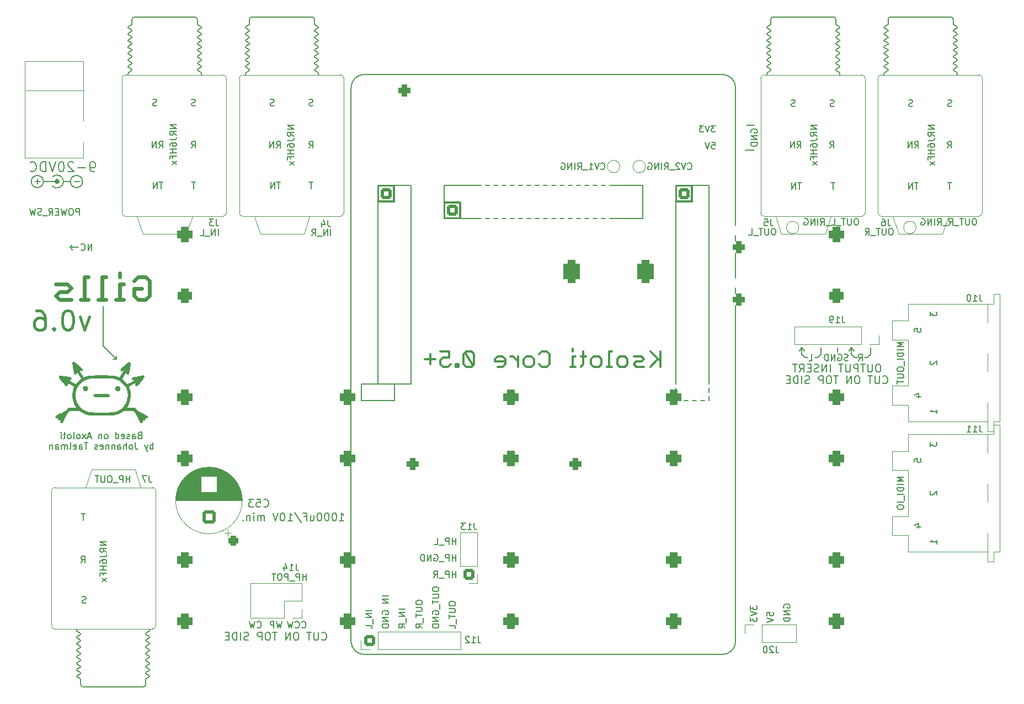
<source format=gbr>
%TF.GenerationSoftware,KiCad,Pcbnew,9.0.6-9.0.6~ubuntu24.04.1*%
%TF.CreationDate,2025-11-19T23:07:58+08:00*%
%TF.ProjectId,ksoloti_gills,6b736f6c-6f74-4695-9f67-696c6c732e6b,v0.6*%
%TF.SameCoordinates,Original*%
%TF.FileFunction,Legend,Bot*%
%TF.FilePolarity,Positive*%
%FSLAX46Y46*%
G04 Gerber Fmt 4.6, Leading zero omitted, Abs format (unit mm)*
G04 Created by KiCad (PCBNEW 9.0.6-9.0.6~ubuntu24.04.1) date 2025-11-19 23:07:58*
%MOMM*%
%LPD*%
G01*
G04 APERTURE LIST*
G04 Aperture macros list*
%AMRoundRect*
0 Rectangle with rounded corners*
0 $1 Rounding radius*
0 $2 $3 $4 $5 $6 $7 $8 $9 X,Y pos of 4 corners*
0 Add a 4 corners polygon primitive as box body*
4,1,4,$2,$3,$4,$5,$6,$7,$8,$9,$2,$3,0*
0 Add four circle primitives for the rounded corners*
1,1,$1+$1,$2,$3*
1,1,$1+$1,$4,$5*
1,1,$1+$1,$6,$7*
1,1,$1+$1,$8,$9*
0 Add four rect primitives between the rounded corners*
20,1,$1+$1,$2,$3,$4,$5,0*
20,1,$1+$1,$4,$5,$6,$7,0*
20,1,$1+$1,$6,$7,$8,$9,0*
20,1,$1+$1,$8,$9,$2,$3,0*%
G04 Aperture macros list end*
%ADD10C,0.200000*%
%ADD11C,0.150000*%
%ADD12C,0.370416*%
%ADD13C,0.555624*%
%ADD14C,0.000000*%
%ADD15C,0.400000*%
%ADD16C,0.120000*%
%ADD17C,0.127000*%
%ADD18C,0.100000*%
%ADD19C,0.500000*%
%ADD20C,0.650000*%
%ADD21C,1.700000*%
%ADD22RoundRect,0.575000X0.575000X0.575000X-0.575000X0.575000X-0.575000X-0.575000X0.575000X-0.575000X0*%
%ADD23RoundRect,0.450000X-0.450000X-0.450000X0.450000X-0.450000X0.450000X0.450000X-0.450000X0.450000X0*%
%ADD24C,1.800000*%
%ADD25C,0.800000*%
%ADD26C,5.200000*%
%ADD27C,1.852400*%
%ADD28RoundRect,0.562500X0.562500X0.562500X-0.562500X0.562500X-0.562500X-0.562500X0.562500X-0.562500X0*%
%ADD29R,1.700000X1.700000*%
%ADD30C,2.000000*%
%ADD31C,1.000000*%
%ADD32O,1.300000X2.300000*%
%ADD33RoundRect,0.400000X-0.400000X-0.400000X0.400000X-0.400000X0.400000X0.400000X-0.400000X0.400000X0*%
%ADD34C,1.600000*%
%ADD35C,1.152000*%
%ADD36RoundRect,0.450000X0.450000X-0.450000X0.450000X0.450000X-0.450000X0.450000X-0.450000X-0.450000X0*%
%ADD37RoundRect,0.625000X-0.625000X-1.175000X0.625000X-1.175000X0.625000X1.175000X-0.625000X1.175000X0*%
%ADD38C,1.750000*%
%ADD39C,6.000000*%
%ADD40C,3.100000*%
%ADD41C,2.700000*%
%ADD42RoundRect,0.250000X-0.600000X-0.600000X0.600000X-0.600000X0.600000X0.600000X-0.600000X0.600000X0*%
%ADD43O,4.000000X2.000000*%
%ADD44O,2.000000X4.000000*%
%ADD45C,2.500000*%
%ADD46O,2.200000X2.800000*%
%ADD47C,1.500000*%
%ADD48RoundRect,0.250000X0.600000X0.600000X-0.600000X0.600000X-0.600000X-0.600000X0.600000X-0.600000X0*%
%ADD49RoundRect,0.250000X-0.600000X0.600000X-0.600000X-0.600000X0.600000X-0.600000X0.600000X0.600000X0*%
%ADD50RoundRect,0.250000X0.750000X-0.750000X0.750000X0.750000X-0.750000X0.750000X-0.750000X-0.750000X0*%
G04 APERTURE END LIST*
D10*
X27497800Y-59758000D02*
G75*
G02*
X25497800Y-57758000I0J2000000D01*
G01*
D11*
X75317800Y-18893000D02*
X75317800Y-19528000D01*
D12*
X62342304Y-15210153D02*
X62741260Y-15598165D01*
D13*
X-19224071Y-5304000D02*
X-17428761Y-5304000D01*
D11*
X77857800Y-20798000D02*
X78492800Y-20798000D01*
D13*
X-7830634Y-3578981D02*
X-6598968Y-3578981D01*
D12*
X40780204Y-15208050D02*
X40381244Y-15596060D01*
D13*
X-17428761Y-3557954D02*
X-18027195Y-4139969D01*
D11*
X87376000Y21463000D02*
X85471000Y21463000D01*
X80397800Y12222000D02*
X77857800Y12222000D01*
D12*
X69265207Y-14822131D02*
X68866249Y-15210142D01*
D11*
X46742800Y7142000D02*
X46107800Y7142000D01*
D12*
X47570029Y-14432025D02*
X47968988Y-14044012D01*
D14*
G36*
X41987058Y-15025134D02*
G01*
X41996177Y-15025817D01*
X42005219Y-15026945D01*
X42014168Y-15028510D01*
X42023009Y-15030508D01*
X42031727Y-15032932D01*
X42040306Y-15035775D01*
X42048732Y-15039031D01*
X42056989Y-15042694D01*
X42065062Y-15046757D01*
X42072936Y-15051215D01*
X42080596Y-15056060D01*
X42088026Y-15061288D01*
X42095212Y-15066890D01*
X42102138Y-15072861D01*
X42108790Y-15079196D01*
X42115124Y-15085847D01*
X42121095Y-15092773D01*
X42126697Y-15099959D01*
X42131924Y-15107390D01*
X42136770Y-15115050D01*
X42141227Y-15122924D01*
X42145290Y-15130997D01*
X42148953Y-15139255D01*
X42152209Y-15147680D01*
X42155052Y-15156260D01*
X42157476Y-15164977D01*
X42159473Y-15173818D01*
X42161040Y-15182767D01*
X42162167Y-15191809D01*
X42162851Y-15200928D01*
X42163083Y-15210110D01*
X42163083Y-15598168D01*
X42162842Y-15607699D01*
X42162127Y-15617105D01*
X42160949Y-15626373D01*
X42159321Y-15635494D01*
X42157253Y-15644454D01*
X42154757Y-15653243D01*
X42151845Y-15661848D01*
X42148529Y-15670259D01*
X42144820Y-15678463D01*
X42140730Y-15686449D01*
X42136271Y-15694205D01*
X42131453Y-15701719D01*
X42126289Y-15708981D01*
X42120791Y-15715977D01*
X42114970Y-15722697D01*
X42108838Y-15729130D01*
X42102406Y-15735262D01*
X42095685Y-15741083D01*
X42088689Y-15746582D01*
X42081427Y-15751745D01*
X42073913Y-15756563D01*
X42066157Y-15761023D01*
X42058171Y-15765113D01*
X42049967Y-15768822D01*
X42041557Y-15772138D01*
X42032951Y-15775050D01*
X42024162Y-15777546D01*
X42015202Y-15779614D01*
X42006081Y-15781242D01*
X41996812Y-15782420D01*
X41987406Y-15783135D01*
X41977875Y-15783376D01*
X41578931Y-15783376D01*
X41574367Y-15783316D01*
X41569811Y-15783144D01*
X41565264Y-15782860D01*
X41560729Y-15782464D01*
X41556208Y-15781958D01*
X41551703Y-15781341D01*
X41547215Y-15780613D01*
X41542748Y-15779777D01*
X41538302Y-15778830D01*
X41533880Y-15777775D01*
X41529484Y-15776612D01*
X41525116Y-15775340D01*
X41520778Y-15773960D01*
X41516471Y-15772473D01*
X41512199Y-15770880D01*
X41507963Y-15769180D01*
X41503775Y-15767387D01*
X41499637Y-15765493D01*
X41495550Y-15763500D01*
X41491517Y-15761409D01*
X41487538Y-15759221D01*
X41483616Y-15756938D01*
X41479752Y-15754559D01*
X41475948Y-15752087D01*
X41472206Y-15749522D01*
X41468527Y-15746866D01*
X41464913Y-15744120D01*
X41461366Y-15741286D01*
X41457887Y-15738363D01*
X41454479Y-15735354D01*
X41451142Y-15732259D01*
X41447880Y-15729080D01*
X41444700Y-15725817D01*
X41441605Y-15722480D01*
X41438595Y-15719072D01*
X41435673Y-15715594D01*
X41432838Y-15712047D01*
X41430092Y-15708433D01*
X41427437Y-15704754D01*
X41424872Y-15701012D01*
X41422400Y-15697208D01*
X41420022Y-15693345D01*
X41417738Y-15689422D01*
X41415551Y-15685444D01*
X41413460Y-15681410D01*
X41411467Y-15677323D01*
X41409573Y-15673185D01*
X41407779Y-15668997D01*
X41406092Y-15664767D01*
X41404510Y-15660501D01*
X41403034Y-15656202D01*
X41401666Y-15651871D01*
X41400404Y-15647510D01*
X41399251Y-15643122D01*
X41398205Y-15638709D01*
X41397268Y-15634271D01*
X41396439Y-15629813D01*
X41395720Y-15625334D01*
X41395111Y-15620839D01*
X41394611Y-15616327D01*
X41394222Y-15611803D01*
X41393945Y-15607267D01*
X41393778Y-15602721D01*
X41393723Y-15598168D01*
X41393723Y-15210110D01*
X41393964Y-15200579D01*
X41394679Y-15191173D01*
X41395857Y-15181904D01*
X41397486Y-15172784D01*
X41399554Y-15163823D01*
X41402050Y-15155034D01*
X41404962Y-15146429D01*
X41408278Y-15138018D01*
X41411987Y-15129814D01*
X41416077Y-15121828D01*
X41420537Y-15114072D01*
X41425354Y-15106558D01*
X41430518Y-15099296D01*
X41436016Y-15092300D01*
X41441837Y-15085580D01*
X41447970Y-15079148D01*
X41454402Y-15073015D01*
X41461122Y-15067194D01*
X41468119Y-15061696D01*
X41475380Y-15056532D01*
X41482895Y-15051715D01*
X41490651Y-15047255D01*
X41498637Y-15043165D01*
X41506841Y-15039456D01*
X41515251Y-15036140D01*
X41523857Y-15033228D01*
X41532645Y-15030733D01*
X41541606Y-15028664D01*
X41550726Y-15027036D01*
X41559995Y-15025858D01*
X41569401Y-15025143D01*
X41578931Y-15024902D01*
X41977875Y-15024902D01*
X41987058Y-15025134D01*
G37*
D12*
X67530922Y-15598168D02*
X67932047Y-15210156D01*
D11*
X-17244200Y3096400D02*
X-17625200Y2715400D01*
X75323800Y9682000D02*
X75317800Y-18258000D01*
D12*
X71415396Y-13267994D02*
X73011226Y-14822143D01*
X49165863Y-14820037D02*
X47570029Y-14820037D01*
D13*
X-5436892Y-4721986D02*
X-5436892Y-2390762D01*
D11*
X32131000Y-20828000D02*
X32131000Y-18288000D01*
X54362800Y12222000D02*
X53727800Y12222000D01*
X102794000Y-14224000D02*
X103175000Y-14224000D01*
D12*
X55952475Y-15210156D02*
X55952475Y-13656007D01*
D10*
X25497800Y27242000D02*
X25497800Y-57758000D01*
D12*
X49165863Y-14432025D02*
X49165863Y-15210156D01*
D11*
X51822800Y12222000D02*
X51187800Y12222000D01*
D12*
X67932047Y-14432025D02*
X67530922Y-14044012D01*
X39583326Y-15596060D02*
X39184369Y-15208050D01*
X53157608Y-14044012D02*
X52359690Y-14044012D01*
D11*
X96698000Y-14224000D02*
X97079000Y-14224000D01*
X45472800Y7142000D02*
X44837800Y7142000D01*
D12*
X39184369Y-13267996D02*
X40580204Y-13267996D01*
X47570029Y-14820037D02*
X47570029Y-14432025D01*
D10*
X-12566200Y-12446000D02*
X-10534200Y-14478000D01*
D11*
X100127000Y-13335000D02*
X100127000Y-12700000D01*
D12*
X44374033Y-13656005D02*
X43975074Y-13267993D01*
D10*
X82497800Y29242000D02*
X27497800Y29242000D01*
D11*
X63252800Y12222000D02*
X62617800Y12222000D01*
D12*
X48766901Y-14044012D02*
X49165863Y-14432025D01*
D13*
X-7232200Y-1808743D02*
X-7830634Y-2390762D01*
D12*
X59547431Y-15598165D02*
X59547431Y-14044012D01*
X65137177Y-13267994D02*
X65536133Y-13267994D01*
D11*
X65157800Y12222000D02*
X70237800Y12222000D01*
D12*
X44174555Y-15404162D02*
X42977680Y-13461999D01*
D11*
X-17625200Y2715400D02*
X-17244200Y2334400D01*
X29603800Y9682000D02*
X29597800Y-18258000D01*
D12*
X40381244Y-15596060D02*
X39583326Y-15596060D01*
D11*
X53092800Y7142000D02*
X52457800Y7142000D01*
D12*
X43975074Y-15598168D02*
X44374033Y-15210156D01*
D11*
X39757800Y12222000D02*
X39757800Y7142000D01*
D13*
X-18027195Y-2975941D02*
X-17428761Y-3557954D01*
D11*
X45472800Y12222000D02*
X44837800Y12222000D01*
D13*
X-10026205Y-5304000D02*
X-10026205Y-2972770D01*
D12*
X54356647Y-15210153D02*
X54755603Y-15598165D01*
D10*
X82497800Y29242000D02*
G75*
G02*
X84497800Y27242000I0J-2000000D01*
G01*
D11*
X49282800Y12222000D02*
X48647800Y12222000D01*
D12*
X69265207Y-15598152D02*
X70462081Y-15598152D01*
X48766901Y-15598165D02*
X47968988Y-15598165D01*
X40580204Y-14232028D02*
X39583326Y-14232028D01*
D11*
X94666000Y-12700000D02*
X94285000Y-13208000D01*
X102286000Y-12700000D02*
X101905000Y-13208000D01*
X29597800Y-18258000D02*
X34677800Y-18258000D01*
D13*
X-15412763Y-1797820D02*
X-14814329Y-1797820D01*
D11*
X44837800Y7142000D02*
X39757800Y7142000D01*
D10*
X-10534200Y-14478000D02*
X-11042200Y-14478000D01*
D11*
X60712800Y7142000D02*
X60077800Y7142000D01*
X76587800Y-20798000D02*
X77222800Y-20798000D01*
D13*
X-18027195Y-4139969D02*
X-19224071Y-4139969D01*
D12*
X66733005Y-14044012D02*
X66334049Y-14432025D01*
D11*
X104699000Y-14224000D02*
X105207000Y-13716000D01*
D12*
X68866249Y-14046112D02*
X70063124Y-14046112D01*
X43177161Y-15598168D02*
X43975074Y-15598168D01*
D13*
X-12693195Y-1808743D02*
X-12094761Y-1808743D01*
D11*
X55632800Y12222000D02*
X54997800Y12222000D01*
D12*
X62741260Y-14044012D02*
X62342304Y-14432025D01*
D11*
X27051000Y-20828000D02*
X27051000Y-18288000D01*
X56902800Y7142000D02*
X56267800Y7142000D01*
X102286000Y-12700000D02*
X102667000Y-13208000D01*
D12*
X43177161Y-13267993D02*
X42778199Y-13656005D01*
D11*
X80397800Y-20163000D02*
X80397800Y-20798000D01*
D12*
X43975074Y-13267993D02*
X43177161Y-13267993D01*
D11*
X87376000Y17653000D02*
X85471000Y17653000D01*
D10*
X25497800Y27242000D02*
G75*
G02*
X27497800Y29242000I2000000J0D01*
G01*
D12*
X63539176Y-15598168D02*
X63938135Y-15210156D01*
X49963776Y-14044012D02*
X50364899Y-14044012D01*
X51162815Y-14044012D02*
X51162815Y-15598165D01*
X60744312Y-15596055D02*
X61143265Y-15208047D01*
X63938135Y-14432025D02*
X63539176Y-14044012D01*
D11*
X48012800Y12222000D02*
X47377800Y12222000D01*
X53092800Y12222000D02*
X52457800Y12222000D01*
D13*
X-19224071Y-4139969D02*
X-19822508Y-4721988D01*
X-6035322Y-1808743D02*
X-7232200Y-1808743D01*
D11*
X58172800Y12222000D02*
X57537800Y12222000D01*
D12*
X64736051Y-15598165D02*
X65536133Y-15598165D01*
X65137177Y-15598165D02*
X65137177Y-13267994D01*
X62342304Y-14432025D02*
X62342304Y-15210156D01*
X66334049Y-15210153D02*
X66733005Y-15598165D01*
D11*
X34677800Y-18258000D02*
X34677800Y12222000D01*
D12*
X49165863Y-15210153D02*
X48766901Y-15598165D01*
D11*
X97587000Y-13716000D02*
X97587000Y-12700000D01*
D12*
X53558734Y-15210156D02*
X53558734Y-14432025D01*
D11*
X27057800Y-18258000D02*
X29597800Y-18258000D01*
D12*
X42778199Y-15210156D02*
X43177161Y-15598168D01*
D11*
X50552800Y7142000D02*
X49917800Y7142000D01*
D10*
X84497800Y-57758000D02*
X84497800Y27242000D01*
D11*
X97079000Y-14224000D02*
X97587000Y-13716000D01*
X56902800Y12222000D02*
X56267800Y12222000D01*
X51822800Y7142000D02*
X51187800Y7142000D01*
D13*
X-19822508Y-2975941D02*
X-18027195Y-2975941D01*
D11*
X95174000Y-14224000D02*
X95555000Y-14224000D01*
D12*
X40580204Y-13267996D02*
X40580204Y-14232028D01*
D11*
X64522800Y12222000D02*
X63887800Y12222000D01*
D12*
X62741260Y-15598165D02*
X63539176Y-15598165D01*
D13*
X-16014453Y-5293077D02*
X-14814329Y-5293077D01*
D12*
X71415396Y-15598165D02*
X72503227Y-14552014D01*
D11*
X58172800Y7142000D02*
X57537800Y7142000D01*
D12*
X59547434Y-14044012D02*
X59946393Y-14044012D01*
D11*
X48012800Y7142000D02*
X47377800Y7142000D01*
D12*
X42778199Y-15210156D02*
X42778199Y-13656005D01*
X70063124Y-14822131D02*
X69265207Y-14822131D01*
D11*
X94666000Y-12700000D02*
X95047000Y-13208000D01*
D12*
X47968988Y-14044012D02*
X48766901Y-14044012D01*
X55553513Y-15598168D02*
X55952475Y-15210156D01*
D11*
X105207000Y-13716000D02*
X105207000Y-12700000D01*
X61982800Y12222000D02*
X61347800Y12222000D01*
D12*
X59547431Y-13267997D02*
X59547431Y-12879985D01*
D13*
X-15412763Y-5293077D02*
X-15412763Y-1797820D01*
D12*
X53558734Y-14432025D02*
X53157608Y-14044012D01*
X44374033Y-15210156D02*
X44374033Y-13656005D01*
D11*
X63252800Y7142000D02*
X62617800Y7142000D01*
D12*
X67932047Y-15210156D02*
X67932047Y-14432025D01*
D11*
X61982800Y7142000D02*
X61347800Y7142000D01*
X94666000Y-13716000D02*
X95174000Y-14224000D01*
X-17625200Y2715400D02*
X-16355200Y2715400D01*
D12*
X55553522Y-13267994D02*
X54755603Y-13267994D01*
X52359690Y-15598165D02*
X53157608Y-15598165D01*
D11*
X49282800Y7142000D02*
X48647800Y7142000D01*
D12*
X67530922Y-14044012D02*
X66733005Y-14044012D01*
D11*
X79127800Y-20798000D02*
X79762800Y-20798000D01*
D12*
X39184369Y-15208053D02*
X39184369Y-14620037D01*
D11*
X80397800Y-18893000D02*
X80397800Y-19528000D01*
X55632800Y7142000D02*
X54997800Y7142000D01*
D13*
X-6035335Y-5304005D02*
X-5436892Y-4721986D01*
D12*
X73011226Y-13267994D02*
X73011226Y-15598165D01*
D11*
X75317800Y-20163000D02*
X75317800Y-20798000D01*
D12*
X52359693Y-14044012D02*
X51960733Y-14432025D01*
X55952478Y-13656007D02*
X55553522Y-13267994D01*
X61143265Y-15208047D02*
X61143265Y-13265885D01*
X53157608Y-15598168D02*
X53558734Y-15210156D01*
D11*
X80397800Y-18258000D02*
X80397800Y12222000D01*
D12*
X63938135Y-15210156D02*
X63938135Y-14432025D01*
X54755603Y-15598165D02*
X55553522Y-15598165D01*
D11*
X46742800Y12222000D02*
X46107800Y12222000D01*
D12*
X37645649Y-15253080D02*
X37645649Y-13657249D01*
D13*
X-7830634Y-4721981D02*
X-7830634Y-3578981D01*
D11*
X70237800Y12222000D02*
X70237800Y7142000D01*
X59442800Y12222000D02*
X58807800Y12222000D01*
X75317800Y-20798000D02*
X75952800Y-20798000D01*
D10*
X-12566200Y-6350000D02*
X-12566200Y-12446000D01*
D12*
X54755603Y-13267994D02*
X54356647Y-13656007D01*
D11*
X102286000Y-13716000D02*
X102794000Y-14224000D01*
D12*
X50364899Y-14044018D02*
X51162815Y-14820037D01*
D11*
X39757800Y12222000D02*
X44837800Y12222000D01*
X102286000Y-13716000D02*
X102286000Y-12700000D01*
D12*
X39583326Y-14232028D02*
X39184369Y-14620037D01*
D11*
X54362800Y7142000D02*
X53727800Y7142000D01*
D12*
X51960733Y-14432025D02*
X51960733Y-15210156D01*
D11*
X34677800Y12222000D02*
X32137800Y12222000D01*
X70237800Y7142000D02*
X65157800Y7142000D01*
D12*
X59148474Y-15598165D02*
X59946393Y-15598165D01*
X68866249Y-15210142D02*
X69265207Y-15598152D01*
D13*
X-10026200Y-2972770D02*
X-9427761Y-2972770D01*
X-7830634Y-4721981D02*
X-7232200Y-5304000D01*
D12*
X66334049Y-14432025D02*
X66334049Y-15210156D01*
X63539176Y-14044012D02*
X62741260Y-14044012D01*
D11*
X104318000Y-14224000D02*
X104699000Y-14224000D01*
X64522800Y7142000D02*
X63887800Y7142000D01*
X50552800Y12222000D02*
X49917800Y12222000D01*
D13*
X-5436887Y-2390762D02*
X-6035322Y-1808743D01*
D10*
X27497800Y-59758000D02*
X82497800Y-59758000D01*
D11*
X59442800Y7142000D02*
X58807800Y7142000D01*
D10*
X84497800Y-57758000D02*
G75*
G02*
X82497800Y-59758000I-2000000J0D01*
G01*
D13*
X-13294885Y-5304000D02*
X-12094761Y-5304000D01*
D11*
X60712800Y12222000D02*
X60077800Y12222000D01*
D12*
X70462081Y-14434121D02*
X70063124Y-14822131D01*
D10*
X-10534200Y-14478000D02*
X-10534200Y-13970000D01*
D13*
X-12693195Y-5304000D02*
X-12693195Y-1808743D01*
X-7232200Y-5304000D02*
X-6035322Y-5304000D01*
D12*
X36847734Y-14455165D02*
X38443565Y-14455165D01*
D13*
X-10026205Y-1808748D02*
X-10026205Y-1226729D01*
D11*
X-17244200Y2334400D02*
X-17625200Y2715400D01*
D13*
X-19822508Y-4721988D02*
X-19224071Y-5304000D01*
D11*
X27051000Y-20828000D02*
X32131000Y-20828000D01*
D13*
X-10624639Y-5304000D02*
X-9427761Y-5304000D01*
D12*
X70063124Y-14046112D02*
X70462081Y-14434121D01*
X60744306Y-14044015D02*
X61542221Y-14044015D01*
D11*
X94666000Y-13716000D02*
X94666000Y-12700000D01*
D12*
X66733005Y-15598165D02*
X67530922Y-15598165D01*
X51960730Y-15210153D02*
X52359690Y-15598165D01*
D15*
X-14682487Y-7969057D02*
X-15396773Y-9969057D01*
X-15396773Y-9969057D02*
X-16111058Y-7969057D01*
X-17825344Y-6969057D02*
X-18111058Y-6969057D01*
X-18111058Y-6969057D02*
X-18396772Y-7111914D01*
X-18396772Y-7111914D02*
X-18539629Y-7254771D01*
X-18539629Y-7254771D02*
X-18682487Y-7540485D01*
X-18682487Y-7540485D02*
X-18825344Y-8111914D01*
X-18825344Y-8111914D02*
X-18825344Y-8826200D01*
X-18825344Y-8826200D02*
X-18682487Y-9397628D01*
X-18682487Y-9397628D02*
X-18539629Y-9683342D01*
X-18539629Y-9683342D02*
X-18396772Y-9826200D01*
X-18396772Y-9826200D02*
X-18111058Y-9969057D01*
X-18111058Y-9969057D02*
X-17825344Y-9969057D01*
X-17825344Y-9969057D02*
X-17539629Y-9826200D01*
X-17539629Y-9826200D02*
X-17396772Y-9683342D01*
X-17396772Y-9683342D02*
X-17253915Y-9397628D01*
X-17253915Y-9397628D02*
X-17111058Y-8826200D01*
X-17111058Y-8826200D02*
X-17111058Y-8111914D01*
X-17111058Y-8111914D02*
X-17253915Y-7540485D01*
X-17253915Y-7540485D02*
X-17396772Y-7254771D01*
X-17396772Y-7254771D02*
X-17539629Y-7111914D01*
X-17539629Y-7111914D02*
X-17825344Y-6969057D01*
X-20111058Y-9683342D02*
X-20253915Y-9826200D01*
X-20253915Y-9826200D02*
X-20111058Y-9969057D01*
X-20111058Y-9969057D02*
X-19968201Y-9826200D01*
X-19968201Y-9826200D02*
X-20111058Y-9683342D01*
X-20111058Y-9683342D02*
X-20111058Y-9969057D01*
X-22825343Y-6969057D02*
X-22253915Y-6969057D01*
X-22253915Y-6969057D02*
X-21968201Y-7111914D01*
X-21968201Y-7111914D02*
X-21825343Y-7254771D01*
X-21825343Y-7254771D02*
X-21539629Y-7683342D01*
X-21539629Y-7683342D02*
X-21396772Y-8254771D01*
X-21396772Y-8254771D02*
X-21396772Y-9397628D01*
X-21396772Y-9397628D02*
X-21539629Y-9683342D01*
X-21539629Y-9683342D02*
X-21682486Y-9826200D01*
X-21682486Y-9826200D02*
X-21968201Y-9969057D01*
X-21968201Y-9969057D02*
X-22539629Y-9969057D01*
X-22539629Y-9969057D02*
X-22825343Y-9826200D01*
X-22825343Y-9826200D02*
X-22968201Y-9683342D01*
X-22968201Y-9683342D02*
X-23111058Y-9397628D01*
X-23111058Y-9397628D02*
X-23111058Y-8683342D01*
X-23111058Y-8683342D02*
X-22968201Y-8397628D01*
X-22968201Y-8397628D02*
X-22825343Y-8254771D01*
X-22825343Y-8254771D02*
X-22539629Y-8111914D01*
X-22539629Y-8111914D02*
X-21968201Y-8111914D01*
X-21968201Y-8111914D02*
X-21682486Y-8254771D01*
X-21682486Y-8254771D02*
X-21539629Y-8397628D01*
X-21539629Y-8397628D02*
X-21396772Y-8683342D01*
D11*
X86784819Y-52273268D02*
X86784819Y-52892315D01*
X86784819Y-52892315D02*
X87165771Y-52558982D01*
X87165771Y-52558982D02*
X87165771Y-52701839D01*
X87165771Y-52701839D02*
X87213390Y-52797077D01*
X87213390Y-52797077D02*
X87261009Y-52844696D01*
X87261009Y-52844696D02*
X87356247Y-52892315D01*
X87356247Y-52892315D02*
X87594342Y-52892315D01*
X87594342Y-52892315D02*
X87689580Y-52844696D01*
X87689580Y-52844696D02*
X87737200Y-52797077D01*
X87737200Y-52797077D02*
X87784819Y-52701839D01*
X87784819Y-52701839D02*
X87784819Y-52416125D01*
X87784819Y-52416125D02*
X87737200Y-52320887D01*
X87737200Y-52320887D02*
X87689580Y-52273268D01*
X86784819Y-53178030D02*
X87784819Y-53511363D01*
X87784819Y-53511363D02*
X86784819Y-53844696D01*
X86784819Y-54082792D02*
X86784819Y-54701839D01*
X86784819Y-54701839D02*
X87165771Y-54368506D01*
X87165771Y-54368506D02*
X87165771Y-54511363D01*
X87165771Y-54511363D02*
X87213390Y-54606601D01*
X87213390Y-54606601D02*
X87261009Y-54654220D01*
X87261009Y-54654220D02*
X87356247Y-54701839D01*
X87356247Y-54701839D02*
X87594342Y-54701839D01*
X87594342Y-54701839D02*
X87689580Y-54654220D01*
X87689580Y-54654220D02*
X87737200Y-54606601D01*
X87737200Y-54606601D02*
X87784819Y-54511363D01*
X87784819Y-54511363D02*
X87784819Y-54225649D01*
X87784819Y-54225649D02*
X87737200Y-54130411D01*
X87737200Y-54130411D02*
X87689580Y-54082792D01*
X-3976715Y17960181D02*
X-3643382Y18436372D01*
X-3405287Y17960181D02*
X-3405287Y18960181D01*
X-3405287Y18960181D02*
X-3786239Y18960181D01*
X-3786239Y18960181D02*
X-3881477Y18912562D01*
X-3881477Y18912562D02*
X-3929096Y18864943D01*
X-3929096Y18864943D02*
X-3976715Y18769705D01*
X-3976715Y18769705D02*
X-3976715Y18626848D01*
X-3976715Y18626848D02*
X-3929096Y18531610D01*
X-3929096Y18531610D02*
X-3881477Y18483991D01*
X-3881477Y18483991D02*
X-3786239Y18436372D01*
X-3786239Y18436372D02*
X-3405287Y18436372D01*
X-4405287Y17960181D02*
X-4405287Y18960181D01*
X-4405287Y18960181D02*
X-4976715Y17960181D01*
X-4976715Y17960181D02*
X-4976715Y18960181D01*
X17939328Y-55604580D02*
X17986947Y-55652200D01*
X17986947Y-55652200D02*
X18129804Y-55699819D01*
X18129804Y-55699819D02*
X18225042Y-55699819D01*
X18225042Y-55699819D02*
X18367899Y-55652200D01*
X18367899Y-55652200D02*
X18463137Y-55556961D01*
X18463137Y-55556961D02*
X18510756Y-55461723D01*
X18510756Y-55461723D02*
X18558375Y-55271247D01*
X18558375Y-55271247D02*
X18558375Y-55128390D01*
X18558375Y-55128390D02*
X18510756Y-54937914D01*
X18510756Y-54937914D02*
X18463137Y-54842676D01*
X18463137Y-54842676D02*
X18367899Y-54747438D01*
X18367899Y-54747438D02*
X18225042Y-54699819D01*
X18225042Y-54699819D02*
X18129804Y-54699819D01*
X18129804Y-54699819D02*
X17986947Y-54747438D01*
X17986947Y-54747438D02*
X17939328Y-54795057D01*
X16939328Y-55604580D02*
X16986947Y-55652200D01*
X16986947Y-55652200D02*
X17129804Y-55699819D01*
X17129804Y-55699819D02*
X17225042Y-55699819D01*
X17225042Y-55699819D02*
X17367899Y-55652200D01*
X17367899Y-55652200D02*
X17463137Y-55556961D01*
X17463137Y-55556961D02*
X17510756Y-55461723D01*
X17510756Y-55461723D02*
X17558375Y-55271247D01*
X17558375Y-55271247D02*
X17558375Y-55128390D01*
X17558375Y-55128390D02*
X17510756Y-54937914D01*
X17510756Y-54937914D02*
X17463137Y-54842676D01*
X17463137Y-54842676D02*
X17367899Y-54747438D01*
X17367899Y-54747438D02*
X17225042Y-54699819D01*
X17225042Y-54699819D02*
X17129804Y-54699819D01*
X17129804Y-54699819D02*
X16986947Y-54747438D01*
X16986947Y-54747438D02*
X16939328Y-54795057D01*
X16605994Y-54699819D02*
X16367899Y-55699819D01*
X16367899Y-55699819D02*
X16177423Y-54985533D01*
X16177423Y-54985533D02*
X15986947Y-55699819D01*
X15986947Y-55699819D02*
X15748852Y-54699819D01*
D10*
X23722713Y-39249742D02*
X24408427Y-39249742D01*
X24065570Y-39249742D02*
X24065570Y-38049742D01*
X24065570Y-38049742D02*
X24179856Y-38221171D01*
X24179856Y-38221171D02*
X24294141Y-38335457D01*
X24294141Y-38335457D02*
X24408427Y-38392600D01*
X22979856Y-38049742D02*
X22865570Y-38049742D01*
X22865570Y-38049742D02*
X22751284Y-38106885D01*
X22751284Y-38106885D02*
X22694142Y-38164028D01*
X22694142Y-38164028D02*
X22636999Y-38278314D01*
X22636999Y-38278314D02*
X22579856Y-38506885D01*
X22579856Y-38506885D02*
X22579856Y-38792600D01*
X22579856Y-38792600D02*
X22636999Y-39021171D01*
X22636999Y-39021171D02*
X22694142Y-39135457D01*
X22694142Y-39135457D02*
X22751284Y-39192600D01*
X22751284Y-39192600D02*
X22865570Y-39249742D01*
X22865570Y-39249742D02*
X22979856Y-39249742D01*
X22979856Y-39249742D02*
X23094142Y-39192600D01*
X23094142Y-39192600D02*
X23151284Y-39135457D01*
X23151284Y-39135457D02*
X23208427Y-39021171D01*
X23208427Y-39021171D02*
X23265570Y-38792600D01*
X23265570Y-38792600D02*
X23265570Y-38506885D01*
X23265570Y-38506885D02*
X23208427Y-38278314D01*
X23208427Y-38278314D02*
X23151284Y-38164028D01*
X23151284Y-38164028D02*
X23094142Y-38106885D01*
X23094142Y-38106885D02*
X22979856Y-38049742D01*
X21836999Y-38049742D02*
X21722713Y-38049742D01*
X21722713Y-38049742D02*
X21608427Y-38106885D01*
X21608427Y-38106885D02*
X21551285Y-38164028D01*
X21551285Y-38164028D02*
X21494142Y-38278314D01*
X21494142Y-38278314D02*
X21436999Y-38506885D01*
X21436999Y-38506885D02*
X21436999Y-38792600D01*
X21436999Y-38792600D02*
X21494142Y-39021171D01*
X21494142Y-39021171D02*
X21551285Y-39135457D01*
X21551285Y-39135457D02*
X21608427Y-39192600D01*
X21608427Y-39192600D02*
X21722713Y-39249742D01*
X21722713Y-39249742D02*
X21836999Y-39249742D01*
X21836999Y-39249742D02*
X21951285Y-39192600D01*
X21951285Y-39192600D02*
X22008427Y-39135457D01*
X22008427Y-39135457D02*
X22065570Y-39021171D01*
X22065570Y-39021171D02*
X22122713Y-38792600D01*
X22122713Y-38792600D02*
X22122713Y-38506885D01*
X22122713Y-38506885D02*
X22065570Y-38278314D01*
X22065570Y-38278314D02*
X22008427Y-38164028D01*
X22008427Y-38164028D02*
X21951285Y-38106885D01*
X21951285Y-38106885D02*
X21836999Y-38049742D01*
X20694142Y-38049742D02*
X20579856Y-38049742D01*
X20579856Y-38049742D02*
X20465570Y-38106885D01*
X20465570Y-38106885D02*
X20408428Y-38164028D01*
X20408428Y-38164028D02*
X20351285Y-38278314D01*
X20351285Y-38278314D02*
X20294142Y-38506885D01*
X20294142Y-38506885D02*
X20294142Y-38792600D01*
X20294142Y-38792600D02*
X20351285Y-39021171D01*
X20351285Y-39021171D02*
X20408428Y-39135457D01*
X20408428Y-39135457D02*
X20465570Y-39192600D01*
X20465570Y-39192600D02*
X20579856Y-39249742D01*
X20579856Y-39249742D02*
X20694142Y-39249742D01*
X20694142Y-39249742D02*
X20808428Y-39192600D01*
X20808428Y-39192600D02*
X20865570Y-39135457D01*
X20865570Y-39135457D02*
X20922713Y-39021171D01*
X20922713Y-39021171D02*
X20979856Y-38792600D01*
X20979856Y-38792600D02*
X20979856Y-38506885D01*
X20979856Y-38506885D02*
X20922713Y-38278314D01*
X20922713Y-38278314D02*
X20865570Y-38164028D01*
X20865570Y-38164028D02*
X20808428Y-38106885D01*
X20808428Y-38106885D02*
X20694142Y-38049742D01*
X19265571Y-38449742D02*
X19265571Y-39249742D01*
X19779856Y-38449742D02*
X19779856Y-39078314D01*
X19779856Y-39078314D02*
X19722713Y-39192600D01*
X19722713Y-39192600D02*
X19608428Y-39249742D01*
X19608428Y-39249742D02*
X19436999Y-39249742D01*
X19436999Y-39249742D02*
X19322713Y-39192600D01*
X19322713Y-39192600D02*
X19265571Y-39135457D01*
X18294142Y-38621171D02*
X18694142Y-38621171D01*
X18694142Y-39249742D02*
X18694142Y-38049742D01*
X18694142Y-38049742D02*
X18122714Y-38049742D01*
X16808428Y-37992600D02*
X17837000Y-39535457D01*
X15779857Y-39249742D02*
X16465571Y-39249742D01*
X16122714Y-39249742D02*
X16122714Y-38049742D01*
X16122714Y-38049742D02*
X16237000Y-38221171D01*
X16237000Y-38221171D02*
X16351285Y-38335457D01*
X16351285Y-38335457D02*
X16465571Y-38392600D01*
X15037000Y-38049742D02*
X14922714Y-38049742D01*
X14922714Y-38049742D02*
X14808428Y-38106885D01*
X14808428Y-38106885D02*
X14751286Y-38164028D01*
X14751286Y-38164028D02*
X14694143Y-38278314D01*
X14694143Y-38278314D02*
X14637000Y-38506885D01*
X14637000Y-38506885D02*
X14637000Y-38792600D01*
X14637000Y-38792600D02*
X14694143Y-39021171D01*
X14694143Y-39021171D02*
X14751286Y-39135457D01*
X14751286Y-39135457D02*
X14808428Y-39192600D01*
X14808428Y-39192600D02*
X14922714Y-39249742D01*
X14922714Y-39249742D02*
X15037000Y-39249742D01*
X15037000Y-39249742D02*
X15151286Y-39192600D01*
X15151286Y-39192600D02*
X15208428Y-39135457D01*
X15208428Y-39135457D02*
X15265571Y-39021171D01*
X15265571Y-39021171D02*
X15322714Y-38792600D01*
X15322714Y-38792600D02*
X15322714Y-38506885D01*
X15322714Y-38506885D02*
X15265571Y-38278314D01*
X15265571Y-38278314D02*
X15208428Y-38164028D01*
X15208428Y-38164028D02*
X15151286Y-38106885D01*
X15151286Y-38106885D02*
X15037000Y-38049742D01*
X14294143Y-38049742D02*
X13894143Y-39249742D01*
X13894143Y-39249742D02*
X13494143Y-38049742D01*
X12179857Y-39249742D02*
X12179857Y-38449742D01*
X12179857Y-38564028D02*
X12122714Y-38506885D01*
X12122714Y-38506885D02*
X12008429Y-38449742D01*
X12008429Y-38449742D02*
X11837000Y-38449742D01*
X11837000Y-38449742D02*
X11722714Y-38506885D01*
X11722714Y-38506885D02*
X11665572Y-38621171D01*
X11665572Y-38621171D02*
X11665572Y-39249742D01*
X11665572Y-38621171D02*
X11608429Y-38506885D01*
X11608429Y-38506885D02*
X11494143Y-38449742D01*
X11494143Y-38449742D02*
X11322714Y-38449742D01*
X11322714Y-38449742D02*
X11208429Y-38506885D01*
X11208429Y-38506885D02*
X11151286Y-38621171D01*
X11151286Y-38621171D02*
X11151286Y-39249742D01*
X10579857Y-39249742D02*
X10579857Y-38449742D01*
X10579857Y-38049742D02*
X10637000Y-38106885D01*
X10637000Y-38106885D02*
X10579857Y-38164028D01*
X10579857Y-38164028D02*
X10522714Y-38106885D01*
X10522714Y-38106885D02*
X10579857Y-38049742D01*
X10579857Y-38049742D02*
X10579857Y-38164028D01*
X10008428Y-38449742D02*
X10008428Y-39249742D01*
X10008428Y-38564028D02*
X9951285Y-38506885D01*
X9951285Y-38506885D02*
X9837000Y-38449742D01*
X9837000Y-38449742D02*
X9665571Y-38449742D01*
X9665571Y-38449742D02*
X9551285Y-38506885D01*
X9551285Y-38506885D02*
X9494143Y-38621171D01*
X9494143Y-38621171D02*
X9494143Y-39249742D01*
X8922714Y-39135457D02*
X8865571Y-39192600D01*
X8865571Y-39192600D02*
X8922714Y-39249742D01*
X8922714Y-39249742D02*
X8979857Y-39192600D01*
X8979857Y-39192600D02*
X8922714Y-39135457D01*
X8922714Y-39135457D02*
X8922714Y-39249742D01*
X-6963057Y-26134552D02*
X-7105914Y-26182171D01*
X-7105914Y-26182171D02*
X-7153533Y-26229790D01*
X-7153533Y-26229790D02*
X-7201152Y-26325028D01*
X-7201152Y-26325028D02*
X-7201152Y-26467885D01*
X-7201152Y-26467885D02*
X-7153533Y-26563123D01*
X-7153533Y-26563123D02*
X-7105914Y-26610743D01*
X-7105914Y-26610743D02*
X-7010676Y-26658362D01*
X-7010676Y-26658362D02*
X-6629724Y-26658362D01*
X-6629724Y-26658362D02*
X-6629724Y-25658362D01*
X-6629724Y-25658362D02*
X-6963057Y-25658362D01*
X-6963057Y-25658362D02*
X-7058295Y-25705981D01*
X-7058295Y-25705981D02*
X-7105914Y-25753600D01*
X-7105914Y-25753600D02*
X-7153533Y-25848838D01*
X-7153533Y-25848838D02*
X-7153533Y-25944076D01*
X-7153533Y-25944076D02*
X-7105914Y-26039314D01*
X-7105914Y-26039314D02*
X-7058295Y-26086933D01*
X-7058295Y-26086933D02*
X-6963057Y-26134552D01*
X-6963057Y-26134552D02*
X-6629724Y-26134552D01*
X-8058295Y-26658362D02*
X-8058295Y-26134552D01*
X-8058295Y-26134552D02*
X-8010676Y-26039314D01*
X-8010676Y-26039314D02*
X-7915438Y-25991695D01*
X-7915438Y-25991695D02*
X-7724962Y-25991695D01*
X-7724962Y-25991695D02*
X-7629724Y-26039314D01*
X-8058295Y-26610743D02*
X-7963057Y-26658362D01*
X-7963057Y-26658362D02*
X-7724962Y-26658362D01*
X-7724962Y-26658362D02*
X-7629724Y-26610743D01*
X-7629724Y-26610743D02*
X-7582105Y-26515504D01*
X-7582105Y-26515504D02*
X-7582105Y-26420266D01*
X-7582105Y-26420266D02*
X-7629724Y-26325028D01*
X-7629724Y-26325028D02*
X-7724962Y-26277409D01*
X-7724962Y-26277409D02*
X-7963057Y-26277409D01*
X-7963057Y-26277409D02*
X-8058295Y-26229790D01*
X-8486867Y-26610743D02*
X-8582105Y-26658362D01*
X-8582105Y-26658362D02*
X-8772581Y-26658362D01*
X-8772581Y-26658362D02*
X-8867819Y-26610743D01*
X-8867819Y-26610743D02*
X-8915438Y-26515504D01*
X-8915438Y-26515504D02*
X-8915438Y-26467885D01*
X-8915438Y-26467885D02*
X-8867819Y-26372647D01*
X-8867819Y-26372647D02*
X-8772581Y-26325028D01*
X-8772581Y-26325028D02*
X-8629724Y-26325028D01*
X-8629724Y-26325028D02*
X-8534486Y-26277409D01*
X-8534486Y-26277409D02*
X-8486867Y-26182171D01*
X-8486867Y-26182171D02*
X-8486867Y-26134552D01*
X-8486867Y-26134552D02*
X-8534486Y-26039314D01*
X-8534486Y-26039314D02*
X-8629724Y-25991695D01*
X-8629724Y-25991695D02*
X-8772581Y-25991695D01*
X-8772581Y-25991695D02*
X-8867819Y-26039314D01*
X-9724962Y-26610743D02*
X-9629724Y-26658362D01*
X-9629724Y-26658362D02*
X-9439248Y-26658362D01*
X-9439248Y-26658362D02*
X-9344010Y-26610743D01*
X-9344010Y-26610743D02*
X-9296391Y-26515504D01*
X-9296391Y-26515504D02*
X-9296391Y-26134552D01*
X-9296391Y-26134552D02*
X-9344010Y-26039314D01*
X-9344010Y-26039314D02*
X-9439248Y-25991695D01*
X-9439248Y-25991695D02*
X-9629724Y-25991695D01*
X-9629724Y-25991695D02*
X-9724962Y-26039314D01*
X-9724962Y-26039314D02*
X-9772581Y-26134552D01*
X-9772581Y-26134552D02*
X-9772581Y-26229790D01*
X-9772581Y-26229790D02*
X-9296391Y-26325028D01*
X-10629724Y-26658362D02*
X-10629724Y-25658362D01*
X-10629724Y-26610743D02*
X-10534486Y-26658362D01*
X-10534486Y-26658362D02*
X-10344010Y-26658362D01*
X-10344010Y-26658362D02*
X-10248772Y-26610743D01*
X-10248772Y-26610743D02*
X-10201153Y-26563123D01*
X-10201153Y-26563123D02*
X-10153534Y-26467885D01*
X-10153534Y-26467885D02*
X-10153534Y-26182171D01*
X-10153534Y-26182171D02*
X-10201153Y-26086933D01*
X-10201153Y-26086933D02*
X-10248772Y-26039314D01*
X-10248772Y-26039314D02*
X-10344010Y-25991695D01*
X-10344010Y-25991695D02*
X-10534486Y-25991695D01*
X-10534486Y-25991695D02*
X-10629724Y-26039314D01*
X-12010677Y-26658362D02*
X-11915439Y-26610743D01*
X-11915439Y-26610743D02*
X-11867820Y-26563123D01*
X-11867820Y-26563123D02*
X-11820201Y-26467885D01*
X-11820201Y-26467885D02*
X-11820201Y-26182171D01*
X-11820201Y-26182171D02*
X-11867820Y-26086933D01*
X-11867820Y-26086933D02*
X-11915439Y-26039314D01*
X-11915439Y-26039314D02*
X-12010677Y-25991695D01*
X-12010677Y-25991695D02*
X-12153534Y-25991695D01*
X-12153534Y-25991695D02*
X-12248772Y-26039314D01*
X-12248772Y-26039314D02*
X-12296391Y-26086933D01*
X-12296391Y-26086933D02*
X-12344010Y-26182171D01*
X-12344010Y-26182171D02*
X-12344010Y-26467885D01*
X-12344010Y-26467885D02*
X-12296391Y-26563123D01*
X-12296391Y-26563123D02*
X-12248772Y-26610743D01*
X-12248772Y-26610743D02*
X-12153534Y-26658362D01*
X-12153534Y-26658362D02*
X-12010677Y-26658362D01*
X-12772582Y-25991695D02*
X-12772582Y-26658362D01*
X-12772582Y-26086933D02*
X-12820201Y-26039314D01*
X-12820201Y-26039314D02*
X-12915439Y-25991695D01*
X-12915439Y-25991695D02*
X-13058296Y-25991695D01*
X-13058296Y-25991695D02*
X-13153534Y-26039314D01*
X-13153534Y-26039314D02*
X-13201153Y-26134552D01*
X-13201153Y-26134552D02*
X-13201153Y-26658362D01*
X-14391630Y-26372647D02*
X-14867820Y-26372647D01*
X-14296392Y-26658362D02*
X-14629725Y-25658362D01*
X-14629725Y-25658362D02*
X-14963058Y-26658362D01*
X-15201154Y-26658362D02*
X-15724963Y-25991695D01*
X-15201154Y-25991695D02*
X-15724963Y-26658362D01*
X-16248773Y-26658362D02*
X-16153535Y-26610743D01*
X-16153535Y-26610743D02*
X-16105916Y-26563123D01*
X-16105916Y-26563123D02*
X-16058297Y-26467885D01*
X-16058297Y-26467885D02*
X-16058297Y-26182171D01*
X-16058297Y-26182171D02*
X-16105916Y-26086933D01*
X-16105916Y-26086933D02*
X-16153535Y-26039314D01*
X-16153535Y-26039314D02*
X-16248773Y-25991695D01*
X-16248773Y-25991695D02*
X-16391630Y-25991695D01*
X-16391630Y-25991695D02*
X-16486868Y-26039314D01*
X-16486868Y-26039314D02*
X-16534487Y-26086933D01*
X-16534487Y-26086933D02*
X-16582106Y-26182171D01*
X-16582106Y-26182171D02*
X-16582106Y-26467885D01*
X-16582106Y-26467885D02*
X-16534487Y-26563123D01*
X-16534487Y-26563123D02*
X-16486868Y-26610743D01*
X-16486868Y-26610743D02*
X-16391630Y-26658362D01*
X-16391630Y-26658362D02*
X-16248773Y-26658362D01*
X-17153535Y-26658362D02*
X-17058297Y-26610743D01*
X-17058297Y-26610743D02*
X-17010678Y-26515504D01*
X-17010678Y-26515504D02*
X-17010678Y-25658362D01*
X-17677345Y-26658362D02*
X-17582107Y-26610743D01*
X-17582107Y-26610743D02*
X-17534488Y-26563123D01*
X-17534488Y-26563123D02*
X-17486869Y-26467885D01*
X-17486869Y-26467885D02*
X-17486869Y-26182171D01*
X-17486869Y-26182171D02*
X-17534488Y-26086933D01*
X-17534488Y-26086933D02*
X-17582107Y-26039314D01*
X-17582107Y-26039314D02*
X-17677345Y-25991695D01*
X-17677345Y-25991695D02*
X-17820202Y-25991695D01*
X-17820202Y-25991695D02*
X-17915440Y-26039314D01*
X-17915440Y-26039314D02*
X-17963059Y-26086933D01*
X-17963059Y-26086933D02*
X-18010678Y-26182171D01*
X-18010678Y-26182171D02*
X-18010678Y-26467885D01*
X-18010678Y-26467885D02*
X-17963059Y-26563123D01*
X-17963059Y-26563123D02*
X-17915440Y-26610743D01*
X-17915440Y-26610743D02*
X-17820202Y-26658362D01*
X-17820202Y-26658362D02*
X-17677345Y-26658362D01*
X-18296393Y-25991695D02*
X-18677345Y-25991695D01*
X-18439250Y-25658362D02*
X-18439250Y-26515504D01*
X-18439250Y-26515504D02*
X-18486869Y-26610743D01*
X-18486869Y-26610743D02*
X-18582107Y-26658362D01*
X-18582107Y-26658362D02*
X-18677345Y-26658362D01*
X-19010679Y-26658362D02*
X-19010679Y-25991695D01*
X-19010679Y-25658362D02*
X-18963060Y-25705981D01*
X-18963060Y-25705981D02*
X-19010679Y-25753600D01*
X-19010679Y-25753600D02*
X-19058298Y-25705981D01*
X-19058298Y-25705981D02*
X-19010679Y-25658362D01*
X-19010679Y-25658362D02*
X-19010679Y-25753600D01*
X-4891628Y-28268306D02*
X-4891628Y-27268306D01*
X-4891628Y-27649258D02*
X-4986866Y-27601639D01*
X-4986866Y-27601639D02*
X-5177342Y-27601639D01*
X-5177342Y-27601639D02*
X-5272580Y-27649258D01*
X-5272580Y-27649258D02*
X-5320199Y-27696877D01*
X-5320199Y-27696877D02*
X-5367818Y-27792115D01*
X-5367818Y-27792115D02*
X-5367818Y-28077829D01*
X-5367818Y-28077829D02*
X-5320199Y-28173067D01*
X-5320199Y-28173067D02*
X-5272580Y-28220687D01*
X-5272580Y-28220687D02*
X-5177342Y-28268306D01*
X-5177342Y-28268306D02*
X-4986866Y-28268306D01*
X-4986866Y-28268306D02*
X-4891628Y-28220687D01*
X-5701152Y-27601639D02*
X-5939247Y-28268306D01*
X-6177342Y-27601639D02*
X-5939247Y-28268306D01*
X-5939247Y-28268306D02*
X-5844009Y-28506401D01*
X-5844009Y-28506401D02*
X-5796390Y-28554020D01*
X-5796390Y-28554020D02*
X-5701152Y-28601639D01*
X-7605914Y-27268306D02*
X-7605914Y-27982591D01*
X-7605914Y-27982591D02*
X-7558295Y-28125448D01*
X-7558295Y-28125448D02*
X-7463057Y-28220687D01*
X-7463057Y-28220687D02*
X-7320200Y-28268306D01*
X-7320200Y-28268306D02*
X-7224962Y-28268306D01*
X-8224962Y-28268306D02*
X-8129724Y-28220687D01*
X-8129724Y-28220687D02*
X-8082105Y-28173067D01*
X-8082105Y-28173067D02*
X-8034486Y-28077829D01*
X-8034486Y-28077829D02*
X-8034486Y-27792115D01*
X-8034486Y-27792115D02*
X-8082105Y-27696877D01*
X-8082105Y-27696877D02*
X-8129724Y-27649258D01*
X-8129724Y-27649258D02*
X-8224962Y-27601639D01*
X-8224962Y-27601639D02*
X-8367819Y-27601639D01*
X-8367819Y-27601639D02*
X-8463057Y-27649258D01*
X-8463057Y-27649258D02*
X-8510676Y-27696877D01*
X-8510676Y-27696877D02*
X-8558295Y-27792115D01*
X-8558295Y-27792115D02*
X-8558295Y-28077829D01*
X-8558295Y-28077829D02*
X-8510676Y-28173067D01*
X-8510676Y-28173067D02*
X-8463057Y-28220687D01*
X-8463057Y-28220687D02*
X-8367819Y-28268306D01*
X-8367819Y-28268306D02*
X-8224962Y-28268306D01*
X-8986867Y-28268306D02*
X-8986867Y-27268306D01*
X-9415438Y-28268306D02*
X-9415438Y-27744496D01*
X-9415438Y-27744496D02*
X-9367819Y-27649258D01*
X-9367819Y-27649258D02*
X-9272581Y-27601639D01*
X-9272581Y-27601639D02*
X-9129724Y-27601639D01*
X-9129724Y-27601639D02*
X-9034486Y-27649258D01*
X-9034486Y-27649258D02*
X-8986867Y-27696877D01*
X-10320200Y-28268306D02*
X-10320200Y-27744496D01*
X-10320200Y-27744496D02*
X-10272581Y-27649258D01*
X-10272581Y-27649258D02*
X-10177343Y-27601639D01*
X-10177343Y-27601639D02*
X-9986867Y-27601639D01*
X-9986867Y-27601639D02*
X-9891629Y-27649258D01*
X-10320200Y-28220687D02*
X-10224962Y-28268306D01*
X-10224962Y-28268306D02*
X-9986867Y-28268306D01*
X-9986867Y-28268306D02*
X-9891629Y-28220687D01*
X-9891629Y-28220687D02*
X-9844010Y-28125448D01*
X-9844010Y-28125448D02*
X-9844010Y-28030210D01*
X-9844010Y-28030210D02*
X-9891629Y-27934972D01*
X-9891629Y-27934972D02*
X-9986867Y-27887353D01*
X-9986867Y-27887353D02*
X-10224962Y-27887353D01*
X-10224962Y-27887353D02*
X-10320200Y-27839734D01*
X-10796391Y-27601639D02*
X-10796391Y-28268306D01*
X-10796391Y-27696877D02*
X-10844010Y-27649258D01*
X-10844010Y-27649258D02*
X-10939248Y-27601639D01*
X-10939248Y-27601639D02*
X-11082105Y-27601639D01*
X-11082105Y-27601639D02*
X-11177343Y-27649258D01*
X-11177343Y-27649258D02*
X-11224962Y-27744496D01*
X-11224962Y-27744496D02*
X-11224962Y-28268306D01*
X-11701153Y-27601639D02*
X-11701153Y-28268306D01*
X-11701153Y-27696877D02*
X-11748772Y-27649258D01*
X-11748772Y-27649258D02*
X-11844010Y-27601639D01*
X-11844010Y-27601639D02*
X-11986867Y-27601639D01*
X-11986867Y-27601639D02*
X-12082105Y-27649258D01*
X-12082105Y-27649258D02*
X-12129724Y-27744496D01*
X-12129724Y-27744496D02*
X-12129724Y-28268306D01*
X-12986867Y-28220687D02*
X-12891629Y-28268306D01*
X-12891629Y-28268306D02*
X-12701153Y-28268306D01*
X-12701153Y-28268306D02*
X-12605915Y-28220687D01*
X-12605915Y-28220687D02*
X-12558296Y-28125448D01*
X-12558296Y-28125448D02*
X-12558296Y-27744496D01*
X-12558296Y-27744496D02*
X-12605915Y-27649258D01*
X-12605915Y-27649258D02*
X-12701153Y-27601639D01*
X-12701153Y-27601639D02*
X-12891629Y-27601639D01*
X-12891629Y-27601639D02*
X-12986867Y-27649258D01*
X-12986867Y-27649258D02*
X-13034486Y-27744496D01*
X-13034486Y-27744496D02*
X-13034486Y-27839734D01*
X-13034486Y-27839734D02*
X-12558296Y-27934972D01*
X-13415439Y-28220687D02*
X-13510677Y-28268306D01*
X-13510677Y-28268306D02*
X-13701153Y-28268306D01*
X-13701153Y-28268306D02*
X-13796391Y-28220687D01*
X-13796391Y-28220687D02*
X-13844010Y-28125448D01*
X-13844010Y-28125448D02*
X-13844010Y-28077829D01*
X-13844010Y-28077829D02*
X-13796391Y-27982591D01*
X-13796391Y-27982591D02*
X-13701153Y-27934972D01*
X-13701153Y-27934972D02*
X-13558296Y-27934972D01*
X-13558296Y-27934972D02*
X-13463058Y-27887353D01*
X-13463058Y-27887353D02*
X-13415439Y-27792115D01*
X-13415439Y-27792115D02*
X-13415439Y-27744496D01*
X-13415439Y-27744496D02*
X-13463058Y-27649258D01*
X-13463058Y-27649258D02*
X-13558296Y-27601639D01*
X-13558296Y-27601639D02*
X-13701153Y-27601639D01*
X-13701153Y-27601639D02*
X-13796391Y-27649258D01*
X-14891630Y-27268306D02*
X-15463058Y-27268306D01*
X-15177344Y-28268306D02*
X-15177344Y-27268306D01*
X-16224963Y-28268306D02*
X-16224963Y-27744496D01*
X-16224963Y-27744496D02*
X-16177344Y-27649258D01*
X-16177344Y-27649258D02*
X-16082106Y-27601639D01*
X-16082106Y-27601639D02*
X-15891630Y-27601639D01*
X-15891630Y-27601639D02*
X-15796392Y-27649258D01*
X-16224963Y-28220687D02*
X-16129725Y-28268306D01*
X-16129725Y-28268306D02*
X-15891630Y-28268306D01*
X-15891630Y-28268306D02*
X-15796392Y-28220687D01*
X-15796392Y-28220687D02*
X-15748773Y-28125448D01*
X-15748773Y-28125448D02*
X-15748773Y-28030210D01*
X-15748773Y-28030210D02*
X-15796392Y-27934972D01*
X-15796392Y-27934972D02*
X-15891630Y-27887353D01*
X-15891630Y-27887353D02*
X-16129725Y-27887353D01*
X-16129725Y-27887353D02*
X-16224963Y-27839734D01*
X-17082106Y-28220687D02*
X-16986868Y-28268306D01*
X-16986868Y-28268306D02*
X-16796392Y-28268306D01*
X-16796392Y-28268306D02*
X-16701154Y-28220687D01*
X-16701154Y-28220687D02*
X-16653535Y-28125448D01*
X-16653535Y-28125448D02*
X-16653535Y-27744496D01*
X-16653535Y-27744496D02*
X-16701154Y-27649258D01*
X-16701154Y-27649258D02*
X-16796392Y-27601639D01*
X-16796392Y-27601639D02*
X-16986868Y-27601639D01*
X-16986868Y-27601639D02*
X-17082106Y-27649258D01*
X-17082106Y-27649258D02*
X-17129725Y-27744496D01*
X-17129725Y-27744496D02*
X-17129725Y-27839734D01*
X-17129725Y-27839734D02*
X-16653535Y-27934972D01*
X-17701154Y-28268306D02*
X-17605916Y-28220687D01*
X-17605916Y-28220687D02*
X-17558297Y-28125448D01*
X-17558297Y-28125448D02*
X-17558297Y-27268306D01*
X-18082107Y-28268306D02*
X-18082107Y-27601639D01*
X-18082107Y-27696877D02*
X-18129726Y-27649258D01*
X-18129726Y-27649258D02*
X-18224964Y-27601639D01*
X-18224964Y-27601639D02*
X-18367821Y-27601639D01*
X-18367821Y-27601639D02*
X-18463059Y-27649258D01*
X-18463059Y-27649258D02*
X-18510678Y-27744496D01*
X-18510678Y-27744496D02*
X-18510678Y-28268306D01*
X-18510678Y-27744496D02*
X-18558297Y-27649258D01*
X-18558297Y-27649258D02*
X-18653535Y-27601639D01*
X-18653535Y-27601639D02*
X-18796392Y-27601639D01*
X-18796392Y-27601639D02*
X-18891631Y-27649258D01*
X-18891631Y-27649258D02*
X-18939250Y-27744496D01*
X-18939250Y-27744496D02*
X-18939250Y-28268306D01*
X-19844011Y-28268306D02*
X-19844011Y-27744496D01*
X-19844011Y-27744496D02*
X-19796392Y-27649258D01*
X-19796392Y-27649258D02*
X-19701154Y-27601639D01*
X-19701154Y-27601639D02*
X-19510678Y-27601639D01*
X-19510678Y-27601639D02*
X-19415440Y-27649258D01*
X-19844011Y-28220687D02*
X-19748773Y-28268306D01*
X-19748773Y-28268306D02*
X-19510678Y-28268306D01*
X-19510678Y-28268306D02*
X-19415440Y-28220687D01*
X-19415440Y-28220687D02*
X-19367821Y-28125448D01*
X-19367821Y-28125448D02*
X-19367821Y-28030210D01*
X-19367821Y-28030210D02*
X-19415440Y-27934972D01*
X-19415440Y-27934972D02*
X-19510678Y-27887353D01*
X-19510678Y-27887353D02*
X-19748773Y-27887353D01*
X-19748773Y-27887353D02*
X-19844011Y-27839734D01*
X-20320202Y-27601639D02*
X-20320202Y-28268306D01*
X-20320202Y-27696877D02*
X-20367821Y-27649258D01*
X-20367821Y-27649258D02*
X-20463059Y-27601639D01*
X-20463059Y-27601639D02*
X-20605916Y-27601639D01*
X-20605916Y-27601639D02*
X-20701154Y-27649258D01*
X-20701154Y-27649258D02*
X-20748773Y-27744496D01*
X-20748773Y-27744496D02*
X-20748773Y-28268306D01*
D11*
X1596913Y24484800D02*
X1454056Y24437181D01*
X1454056Y24437181D02*
X1215961Y24437181D01*
X1215961Y24437181D02*
X1120723Y24484800D01*
X1120723Y24484800D02*
X1073104Y24532420D01*
X1073104Y24532420D02*
X1025485Y24627658D01*
X1025485Y24627658D02*
X1025485Y24722896D01*
X1025485Y24722896D02*
X1073104Y24818134D01*
X1073104Y24818134D02*
X1120723Y24865753D01*
X1120723Y24865753D02*
X1215961Y24913372D01*
X1215961Y24913372D02*
X1406437Y24960991D01*
X1406437Y24960991D02*
X1501675Y25008610D01*
X1501675Y25008610D02*
X1549294Y25056229D01*
X1549294Y25056229D02*
X1596913Y25151467D01*
X1596913Y25151467D02*
X1596913Y25246705D01*
X1596913Y25246705D02*
X1549294Y25341943D01*
X1549294Y25341943D02*
X1501675Y25389562D01*
X1501675Y25389562D02*
X1406437Y25437181D01*
X1406437Y25437181D02*
X1168342Y25437181D01*
X1168342Y25437181D02*
X1025485Y25389562D01*
X91912438Y-52606601D02*
X91864819Y-52511363D01*
X91864819Y-52511363D02*
X91864819Y-52368506D01*
X91864819Y-52368506D02*
X91912438Y-52225649D01*
X91912438Y-52225649D02*
X92007676Y-52130411D01*
X92007676Y-52130411D02*
X92102914Y-52082792D01*
X92102914Y-52082792D02*
X92293390Y-52035173D01*
X92293390Y-52035173D02*
X92436247Y-52035173D01*
X92436247Y-52035173D02*
X92626723Y-52082792D01*
X92626723Y-52082792D02*
X92721961Y-52130411D01*
X92721961Y-52130411D02*
X92817200Y-52225649D01*
X92817200Y-52225649D02*
X92864819Y-52368506D01*
X92864819Y-52368506D02*
X92864819Y-52463744D01*
X92864819Y-52463744D02*
X92817200Y-52606601D01*
X92817200Y-52606601D02*
X92769580Y-52654220D01*
X92769580Y-52654220D02*
X92436247Y-52654220D01*
X92436247Y-52654220D02*
X92436247Y-52463744D01*
X92864819Y-53082792D02*
X91864819Y-53082792D01*
X91864819Y-53082792D02*
X92864819Y-53654220D01*
X92864819Y-53654220D02*
X91864819Y-53654220D01*
X92864819Y-54130411D02*
X91864819Y-54130411D01*
X91864819Y-54130411D02*
X91864819Y-54368506D01*
X91864819Y-54368506D02*
X91912438Y-54511363D01*
X91912438Y-54511363D02*
X92007676Y-54606601D01*
X92007676Y-54606601D02*
X92102914Y-54654220D01*
X92102914Y-54654220D02*
X92293390Y-54701839D01*
X92293390Y-54701839D02*
X92436247Y-54701839D01*
X92436247Y-54701839D02*
X92626723Y-54654220D01*
X92626723Y-54654220D02*
X92721961Y-54606601D01*
X92721961Y-54606601D02*
X92817200Y-54511363D01*
X92817200Y-54511363D02*
X92864819Y-54368506D01*
X92864819Y-54368506D02*
X92864819Y-54130411D01*
X41580020Y-45412819D02*
X41580020Y-44412819D01*
X41580020Y-44889009D02*
X41008592Y-44889009D01*
X41008592Y-45412819D02*
X41008592Y-44412819D01*
X40532401Y-45412819D02*
X40532401Y-44412819D01*
X40532401Y-44412819D02*
X40151449Y-44412819D01*
X40151449Y-44412819D02*
X40056211Y-44460438D01*
X40056211Y-44460438D02*
X40008592Y-44508057D01*
X40008592Y-44508057D02*
X39960973Y-44603295D01*
X39960973Y-44603295D02*
X39960973Y-44746152D01*
X39960973Y-44746152D02*
X40008592Y-44841390D01*
X40008592Y-44841390D02*
X40056211Y-44889009D01*
X40056211Y-44889009D02*
X40151449Y-44936628D01*
X40151449Y-44936628D02*
X40532401Y-44936628D01*
X39770497Y-45508057D02*
X39008592Y-45508057D01*
X38246687Y-44460438D02*
X38341925Y-44412819D01*
X38341925Y-44412819D02*
X38484782Y-44412819D01*
X38484782Y-44412819D02*
X38627639Y-44460438D01*
X38627639Y-44460438D02*
X38722877Y-44555676D01*
X38722877Y-44555676D02*
X38770496Y-44650914D01*
X38770496Y-44650914D02*
X38818115Y-44841390D01*
X38818115Y-44841390D02*
X38818115Y-44984247D01*
X38818115Y-44984247D02*
X38770496Y-45174723D01*
X38770496Y-45174723D02*
X38722877Y-45269961D01*
X38722877Y-45269961D02*
X38627639Y-45365200D01*
X38627639Y-45365200D02*
X38484782Y-45412819D01*
X38484782Y-45412819D02*
X38389544Y-45412819D01*
X38389544Y-45412819D02*
X38246687Y-45365200D01*
X38246687Y-45365200D02*
X38199068Y-45317580D01*
X38199068Y-45317580D02*
X38199068Y-44984247D01*
X38199068Y-44984247D02*
X38389544Y-44984247D01*
X37770496Y-45412819D02*
X37770496Y-44412819D01*
X37770496Y-44412819D02*
X37199068Y-45412819D01*
X37199068Y-45412819D02*
X37199068Y-44412819D01*
X36722877Y-45412819D02*
X36722877Y-44412819D01*
X36722877Y-44412819D02*
X36484782Y-44412819D01*
X36484782Y-44412819D02*
X36341925Y-44460438D01*
X36341925Y-44460438D02*
X36246687Y-44555676D01*
X36246687Y-44555676D02*
X36199068Y-44650914D01*
X36199068Y-44650914D02*
X36151449Y-44841390D01*
X36151449Y-44841390D02*
X36151449Y-44984247D01*
X36151449Y-44984247D02*
X36199068Y-45174723D01*
X36199068Y-45174723D02*
X36246687Y-45269961D01*
X36246687Y-45269961D02*
X36341925Y-45365200D01*
X36341925Y-45365200D02*
X36484782Y-45412819D01*
X36484782Y-45412819D02*
X36722877Y-45412819D01*
X89324819Y-53797077D02*
X89324819Y-53320887D01*
X89324819Y-53320887D02*
X89801009Y-53273268D01*
X89801009Y-53273268D02*
X89753390Y-53320887D01*
X89753390Y-53320887D02*
X89705771Y-53416125D01*
X89705771Y-53416125D02*
X89705771Y-53654220D01*
X89705771Y-53654220D02*
X89753390Y-53749458D01*
X89753390Y-53749458D02*
X89801009Y-53797077D01*
X89801009Y-53797077D02*
X89896247Y-53844696D01*
X89896247Y-53844696D02*
X90134342Y-53844696D01*
X90134342Y-53844696D02*
X90229580Y-53797077D01*
X90229580Y-53797077D02*
X90277200Y-53749458D01*
X90277200Y-53749458D02*
X90324819Y-53654220D01*
X90324819Y-53654220D02*
X90324819Y-53416125D01*
X90324819Y-53416125D02*
X90277200Y-53320887D01*
X90277200Y-53320887D02*
X90229580Y-53273268D01*
X89324819Y-54130411D02*
X90324819Y-54463744D01*
X90324819Y-54463744D02*
X89324819Y-54797077D01*
X81419458Y21403181D02*
X80800411Y21403181D01*
X80800411Y21403181D02*
X81133744Y21022229D01*
X81133744Y21022229D02*
X80990887Y21022229D01*
X80990887Y21022229D02*
X80895649Y20974610D01*
X80895649Y20974610D02*
X80848030Y20926991D01*
X80848030Y20926991D02*
X80800411Y20831753D01*
X80800411Y20831753D02*
X80800411Y20593658D01*
X80800411Y20593658D02*
X80848030Y20498420D01*
X80848030Y20498420D02*
X80895649Y20450800D01*
X80895649Y20450800D02*
X80990887Y20403181D01*
X80990887Y20403181D02*
X81276601Y20403181D01*
X81276601Y20403181D02*
X81371839Y20450800D01*
X81371839Y20450800D02*
X81419458Y20498420D01*
X80514696Y21403181D02*
X80181363Y20403181D01*
X80181363Y20403181D02*
X79848030Y21403181D01*
X79609934Y21403181D02*
X78990887Y21403181D01*
X78990887Y21403181D02*
X79324220Y21022229D01*
X79324220Y21022229D02*
X79181363Y21022229D01*
X79181363Y21022229D02*
X79086125Y20974610D01*
X79086125Y20974610D02*
X79038506Y20926991D01*
X79038506Y20926991D02*
X78990887Y20831753D01*
X78990887Y20831753D02*
X78990887Y20593658D01*
X78990887Y20593658D02*
X79038506Y20498420D01*
X79038506Y20498420D02*
X79086125Y20450800D01*
X79086125Y20450800D02*
X79181363Y20403181D01*
X79181363Y20403181D02*
X79467077Y20403181D01*
X79467077Y20403181D02*
X79562315Y20450800D01*
X79562315Y20450800D02*
X79609934Y20498420D01*
X33802619Y-52843697D02*
X32802619Y-52843697D01*
X33802619Y-53319887D02*
X32802619Y-53319887D01*
X32802619Y-53319887D02*
X33802619Y-53891315D01*
X33802619Y-53891315D02*
X32802619Y-53891315D01*
X33897857Y-54129411D02*
X33897857Y-54891315D01*
X33802619Y-55700839D02*
X33326428Y-55367506D01*
X33802619Y-55129411D02*
X32802619Y-55129411D01*
X32802619Y-55129411D02*
X32802619Y-55510363D01*
X32802619Y-55510363D02*
X32850238Y-55605601D01*
X32850238Y-55605601D02*
X32897857Y-55653220D01*
X32897857Y-55653220D02*
X32993095Y-55700839D01*
X32993095Y-55700839D02*
X33135952Y-55700839D01*
X33135952Y-55700839D02*
X33231190Y-55653220D01*
X33231190Y-55653220D02*
X33278809Y-55605601D01*
X33278809Y-55605601D02*
X33326428Y-55510363D01*
X33326428Y-55510363D02*
X33326428Y-55129411D01*
X-14299487Y2260581D02*
X-14299487Y3260581D01*
X-14299487Y3260581D02*
X-14870915Y2260581D01*
X-14870915Y2260581D02*
X-14870915Y3260581D01*
X-15918534Y2355820D02*
X-15870915Y2308200D01*
X-15870915Y2308200D02*
X-15728058Y2260581D01*
X-15728058Y2260581D02*
X-15632820Y2260581D01*
X-15632820Y2260581D02*
X-15489963Y2308200D01*
X-15489963Y2308200D02*
X-15394725Y2403439D01*
X-15394725Y2403439D02*
X-15347106Y2498677D01*
X-15347106Y2498677D02*
X-15299487Y2689153D01*
X-15299487Y2689153D02*
X-15299487Y2832010D01*
X-15299487Y2832010D02*
X-15347106Y3022486D01*
X-15347106Y3022486D02*
X-15394725Y3117724D01*
X-15394725Y3117724D02*
X-15489963Y3212962D01*
X-15489963Y3212962D02*
X-15632820Y3260581D01*
X-15632820Y3260581D02*
X-15728058Y3260581D01*
X-15728058Y3260581D02*
X-15870915Y3212962D01*
X-15870915Y3212962D02*
X-15918534Y3165343D01*
X86878438Y20319905D02*
X86830819Y20415143D01*
X86830819Y20415143D02*
X86830819Y20558000D01*
X86830819Y20558000D02*
X86878438Y20700857D01*
X86878438Y20700857D02*
X86973676Y20796095D01*
X86973676Y20796095D02*
X87068914Y20843714D01*
X87068914Y20843714D02*
X87259390Y20891333D01*
X87259390Y20891333D02*
X87402247Y20891333D01*
X87402247Y20891333D02*
X87592723Y20843714D01*
X87592723Y20843714D02*
X87687961Y20796095D01*
X87687961Y20796095D02*
X87783200Y20700857D01*
X87783200Y20700857D02*
X87830819Y20558000D01*
X87830819Y20558000D02*
X87830819Y20462762D01*
X87830819Y20462762D02*
X87783200Y20319905D01*
X87783200Y20319905D02*
X87735580Y20272286D01*
X87735580Y20272286D02*
X87402247Y20272286D01*
X87402247Y20272286D02*
X87402247Y20462762D01*
X87830819Y19843714D02*
X86830819Y19843714D01*
X86830819Y19843714D02*
X87830819Y19272286D01*
X87830819Y19272286D02*
X86830819Y19272286D01*
X87830819Y18796095D02*
X86830819Y18796095D01*
X86830819Y18796095D02*
X86830819Y18558000D01*
X86830819Y18558000D02*
X86878438Y18415143D01*
X86878438Y18415143D02*
X86973676Y18319905D01*
X86973676Y18319905D02*
X87068914Y18272286D01*
X87068914Y18272286D02*
X87259390Y18224667D01*
X87259390Y18224667D02*
X87402247Y18224667D01*
X87402247Y18224667D02*
X87592723Y18272286D01*
X87592723Y18272286D02*
X87687961Y18319905D01*
X87687961Y18319905D02*
X87783200Y18415143D01*
X87783200Y18415143D02*
X87830819Y18558000D01*
X87830819Y18558000D02*
X87830819Y18796095D01*
X111664713Y24387800D02*
X111521856Y24340181D01*
X111521856Y24340181D02*
X111283761Y24340181D01*
X111283761Y24340181D02*
X111188523Y24387800D01*
X111188523Y24387800D02*
X111140904Y24435420D01*
X111140904Y24435420D02*
X111093285Y24530658D01*
X111093285Y24530658D02*
X111093285Y24625896D01*
X111093285Y24625896D02*
X111140904Y24721134D01*
X111140904Y24721134D02*
X111188523Y24768753D01*
X111188523Y24768753D02*
X111283761Y24816372D01*
X111283761Y24816372D02*
X111474237Y24863991D01*
X111474237Y24863991D02*
X111569475Y24911610D01*
X111569475Y24911610D02*
X111617094Y24959229D01*
X111617094Y24959229D02*
X111664713Y25054467D01*
X111664713Y25054467D02*
X111664713Y25149705D01*
X111664713Y25149705D02*
X111617094Y25244943D01*
X111617094Y25244943D02*
X111569475Y25292562D01*
X111569475Y25292562D02*
X111474237Y25340181D01*
X111474237Y25340181D02*
X111236142Y25340181D01*
X111236142Y25340181D02*
X111093285Y25292562D01*
X103348076Y-14678819D02*
X103681409Y-14202628D01*
X103919504Y-14678819D02*
X103919504Y-13678819D01*
X103919504Y-13678819D02*
X103538552Y-13678819D01*
X103538552Y-13678819D02*
X103443314Y-13726438D01*
X103443314Y-13726438D02*
X103395695Y-13774057D01*
X103395695Y-13774057D02*
X103348076Y-13869295D01*
X103348076Y-13869295D02*
X103348076Y-14012152D01*
X103348076Y-14012152D02*
X103395695Y-14107390D01*
X103395695Y-14107390D02*
X103443314Y-14155009D01*
X103443314Y-14155009D02*
X103538552Y-14202628D01*
X103538552Y-14202628D02*
X103919504Y-14202628D01*
X99004476Y17960181D02*
X99337809Y18436372D01*
X99575904Y17960181D02*
X99575904Y18960181D01*
X99575904Y18960181D02*
X99194952Y18960181D01*
X99194952Y18960181D02*
X99099714Y18912562D01*
X99099714Y18912562D02*
X99052095Y18864943D01*
X99052095Y18864943D02*
X99004476Y18769705D01*
X99004476Y18769705D02*
X99004476Y18626848D01*
X99004476Y18626848D02*
X99052095Y18531610D01*
X99052095Y18531610D02*
X99099714Y18483991D01*
X99099714Y18483991D02*
X99194952Y18436372D01*
X99194952Y18436372D02*
X99575904Y18436372D01*
X13661913Y24484800D02*
X13519056Y24437181D01*
X13519056Y24437181D02*
X13280961Y24437181D01*
X13280961Y24437181D02*
X13185723Y24484800D01*
X13185723Y24484800D02*
X13138104Y24532420D01*
X13138104Y24532420D02*
X13090485Y24627658D01*
X13090485Y24627658D02*
X13090485Y24722896D01*
X13090485Y24722896D02*
X13138104Y24818134D01*
X13138104Y24818134D02*
X13185723Y24865753D01*
X13185723Y24865753D02*
X13280961Y24913372D01*
X13280961Y24913372D02*
X13471437Y24960991D01*
X13471437Y24960991D02*
X13566675Y25008610D01*
X13566675Y25008610D02*
X13614294Y25056229D01*
X13614294Y25056229D02*
X13661913Y25151467D01*
X13661913Y25151467D02*
X13661913Y25246705D01*
X13661913Y25246705D02*
X13614294Y25341943D01*
X13614294Y25341943D02*
X13566675Y25389562D01*
X13566675Y25389562D02*
X13471437Y25437181D01*
X13471437Y25437181D02*
X13233342Y25437181D01*
X13233342Y25437181D02*
X13090485Y25389562D01*
X-1323181Y21542000D02*
X-2323181Y21542000D01*
X-2323181Y21542000D02*
X-1323181Y20970572D01*
X-1323181Y20970572D02*
X-2323181Y20970572D01*
X-1323181Y19922953D02*
X-1799372Y20256286D01*
X-1323181Y20494381D02*
X-2323181Y20494381D01*
X-2323181Y20494381D02*
X-2323181Y20113429D01*
X-2323181Y20113429D02*
X-2275562Y20018191D01*
X-2275562Y20018191D02*
X-2227943Y19970572D01*
X-2227943Y19970572D02*
X-2132705Y19922953D01*
X-2132705Y19922953D02*
X-1989848Y19922953D01*
X-1989848Y19922953D02*
X-1894610Y19970572D01*
X-1894610Y19970572D02*
X-1846991Y20018191D01*
X-1846991Y20018191D02*
X-1799372Y20113429D01*
X-1799372Y20113429D02*
X-1799372Y20494381D01*
X-2323181Y19208667D02*
X-1608896Y19208667D01*
X-1608896Y19208667D02*
X-1466039Y19256286D01*
X-1466039Y19256286D02*
X-1370800Y19351524D01*
X-1370800Y19351524D02*
X-1323181Y19494381D01*
X-1323181Y19494381D02*
X-1323181Y19589619D01*
X-2323181Y18303905D02*
X-2323181Y18494381D01*
X-2323181Y18494381D02*
X-2275562Y18589619D01*
X-2275562Y18589619D02*
X-2227943Y18637238D01*
X-2227943Y18637238D02*
X-2085086Y18732476D01*
X-2085086Y18732476D02*
X-1894610Y18780095D01*
X-1894610Y18780095D02*
X-1513658Y18780095D01*
X-1513658Y18780095D02*
X-1418420Y18732476D01*
X-1418420Y18732476D02*
X-1370800Y18684857D01*
X-1370800Y18684857D02*
X-1323181Y18589619D01*
X-1323181Y18589619D02*
X-1323181Y18399143D01*
X-1323181Y18399143D02*
X-1370800Y18303905D01*
X-1370800Y18303905D02*
X-1418420Y18256286D01*
X-1418420Y18256286D02*
X-1513658Y18208667D01*
X-1513658Y18208667D02*
X-1751753Y18208667D01*
X-1751753Y18208667D02*
X-1846991Y18256286D01*
X-1846991Y18256286D02*
X-1894610Y18303905D01*
X-1894610Y18303905D02*
X-1942229Y18399143D01*
X-1942229Y18399143D02*
X-1942229Y18589619D01*
X-1942229Y18589619D02*
X-1894610Y18684857D01*
X-1894610Y18684857D02*
X-1846991Y18732476D01*
X-1846991Y18732476D02*
X-1751753Y18780095D01*
X-1323181Y17780095D02*
X-2323181Y17780095D01*
X-1846991Y17780095D02*
X-1846991Y17208667D01*
X-1323181Y17208667D02*
X-2323181Y17208667D01*
X-1846991Y16399143D02*
X-1846991Y16732476D01*
X-1323181Y16732476D02*
X-2323181Y16732476D01*
X-2323181Y16732476D02*
X-2323181Y16256286D01*
X-1323181Y15970571D02*
X-1989848Y15446762D01*
X-1989848Y15970571D02*
X-1323181Y15446762D01*
X95728076Y-14678819D02*
X96204266Y-14678819D01*
X96204266Y-14678819D02*
X96204266Y-13678819D01*
X14652523Y12737181D02*
X14081095Y12737181D01*
X14366809Y11737181D02*
X14366809Y12737181D01*
X13747761Y11737181D02*
X13747761Y12737181D01*
X13747761Y12737181D02*
X13176333Y11737181D01*
X13176333Y11737181D02*
X13176333Y12737181D01*
X117038476Y17960181D02*
X117371809Y18436372D01*
X117609904Y17960181D02*
X117609904Y18960181D01*
X117609904Y18960181D02*
X117228952Y18960181D01*
X117228952Y18960181D02*
X117133714Y18912562D01*
X117133714Y18912562D02*
X117086095Y18864943D01*
X117086095Y18864943D02*
X117038476Y18769705D01*
X117038476Y18769705D02*
X117038476Y18626848D01*
X117038476Y18626848D02*
X117086095Y18531610D01*
X117086095Y18531610D02*
X117133714Y18483991D01*
X117133714Y18483991D02*
X117228952Y18436372D01*
X117228952Y18436372D02*
X117609904Y18436372D01*
X41580020Y-42872819D02*
X41580020Y-41872819D01*
X41580020Y-42349009D02*
X41008592Y-42349009D01*
X41008592Y-42872819D02*
X41008592Y-41872819D01*
X40532401Y-42872819D02*
X40532401Y-41872819D01*
X40532401Y-41872819D02*
X40151449Y-41872819D01*
X40151449Y-41872819D02*
X40056211Y-41920438D01*
X40056211Y-41920438D02*
X40008592Y-41968057D01*
X40008592Y-41968057D02*
X39960973Y-42063295D01*
X39960973Y-42063295D02*
X39960973Y-42206152D01*
X39960973Y-42206152D02*
X40008592Y-42301390D01*
X40008592Y-42301390D02*
X40056211Y-42349009D01*
X40056211Y-42349009D02*
X40151449Y-42396628D01*
X40151449Y-42396628D02*
X40532401Y-42396628D01*
X39770497Y-42968057D02*
X39008592Y-42968057D01*
X38294306Y-42872819D02*
X38770496Y-42872819D01*
X38770496Y-42872819D02*
X38770496Y-41872819D01*
X31262619Y-50796078D02*
X30262619Y-50796078D01*
X31262619Y-51272268D02*
X30262619Y-51272268D01*
X30262619Y-51272268D02*
X31262619Y-51843696D01*
X31262619Y-51843696D02*
X30262619Y-51843696D01*
X31357857Y-52081792D02*
X31357857Y-52843696D01*
X30310238Y-53605601D02*
X30262619Y-53510363D01*
X30262619Y-53510363D02*
X30262619Y-53367506D01*
X30262619Y-53367506D02*
X30310238Y-53224649D01*
X30310238Y-53224649D02*
X30405476Y-53129411D01*
X30405476Y-53129411D02*
X30500714Y-53081792D01*
X30500714Y-53081792D02*
X30691190Y-53034173D01*
X30691190Y-53034173D02*
X30834047Y-53034173D01*
X30834047Y-53034173D02*
X31024523Y-53081792D01*
X31024523Y-53081792D02*
X31119761Y-53129411D01*
X31119761Y-53129411D02*
X31215000Y-53224649D01*
X31215000Y-53224649D02*
X31262619Y-53367506D01*
X31262619Y-53367506D02*
X31262619Y-53462744D01*
X31262619Y-53462744D02*
X31215000Y-53605601D01*
X31215000Y-53605601D02*
X31167380Y-53653220D01*
X31167380Y-53653220D02*
X30834047Y-53653220D01*
X30834047Y-53653220D02*
X30834047Y-53462744D01*
X31262619Y-54081792D02*
X30262619Y-54081792D01*
X30262619Y-54081792D02*
X31262619Y-54653220D01*
X31262619Y-54653220D02*
X30262619Y-54653220D01*
X31262619Y-55129411D02*
X30262619Y-55129411D01*
X30262619Y-55129411D02*
X30262619Y-55367506D01*
X30262619Y-55367506D02*
X30310238Y-55510363D01*
X30310238Y-55510363D02*
X30405476Y-55605601D01*
X30405476Y-55605601D02*
X30500714Y-55653220D01*
X30500714Y-55653220D02*
X30691190Y-55700839D01*
X30691190Y-55700839D02*
X30834047Y-55700839D01*
X30834047Y-55700839D02*
X31024523Y-55653220D01*
X31024523Y-55653220D02*
X31119761Y-55605601D01*
X31119761Y-55605601D02*
X31215000Y-55510363D01*
X31215000Y-55510363D02*
X31262619Y-55367506D01*
X31262619Y-55367506D02*
X31262619Y-55129411D01*
X19035676Y17960181D02*
X19369009Y18436372D01*
X19607104Y17960181D02*
X19607104Y18960181D01*
X19607104Y18960181D02*
X19226152Y18960181D01*
X19226152Y18960181D02*
X19130914Y18912562D01*
X19130914Y18912562D02*
X19083295Y18864943D01*
X19083295Y18864943D02*
X19035676Y18769705D01*
X19035676Y18769705D02*
X19035676Y18626848D01*
X19035676Y18626848D02*
X19083295Y18531610D01*
X19083295Y18531610D02*
X19130914Y18483991D01*
X19130914Y18483991D02*
X19226152Y18436372D01*
X19226152Y18436372D02*
X19607104Y18436372D01*
X101758523Y-14631200D02*
X101615666Y-14678819D01*
X101615666Y-14678819D02*
X101377571Y-14678819D01*
X101377571Y-14678819D02*
X101282333Y-14631200D01*
X101282333Y-14631200D02*
X101234714Y-14583580D01*
X101234714Y-14583580D02*
X101187095Y-14488342D01*
X101187095Y-14488342D02*
X101187095Y-14393104D01*
X101187095Y-14393104D02*
X101234714Y-14297866D01*
X101234714Y-14297866D02*
X101282333Y-14250247D01*
X101282333Y-14250247D02*
X101377571Y-14202628D01*
X101377571Y-14202628D02*
X101568047Y-14155009D01*
X101568047Y-14155009D02*
X101663285Y-14107390D01*
X101663285Y-14107390D02*
X101710904Y-14059771D01*
X101710904Y-14059771D02*
X101758523Y-13964533D01*
X101758523Y-13964533D02*
X101758523Y-13869295D01*
X101758523Y-13869295D02*
X101710904Y-13774057D01*
X101710904Y-13774057D02*
X101663285Y-13726438D01*
X101663285Y-13726438D02*
X101568047Y-13678819D01*
X101568047Y-13678819D02*
X101329952Y-13678819D01*
X101329952Y-13678819D02*
X101187095Y-13726438D01*
X100234714Y-13726438D02*
X100329952Y-13678819D01*
X100329952Y-13678819D02*
X100472809Y-13678819D01*
X100472809Y-13678819D02*
X100615666Y-13726438D01*
X100615666Y-13726438D02*
X100710904Y-13821676D01*
X100710904Y-13821676D02*
X100758523Y-13916914D01*
X100758523Y-13916914D02*
X100806142Y-14107390D01*
X100806142Y-14107390D02*
X100806142Y-14250247D01*
X100806142Y-14250247D02*
X100758523Y-14440723D01*
X100758523Y-14440723D02*
X100710904Y-14535961D01*
X100710904Y-14535961D02*
X100615666Y-14631200D01*
X100615666Y-14631200D02*
X100472809Y-14678819D01*
X100472809Y-14678819D02*
X100377571Y-14678819D01*
X100377571Y-14678819D02*
X100234714Y-14631200D01*
X100234714Y-14631200D02*
X100187095Y-14583580D01*
X100187095Y-14583580D02*
X100187095Y-14250247D01*
X100187095Y-14250247D02*
X100377571Y-14250247D01*
X99758523Y-14678819D02*
X99758523Y-13678819D01*
X99758523Y-13678819D02*
X99187095Y-14678819D01*
X99187095Y-14678819D02*
X99187095Y-13678819D01*
X98710904Y-14678819D02*
X98710904Y-13678819D01*
X98710904Y-13678819D02*
X98472809Y-13678819D01*
X98472809Y-13678819D02*
X98329952Y-13726438D01*
X98329952Y-13726438D02*
X98234714Y-13821676D01*
X98234714Y-13821676D02*
X98187095Y-13916914D01*
X98187095Y-13916914D02*
X98139476Y-14107390D01*
X98139476Y-14107390D02*
X98139476Y-14250247D01*
X98139476Y-14250247D02*
X98187095Y-14440723D01*
X98187095Y-14440723D02*
X98234714Y-14535961D01*
X98234714Y-14535961D02*
X98329952Y-14631200D01*
X98329952Y-14631200D02*
X98472809Y-14678819D01*
X98472809Y-14678819D02*
X98710904Y-14678819D01*
X115008819Y21415000D02*
X114008819Y21415000D01*
X114008819Y21415000D02*
X115008819Y20843572D01*
X115008819Y20843572D02*
X114008819Y20843572D01*
X115008819Y19795953D02*
X114532628Y20129286D01*
X115008819Y20367381D02*
X114008819Y20367381D01*
X114008819Y20367381D02*
X114008819Y19986429D01*
X114008819Y19986429D02*
X114056438Y19891191D01*
X114056438Y19891191D02*
X114104057Y19843572D01*
X114104057Y19843572D02*
X114199295Y19795953D01*
X114199295Y19795953D02*
X114342152Y19795953D01*
X114342152Y19795953D02*
X114437390Y19843572D01*
X114437390Y19843572D02*
X114485009Y19891191D01*
X114485009Y19891191D02*
X114532628Y19986429D01*
X114532628Y19986429D02*
X114532628Y20367381D01*
X114008819Y19081667D02*
X114723104Y19081667D01*
X114723104Y19081667D02*
X114865961Y19129286D01*
X114865961Y19129286D02*
X114961200Y19224524D01*
X114961200Y19224524D02*
X115008819Y19367381D01*
X115008819Y19367381D02*
X115008819Y19462619D01*
X114008819Y18176905D02*
X114008819Y18367381D01*
X114008819Y18367381D02*
X114056438Y18462619D01*
X114056438Y18462619D02*
X114104057Y18510238D01*
X114104057Y18510238D02*
X114246914Y18605476D01*
X114246914Y18605476D02*
X114437390Y18653095D01*
X114437390Y18653095D02*
X114818342Y18653095D01*
X114818342Y18653095D02*
X114913580Y18605476D01*
X114913580Y18605476D02*
X114961200Y18557857D01*
X114961200Y18557857D02*
X115008819Y18462619D01*
X115008819Y18462619D02*
X115008819Y18272143D01*
X115008819Y18272143D02*
X114961200Y18176905D01*
X114961200Y18176905D02*
X114913580Y18129286D01*
X114913580Y18129286D02*
X114818342Y18081667D01*
X114818342Y18081667D02*
X114580247Y18081667D01*
X114580247Y18081667D02*
X114485009Y18129286D01*
X114485009Y18129286D02*
X114437390Y18176905D01*
X114437390Y18176905D02*
X114389771Y18272143D01*
X114389771Y18272143D02*
X114389771Y18462619D01*
X114389771Y18462619D02*
X114437390Y18557857D01*
X114437390Y18557857D02*
X114485009Y18605476D01*
X114485009Y18605476D02*
X114580247Y18653095D01*
X115008819Y17653095D02*
X114008819Y17653095D01*
X114485009Y17653095D02*
X114485009Y17081667D01*
X115008819Y17081667D02*
X114008819Y17081667D01*
X114485009Y16272143D02*
X114485009Y16605476D01*
X115008819Y16605476D02*
X114008819Y16605476D01*
X114008819Y16605476D02*
X114008819Y16129286D01*
X115008819Y15843571D02*
X114342152Y15319762D01*
X114342152Y15843571D02*
X115008819Y15319762D01*
X99599713Y24387800D02*
X99456856Y24340181D01*
X99456856Y24340181D02*
X99218761Y24340181D01*
X99218761Y24340181D02*
X99123523Y24387800D01*
X99123523Y24387800D02*
X99075904Y24435420D01*
X99075904Y24435420D02*
X99028285Y24530658D01*
X99028285Y24530658D02*
X99028285Y24625896D01*
X99028285Y24625896D02*
X99075904Y24721134D01*
X99075904Y24721134D02*
X99123523Y24768753D01*
X99123523Y24768753D02*
X99218761Y24816372D01*
X99218761Y24816372D02*
X99409237Y24863991D01*
X99409237Y24863991D02*
X99504475Y24911610D01*
X99504475Y24911610D02*
X99552094Y24959229D01*
X99552094Y24959229D02*
X99599713Y25054467D01*
X99599713Y25054467D02*
X99599713Y25149705D01*
X99599713Y25149705D02*
X99552094Y25244943D01*
X99552094Y25244943D02*
X99504475Y25292562D01*
X99504475Y25292562D02*
X99409237Y25340181D01*
X99409237Y25340181D02*
X99171142Y25340181D01*
X99171142Y25340181D02*
X99028285Y25292562D01*
X40512619Y-51891315D02*
X40512619Y-52081791D01*
X40512619Y-52081791D02*
X40560238Y-52177029D01*
X40560238Y-52177029D02*
X40655476Y-52272267D01*
X40655476Y-52272267D02*
X40845952Y-52319886D01*
X40845952Y-52319886D02*
X41179285Y-52319886D01*
X41179285Y-52319886D02*
X41369761Y-52272267D01*
X41369761Y-52272267D02*
X41465000Y-52177029D01*
X41465000Y-52177029D02*
X41512619Y-52081791D01*
X41512619Y-52081791D02*
X41512619Y-51891315D01*
X41512619Y-51891315D02*
X41465000Y-51796077D01*
X41465000Y-51796077D02*
X41369761Y-51700839D01*
X41369761Y-51700839D02*
X41179285Y-51653220D01*
X41179285Y-51653220D02*
X40845952Y-51653220D01*
X40845952Y-51653220D02*
X40655476Y-51700839D01*
X40655476Y-51700839D02*
X40560238Y-51796077D01*
X40560238Y-51796077D02*
X40512619Y-51891315D01*
X40512619Y-52748458D02*
X41322142Y-52748458D01*
X41322142Y-52748458D02*
X41417380Y-52796077D01*
X41417380Y-52796077D02*
X41465000Y-52843696D01*
X41465000Y-52843696D02*
X41512619Y-52938934D01*
X41512619Y-52938934D02*
X41512619Y-53129410D01*
X41512619Y-53129410D02*
X41465000Y-53224648D01*
X41465000Y-53224648D02*
X41417380Y-53272267D01*
X41417380Y-53272267D02*
X41322142Y-53319886D01*
X41322142Y-53319886D02*
X40512619Y-53319886D01*
X40512619Y-53653220D02*
X40512619Y-54224648D01*
X41512619Y-53938934D02*
X40512619Y-53938934D01*
X41607857Y-54319887D02*
X41607857Y-55081791D01*
X41512619Y-55796077D02*
X41512619Y-55319887D01*
X41512619Y-55319887D02*
X40512619Y-55319887D01*
X-15335287Y-38189819D02*
X-15906715Y-38189819D01*
X-15621001Y-39189819D02*
X-15621001Y-38189819D01*
X111974285Y17960181D02*
X112307618Y18436372D01*
X112545713Y17960181D02*
X112545713Y18960181D01*
X112545713Y18960181D02*
X112164761Y18960181D01*
X112164761Y18960181D02*
X112069523Y18912562D01*
X112069523Y18912562D02*
X112021904Y18864943D01*
X112021904Y18864943D02*
X111974285Y18769705D01*
X111974285Y18769705D02*
X111974285Y18626848D01*
X111974285Y18626848D02*
X112021904Y18531610D01*
X112021904Y18531610D02*
X112069523Y18483991D01*
X112069523Y18483991D02*
X112164761Y18436372D01*
X112164761Y18436372D02*
X112545713Y18436372D01*
X111545713Y17960181D02*
X111545713Y18960181D01*
X111545713Y18960181D02*
X110974285Y17960181D01*
X110974285Y17960181D02*
X110974285Y18960181D01*
X11089328Y-55604580D02*
X11136947Y-55652200D01*
X11136947Y-55652200D02*
X11279804Y-55699819D01*
X11279804Y-55699819D02*
X11375042Y-55699819D01*
X11375042Y-55699819D02*
X11517899Y-55652200D01*
X11517899Y-55652200D02*
X11613137Y-55556961D01*
X11613137Y-55556961D02*
X11660756Y-55461723D01*
X11660756Y-55461723D02*
X11708375Y-55271247D01*
X11708375Y-55271247D02*
X11708375Y-55128390D01*
X11708375Y-55128390D02*
X11660756Y-54937914D01*
X11660756Y-54937914D02*
X11613137Y-54842676D01*
X11613137Y-54842676D02*
X11517899Y-54747438D01*
X11517899Y-54747438D02*
X11375042Y-54699819D01*
X11375042Y-54699819D02*
X11279804Y-54699819D01*
X11279804Y-54699819D02*
X11136947Y-54747438D01*
X11136947Y-54747438D02*
X11089328Y-54795057D01*
X10755994Y-54699819D02*
X10517899Y-55699819D01*
X10517899Y-55699819D02*
X10327423Y-54985533D01*
X10327423Y-54985533D02*
X10136947Y-55699819D01*
X10136947Y-55699819D02*
X9898852Y-54699819D01*
X93940285Y17960181D02*
X94273618Y18436372D01*
X94511713Y17960181D02*
X94511713Y18960181D01*
X94511713Y18960181D02*
X94130761Y18960181D01*
X94130761Y18960181D02*
X94035523Y18912562D01*
X94035523Y18912562D02*
X93987904Y18864943D01*
X93987904Y18864943D02*
X93940285Y18769705D01*
X93940285Y18769705D02*
X93940285Y18626848D01*
X93940285Y18626848D02*
X93987904Y18531610D01*
X93987904Y18531610D02*
X94035523Y18483991D01*
X94035523Y18483991D02*
X94130761Y18436372D01*
X94130761Y18436372D02*
X94511713Y18436372D01*
X93511713Y17960181D02*
X93511713Y18960181D01*
X93511713Y18960181D02*
X92940285Y17960181D01*
X92940285Y17960181D02*
X92940285Y18960181D01*
X-16200906Y7673181D02*
X-16200906Y8673181D01*
X-16200906Y8673181D02*
X-16581858Y8673181D01*
X-16581858Y8673181D02*
X-16677096Y8625562D01*
X-16677096Y8625562D02*
X-16724715Y8577943D01*
X-16724715Y8577943D02*
X-16772334Y8482705D01*
X-16772334Y8482705D02*
X-16772334Y8339848D01*
X-16772334Y8339848D02*
X-16724715Y8244610D01*
X-16724715Y8244610D02*
X-16677096Y8196991D01*
X-16677096Y8196991D02*
X-16581858Y8149372D01*
X-16581858Y8149372D02*
X-16200906Y8149372D01*
X-17391382Y8673181D02*
X-17581858Y8673181D01*
X-17581858Y8673181D02*
X-17677096Y8625562D01*
X-17677096Y8625562D02*
X-17772334Y8530324D01*
X-17772334Y8530324D02*
X-17819953Y8339848D01*
X-17819953Y8339848D02*
X-17819953Y8006515D01*
X-17819953Y8006515D02*
X-17772334Y7816039D01*
X-17772334Y7816039D02*
X-17677096Y7720800D01*
X-17677096Y7720800D02*
X-17581858Y7673181D01*
X-17581858Y7673181D02*
X-17391382Y7673181D01*
X-17391382Y7673181D02*
X-17296144Y7720800D01*
X-17296144Y7720800D02*
X-17200906Y7816039D01*
X-17200906Y7816039D02*
X-17153287Y8006515D01*
X-17153287Y8006515D02*
X-17153287Y8339848D01*
X-17153287Y8339848D02*
X-17200906Y8530324D01*
X-17200906Y8530324D02*
X-17296144Y8625562D01*
X-17296144Y8625562D02*
X-17391382Y8673181D01*
X-18153287Y8673181D02*
X-18391382Y7673181D01*
X-18391382Y7673181D02*
X-18581858Y8387467D01*
X-18581858Y8387467D02*
X-18772334Y7673181D01*
X-18772334Y7673181D02*
X-19010429Y8673181D01*
X-19391382Y8196991D02*
X-19724715Y8196991D01*
X-19867572Y7673181D02*
X-19391382Y7673181D01*
X-19391382Y7673181D02*
X-19391382Y8673181D01*
X-19391382Y8673181D02*
X-19867572Y8673181D01*
X-20867572Y7673181D02*
X-20534239Y8149372D01*
X-20296144Y7673181D02*
X-20296144Y8673181D01*
X-20296144Y8673181D02*
X-20677096Y8673181D01*
X-20677096Y8673181D02*
X-20772334Y8625562D01*
X-20772334Y8625562D02*
X-20819953Y8577943D01*
X-20819953Y8577943D02*
X-20867572Y8482705D01*
X-20867572Y8482705D02*
X-20867572Y8339848D01*
X-20867572Y8339848D02*
X-20819953Y8244610D01*
X-20819953Y8244610D02*
X-20772334Y8196991D01*
X-20772334Y8196991D02*
X-20677096Y8149372D01*
X-20677096Y8149372D02*
X-20296144Y8149372D01*
X-21058048Y7577943D02*
X-21819953Y7577943D01*
X-22010430Y7720800D02*
X-22153287Y7673181D01*
X-22153287Y7673181D02*
X-22391382Y7673181D01*
X-22391382Y7673181D02*
X-22486620Y7720800D01*
X-22486620Y7720800D02*
X-22534239Y7768420D01*
X-22534239Y7768420D02*
X-22581858Y7863658D01*
X-22581858Y7863658D02*
X-22581858Y7958896D01*
X-22581858Y7958896D02*
X-22534239Y8054134D01*
X-22534239Y8054134D02*
X-22486620Y8101753D01*
X-22486620Y8101753D02*
X-22391382Y8149372D01*
X-22391382Y8149372D02*
X-22200906Y8196991D01*
X-22200906Y8196991D02*
X-22105668Y8244610D01*
X-22105668Y8244610D02*
X-22058049Y8292229D01*
X-22058049Y8292229D02*
X-22010430Y8387467D01*
X-22010430Y8387467D02*
X-22010430Y8482705D01*
X-22010430Y8482705D02*
X-22058049Y8577943D01*
X-22058049Y8577943D02*
X-22105668Y8625562D01*
X-22105668Y8625562D02*
X-22200906Y8673181D01*
X-22200906Y8673181D02*
X-22439001Y8673181D01*
X-22439001Y8673181D02*
X-22581858Y8625562D01*
X-22915192Y8673181D02*
X-23153287Y7673181D01*
X-23153287Y7673181D02*
X-23343763Y8387467D01*
X-23343763Y8387467D02*
X-23534239Y7673181D01*
X-23534239Y7673181D02*
X-23772334Y8673181D01*
D10*
X106504572Y-15219742D02*
X106276000Y-15219742D01*
X106276000Y-15219742D02*
X106161715Y-15276885D01*
X106161715Y-15276885D02*
X106047429Y-15391171D01*
X106047429Y-15391171D02*
X105990286Y-15619742D01*
X105990286Y-15619742D02*
X105990286Y-16019742D01*
X105990286Y-16019742D02*
X106047429Y-16248314D01*
X106047429Y-16248314D02*
X106161715Y-16362600D01*
X106161715Y-16362600D02*
X106276000Y-16419742D01*
X106276000Y-16419742D02*
X106504572Y-16419742D01*
X106504572Y-16419742D02*
X106618858Y-16362600D01*
X106618858Y-16362600D02*
X106733143Y-16248314D01*
X106733143Y-16248314D02*
X106790286Y-16019742D01*
X106790286Y-16019742D02*
X106790286Y-15619742D01*
X106790286Y-15619742D02*
X106733143Y-15391171D01*
X106733143Y-15391171D02*
X106618858Y-15276885D01*
X106618858Y-15276885D02*
X106504572Y-15219742D01*
X105476000Y-15219742D02*
X105476000Y-16191171D01*
X105476000Y-16191171D02*
X105418857Y-16305457D01*
X105418857Y-16305457D02*
X105361715Y-16362600D01*
X105361715Y-16362600D02*
X105247429Y-16419742D01*
X105247429Y-16419742D02*
X105018857Y-16419742D01*
X105018857Y-16419742D02*
X104904572Y-16362600D01*
X104904572Y-16362600D02*
X104847429Y-16305457D01*
X104847429Y-16305457D02*
X104790286Y-16191171D01*
X104790286Y-16191171D02*
X104790286Y-15219742D01*
X104390286Y-15219742D02*
X103704572Y-15219742D01*
X104047429Y-16419742D02*
X104047429Y-15219742D01*
X103304571Y-16419742D02*
X103304571Y-15219742D01*
X103304571Y-15219742D02*
X102847428Y-15219742D01*
X102847428Y-15219742D02*
X102733143Y-15276885D01*
X102733143Y-15276885D02*
X102676000Y-15334028D01*
X102676000Y-15334028D02*
X102618857Y-15448314D01*
X102618857Y-15448314D02*
X102618857Y-15619742D01*
X102618857Y-15619742D02*
X102676000Y-15734028D01*
X102676000Y-15734028D02*
X102733143Y-15791171D01*
X102733143Y-15791171D02*
X102847428Y-15848314D01*
X102847428Y-15848314D02*
X103304571Y-15848314D01*
X102104571Y-15219742D02*
X102104571Y-16191171D01*
X102104571Y-16191171D02*
X102047428Y-16305457D01*
X102047428Y-16305457D02*
X101990286Y-16362600D01*
X101990286Y-16362600D02*
X101876000Y-16419742D01*
X101876000Y-16419742D02*
X101647428Y-16419742D01*
X101647428Y-16419742D02*
X101533143Y-16362600D01*
X101533143Y-16362600D02*
X101476000Y-16305457D01*
X101476000Y-16305457D02*
X101418857Y-16191171D01*
X101418857Y-16191171D02*
X101418857Y-15219742D01*
X101018857Y-15219742D02*
X100333143Y-15219742D01*
X100676000Y-16419742D02*
X100676000Y-15219742D01*
X99018856Y-16419742D02*
X99018856Y-15219742D01*
X98447427Y-16419742D02*
X98447427Y-15219742D01*
X98447427Y-15219742D02*
X97761713Y-16419742D01*
X97761713Y-16419742D02*
X97761713Y-15219742D01*
X97247427Y-16362600D02*
X97075999Y-16419742D01*
X97075999Y-16419742D02*
X96790284Y-16419742D01*
X96790284Y-16419742D02*
X96675999Y-16362600D01*
X96675999Y-16362600D02*
X96618856Y-16305457D01*
X96618856Y-16305457D02*
X96561713Y-16191171D01*
X96561713Y-16191171D02*
X96561713Y-16076885D01*
X96561713Y-16076885D02*
X96618856Y-15962600D01*
X96618856Y-15962600D02*
X96675999Y-15905457D01*
X96675999Y-15905457D02*
X96790284Y-15848314D01*
X96790284Y-15848314D02*
X97018856Y-15791171D01*
X97018856Y-15791171D02*
X97133141Y-15734028D01*
X97133141Y-15734028D02*
X97190284Y-15676885D01*
X97190284Y-15676885D02*
X97247427Y-15562600D01*
X97247427Y-15562600D02*
X97247427Y-15448314D01*
X97247427Y-15448314D02*
X97190284Y-15334028D01*
X97190284Y-15334028D02*
X97133141Y-15276885D01*
X97133141Y-15276885D02*
X97018856Y-15219742D01*
X97018856Y-15219742D02*
X96733141Y-15219742D01*
X96733141Y-15219742D02*
X96561713Y-15276885D01*
X96047427Y-15791171D02*
X95647427Y-15791171D01*
X95475999Y-16419742D02*
X96047427Y-16419742D01*
X96047427Y-16419742D02*
X96047427Y-15219742D01*
X96047427Y-15219742D02*
X95475999Y-15219742D01*
X94275999Y-16419742D02*
X94675999Y-15848314D01*
X94961713Y-16419742D02*
X94961713Y-15219742D01*
X94961713Y-15219742D02*
X94504570Y-15219742D01*
X94504570Y-15219742D02*
X94390285Y-15276885D01*
X94390285Y-15276885D02*
X94333142Y-15334028D01*
X94333142Y-15334028D02*
X94275999Y-15448314D01*
X94275999Y-15448314D02*
X94275999Y-15619742D01*
X94275999Y-15619742D02*
X94333142Y-15734028D01*
X94333142Y-15734028D02*
X94390285Y-15791171D01*
X94390285Y-15791171D02*
X94504570Y-15848314D01*
X94504570Y-15848314D02*
X94961713Y-15848314D01*
X93933142Y-15219742D02*
X93247428Y-15219742D01*
X93590285Y-16419742D02*
X93590285Y-15219742D01*
D11*
X1001676Y17960181D02*
X1335009Y18436372D01*
X1573104Y17960181D02*
X1573104Y18960181D01*
X1573104Y18960181D02*
X1192152Y18960181D01*
X1192152Y18960181D02*
X1096914Y18912562D01*
X1096914Y18912562D02*
X1049295Y18864943D01*
X1049295Y18864943D02*
X1001676Y18769705D01*
X1001676Y18769705D02*
X1001676Y18626848D01*
X1001676Y18626848D02*
X1049295Y18531610D01*
X1049295Y18531610D02*
X1096914Y18483991D01*
X1096914Y18483991D02*
X1192152Y18436372D01*
X1192152Y18436372D02*
X1573104Y18436372D01*
D10*
X20998572Y-57453457D02*
X21055715Y-57510600D01*
X21055715Y-57510600D02*
X21227143Y-57567742D01*
X21227143Y-57567742D02*
X21341429Y-57567742D01*
X21341429Y-57567742D02*
X21512858Y-57510600D01*
X21512858Y-57510600D02*
X21627143Y-57396314D01*
X21627143Y-57396314D02*
X21684286Y-57282028D01*
X21684286Y-57282028D02*
X21741429Y-57053457D01*
X21741429Y-57053457D02*
X21741429Y-56882028D01*
X21741429Y-56882028D02*
X21684286Y-56653457D01*
X21684286Y-56653457D02*
X21627143Y-56539171D01*
X21627143Y-56539171D02*
X21512858Y-56424885D01*
X21512858Y-56424885D02*
X21341429Y-56367742D01*
X21341429Y-56367742D02*
X21227143Y-56367742D01*
X21227143Y-56367742D02*
X21055715Y-56424885D01*
X21055715Y-56424885D02*
X20998572Y-56482028D01*
X20484286Y-56367742D02*
X20484286Y-57339171D01*
X20484286Y-57339171D02*
X20427143Y-57453457D01*
X20427143Y-57453457D02*
X20370001Y-57510600D01*
X20370001Y-57510600D02*
X20255715Y-57567742D01*
X20255715Y-57567742D02*
X20027143Y-57567742D01*
X20027143Y-57567742D02*
X19912858Y-57510600D01*
X19912858Y-57510600D02*
X19855715Y-57453457D01*
X19855715Y-57453457D02*
X19798572Y-57339171D01*
X19798572Y-57339171D02*
X19798572Y-56367742D01*
X19398572Y-56367742D02*
X18712858Y-56367742D01*
X19055715Y-57567742D02*
X19055715Y-56367742D01*
X17170000Y-56367742D02*
X16941428Y-56367742D01*
X16941428Y-56367742D02*
X16827143Y-56424885D01*
X16827143Y-56424885D02*
X16712857Y-56539171D01*
X16712857Y-56539171D02*
X16655714Y-56767742D01*
X16655714Y-56767742D02*
X16655714Y-57167742D01*
X16655714Y-57167742D02*
X16712857Y-57396314D01*
X16712857Y-57396314D02*
X16827143Y-57510600D01*
X16827143Y-57510600D02*
X16941428Y-57567742D01*
X16941428Y-57567742D02*
X17170000Y-57567742D01*
X17170000Y-57567742D02*
X17284286Y-57510600D01*
X17284286Y-57510600D02*
X17398571Y-57396314D01*
X17398571Y-57396314D02*
X17455714Y-57167742D01*
X17455714Y-57167742D02*
X17455714Y-56767742D01*
X17455714Y-56767742D02*
X17398571Y-56539171D01*
X17398571Y-56539171D02*
X17284286Y-56424885D01*
X17284286Y-56424885D02*
X17170000Y-56367742D01*
X16141428Y-57567742D02*
X16141428Y-56367742D01*
X16141428Y-56367742D02*
X15455714Y-57567742D01*
X15455714Y-57567742D02*
X15455714Y-56367742D01*
X14141428Y-56367742D02*
X13455714Y-56367742D01*
X13798571Y-57567742D02*
X13798571Y-56367742D01*
X12827142Y-56367742D02*
X12598570Y-56367742D01*
X12598570Y-56367742D02*
X12484285Y-56424885D01*
X12484285Y-56424885D02*
X12369999Y-56539171D01*
X12369999Y-56539171D02*
X12312856Y-56767742D01*
X12312856Y-56767742D02*
X12312856Y-57167742D01*
X12312856Y-57167742D02*
X12369999Y-57396314D01*
X12369999Y-57396314D02*
X12484285Y-57510600D01*
X12484285Y-57510600D02*
X12598570Y-57567742D01*
X12598570Y-57567742D02*
X12827142Y-57567742D01*
X12827142Y-57567742D02*
X12941428Y-57510600D01*
X12941428Y-57510600D02*
X13055713Y-57396314D01*
X13055713Y-57396314D02*
X13112856Y-57167742D01*
X13112856Y-57167742D02*
X13112856Y-56767742D01*
X13112856Y-56767742D02*
X13055713Y-56539171D01*
X13055713Y-56539171D02*
X12941428Y-56424885D01*
X12941428Y-56424885D02*
X12827142Y-56367742D01*
X11798570Y-57567742D02*
X11798570Y-56367742D01*
X11798570Y-56367742D02*
X11341427Y-56367742D01*
X11341427Y-56367742D02*
X11227142Y-56424885D01*
X11227142Y-56424885D02*
X11169999Y-56482028D01*
X11169999Y-56482028D02*
X11112856Y-56596314D01*
X11112856Y-56596314D02*
X11112856Y-56767742D01*
X11112856Y-56767742D02*
X11169999Y-56882028D01*
X11169999Y-56882028D02*
X11227142Y-56939171D01*
X11227142Y-56939171D02*
X11341427Y-56996314D01*
X11341427Y-56996314D02*
X11798570Y-56996314D01*
X9741427Y-57510600D02*
X9569999Y-57567742D01*
X9569999Y-57567742D02*
X9284284Y-57567742D01*
X9284284Y-57567742D02*
X9169999Y-57510600D01*
X9169999Y-57510600D02*
X9112856Y-57453457D01*
X9112856Y-57453457D02*
X9055713Y-57339171D01*
X9055713Y-57339171D02*
X9055713Y-57224885D01*
X9055713Y-57224885D02*
X9112856Y-57110600D01*
X9112856Y-57110600D02*
X9169999Y-57053457D01*
X9169999Y-57053457D02*
X9284284Y-56996314D01*
X9284284Y-56996314D02*
X9512856Y-56939171D01*
X9512856Y-56939171D02*
X9627141Y-56882028D01*
X9627141Y-56882028D02*
X9684284Y-56824885D01*
X9684284Y-56824885D02*
X9741427Y-56710600D01*
X9741427Y-56710600D02*
X9741427Y-56596314D01*
X9741427Y-56596314D02*
X9684284Y-56482028D01*
X9684284Y-56482028D02*
X9627141Y-56424885D01*
X9627141Y-56424885D02*
X9512856Y-56367742D01*
X9512856Y-56367742D02*
X9227141Y-56367742D01*
X9227141Y-56367742D02*
X9055713Y-56424885D01*
X8541427Y-57567742D02*
X8541427Y-56367742D01*
X7969998Y-57567742D02*
X7969998Y-56367742D01*
X7969998Y-56367742D02*
X7684284Y-56367742D01*
X7684284Y-56367742D02*
X7512855Y-56424885D01*
X7512855Y-56424885D02*
X7398570Y-56539171D01*
X7398570Y-56539171D02*
X7341427Y-56653457D01*
X7341427Y-56653457D02*
X7284284Y-56882028D01*
X7284284Y-56882028D02*
X7284284Y-57053457D01*
X7284284Y-57053457D02*
X7341427Y-57282028D01*
X7341427Y-57282028D02*
X7398570Y-57396314D01*
X7398570Y-57396314D02*
X7512855Y-57510600D01*
X7512855Y-57510600D02*
X7684284Y-57567742D01*
X7684284Y-57567742D02*
X7969998Y-57567742D01*
X6769998Y-56939171D02*
X6369998Y-56939171D01*
X6198570Y-57567742D02*
X6769998Y-57567742D01*
X6769998Y-57567742D02*
X6769998Y-56367742D01*
X6769998Y-56367742D02*
X6198570Y-56367742D01*
D11*
X112528323Y12610181D02*
X111956895Y12610181D01*
X112242609Y11610181D02*
X112242609Y12610181D01*
X111623561Y11610181D02*
X111623561Y12610181D01*
X111623561Y12610181D02*
X111052133Y11610181D01*
X111052133Y11610181D02*
X111052133Y12610181D01*
X94621323Y12610181D02*
X94049895Y12610181D01*
X94335609Y11610181D02*
X94335609Y12610181D01*
X93716561Y11610181D02*
X93716561Y12610181D01*
X93716561Y12610181D02*
X93145133Y11610181D01*
X93145133Y11610181D02*
X93145133Y12610181D01*
X-15208287Y-51842200D02*
X-15351144Y-51889819D01*
X-15351144Y-51889819D02*
X-15589239Y-51889819D01*
X-15589239Y-51889819D02*
X-15684477Y-51842200D01*
X-15684477Y-51842200D02*
X-15732096Y-51794580D01*
X-15732096Y-51794580D02*
X-15779715Y-51699342D01*
X-15779715Y-51699342D02*
X-15779715Y-51604104D01*
X-15779715Y-51604104D02*
X-15732096Y-51508866D01*
X-15732096Y-51508866D02*
X-15684477Y-51461247D01*
X-15684477Y-51461247D02*
X-15589239Y-51413628D01*
X-15589239Y-51413628D02*
X-15398763Y-51366009D01*
X-15398763Y-51366009D02*
X-15303525Y-51318390D01*
X-15303525Y-51318390D02*
X-15255906Y-51270771D01*
X-15255906Y-51270771D02*
X-15208287Y-51175533D01*
X-15208287Y-51175533D02*
X-15208287Y-51080295D01*
X-15208287Y-51080295D02*
X-15255906Y-50985057D01*
X-15255906Y-50985057D02*
X-15303525Y-50937438D01*
X-15303525Y-50937438D02*
X-15398763Y-50889819D01*
X-15398763Y-50889819D02*
X-15636858Y-50889819D01*
X-15636858Y-50889819D02*
X-15779715Y-50937438D01*
X1596913Y12737181D02*
X1025485Y12737181D01*
X1311199Y11737181D02*
X1311199Y12737181D01*
X19630913Y24484800D02*
X19488056Y24437181D01*
X19488056Y24437181D02*
X19249961Y24437181D01*
X19249961Y24437181D02*
X19154723Y24484800D01*
X19154723Y24484800D02*
X19107104Y24532420D01*
X19107104Y24532420D02*
X19059485Y24627658D01*
X19059485Y24627658D02*
X19059485Y24722896D01*
X19059485Y24722896D02*
X19107104Y24818134D01*
X19107104Y24818134D02*
X19154723Y24865753D01*
X19154723Y24865753D02*
X19249961Y24913372D01*
X19249961Y24913372D02*
X19440437Y24960991D01*
X19440437Y24960991D02*
X19535675Y25008610D01*
X19535675Y25008610D02*
X19583294Y25056229D01*
X19583294Y25056229D02*
X19630913Y25151467D01*
X19630913Y25151467D02*
X19630913Y25246705D01*
X19630913Y25246705D02*
X19583294Y25341943D01*
X19583294Y25341943D02*
X19535675Y25389562D01*
X19535675Y25389562D02*
X19440437Y25437181D01*
X19440437Y25437181D02*
X19202342Y25437181D01*
X19202342Y25437181D02*
X19059485Y25389562D01*
X14057285Y17960181D02*
X14390618Y18436372D01*
X14628713Y17960181D02*
X14628713Y18960181D01*
X14628713Y18960181D02*
X14247761Y18960181D01*
X14247761Y18960181D02*
X14152523Y18912562D01*
X14152523Y18912562D02*
X14104904Y18864943D01*
X14104904Y18864943D02*
X14057285Y18769705D01*
X14057285Y18769705D02*
X14057285Y18626848D01*
X14057285Y18626848D02*
X14104904Y18531610D01*
X14104904Y18531610D02*
X14152523Y18483991D01*
X14152523Y18483991D02*
X14247761Y18436372D01*
X14247761Y18436372D02*
X14628713Y18436372D01*
X13628713Y17960181D02*
X13628713Y18960181D01*
X13628713Y18960181D02*
X13057285Y17960181D01*
X13057285Y17960181D02*
X13057285Y18960181D01*
X37972619Y-49653220D02*
X37972619Y-49843696D01*
X37972619Y-49843696D02*
X38020238Y-49938934D01*
X38020238Y-49938934D02*
X38115476Y-50034172D01*
X38115476Y-50034172D02*
X38305952Y-50081791D01*
X38305952Y-50081791D02*
X38639285Y-50081791D01*
X38639285Y-50081791D02*
X38829761Y-50034172D01*
X38829761Y-50034172D02*
X38925000Y-49938934D01*
X38925000Y-49938934D02*
X38972619Y-49843696D01*
X38972619Y-49843696D02*
X38972619Y-49653220D01*
X38972619Y-49653220D02*
X38925000Y-49557982D01*
X38925000Y-49557982D02*
X38829761Y-49462744D01*
X38829761Y-49462744D02*
X38639285Y-49415125D01*
X38639285Y-49415125D02*
X38305952Y-49415125D01*
X38305952Y-49415125D02*
X38115476Y-49462744D01*
X38115476Y-49462744D02*
X38020238Y-49557982D01*
X38020238Y-49557982D02*
X37972619Y-49653220D01*
X37972619Y-50510363D02*
X38782142Y-50510363D01*
X38782142Y-50510363D02*
X38877380Y-50557982D01*
X38877380Y-50557982D02*
X38925000Y-50605601D01*
X38925000Y-50605601D02*
X38972619Y-50700839D01*
X38972619Y-50700839D02*
X38972619Y-50891315D01*
X38972619Y-50891315D02*
X38925000Y-50986553D01*
X38925000Y-50986553D02*
X38877380Y-51034172D01*
X38877380Y-51034172D02*
X38782142Y-51081791D01*
X38782142Y-51081791D02*
X37972619Y-51081791D01*
X37972619Y-51415125D02*
X37972619Y-51986553D01*
X38972619Y-51700839D02*
X37972619Y-51700839D01*
X39067857Y-52081792D02*
X39067857Y-52843696D01*
X38020238Y-53605601D02*
X37972619Y-53510363D01*
X37972619Y-53510363D02*
X37972619Y-53367506D01*
X37972619Y-53367506D02*
X38020238Y-53224649D01*
X38020238Y-53224649D02*
X38115476Y-53129411D01*
X38115476Y-53129411D02*
X38210714Y-53081792D01*
X38210714Y-53081792D02*
X38401190Y-53034173D01*
X38401190Y-53034173D02*
X38544047Y-53034173D01*
X38544047Y-53034173D02*
X38734523Y-53081792D01*
X38734523Y-53081792D02*
X38829761Y-53129411D01*
X38829761Y-53129411D02*
X38925000Y-53224649D01*
X38925000Y-53224649D02*
X38972619Y-53367506D01*
X38972619Y-53367506D02*
X38972619Y-53462744D01*
X38972619Y-53462744D02*
X38925000Y-53605601D01*
X38925000Y-53605601D02*
X38877380Y-53653220D01*
X38877380Y-53653220D02*
X38544047Y-53653220D01*
X38544047Y-53653220D02*
X38544047Y-53462744D01*
X38972619Y-54081792D02*
X37972619Y-54081792D01*
X37972619Y-54081792D02*
X38972619Y-54653220D01*
X38972619Y-54653220D02*
X37972619Y-54653220D01*
X38972619Y-55129411D02*
X37972619Y-55129411D01*
X37972619Y-55129411D02*
X37972619Y-55367506D01*
X37972619Y-55367506D02*
X38020238Y-55510363D01*
X38020238Y-55510363D02*
X38115476Y-55605601D01*
X38115476Y-55605601D02*
X38210714Y-55653220D01*
X38210714Y-55653220D02*
X38401190Y-55700839D01*
X38401190Y-55700839D02*
X38544047Y-55700839D01*
X38544047Y-55700839D02*
X38734523Y-55653220D01*
X38734523Y-55653220D02*
X38829761Y-55605601D01*
X38829761Y-55605601D02*
X38925000Y-55510363D01*
X38925000Y-55510363D02*
X38972619Y-55367506D01*
X38972619Y-55367506D02*
X38972619Y-55129411D01*
X93630713Y24387800D02*
X93487856Y24340181D01*
X93487856Y24340181D02*
X93249761Y24340181D01*
X93249761Y24340181D02*
X93154523Y24387800D01*
X93154523Y24387800D02*
X93106904Y24435420D01*
X93106904Y24435420D02*
X93059285Y24530658D01*
X93059285Y24530658D02*
X93059285Y24625896D01*
X93059285Y24625896D02*
X93106904Y24721134D01*
X93106904Y24721134D02*
X93154523Y24768753D01*
X93154523Y24768753D02*
X93249761Y24816372D01*
X93249761Y24816372D02*
X93440237Y24863991D01*
X93440237Y24863991D02*
X93535475Y24911610D01*
X93535475Y24911610D02*
X93583094Y24959229D01*
X93583094Y24959229D02*
X93630713Y25054467D01*
X93630713Y25054467D02*
X93630713Y25149705D01*
X93630713Y25149705D02*
X93583094Y25244943D01*
X93583094Y25244943D02*
X93535475Y25292562D01*
X93535475Y25292562D02*
X93440237Y25340181D01*
X93440237Y25340181D02*
X93202142Y25340181D01*
X93202142Y25340181D02*
X93059285Y25292562D01*
X16710819Y21415000D02*
X15710819Y21415000D01*
X15710819Y21415000D02*
X16710819Y20843572D01*
X16710819Y20843572D02*
X15710819Y20843572D01*
X16710819Y19795953D02*
X16234628Y20129286D01*
X16710819Y20367381D02*
X15710819Y20367381D01*
X15710819Y20367381D02*
X15710819Y19986429D01*
X15710819Y19986429D02*
X15758438Y19891191D01*
X15758438Y19891191D02*
X15806057Y19843572D01*
X15806057Y19843572D02*
X15901295Y19795953D01*
X15901295Y19795953D02*
X16044152Y19795953D01*
X16044152Y19795953D02*
X16139390Y19843572D01*
X16139390Y19843572D02*
X16187009Y19891191D01*
X16187009Y19891191D02*
X16234628Y19986429D01*
X16234628Y19986429D02*
X16234628Y20367381D01*
X15710819Y19081667D02*
X16425104Y19081667D01*
X16425104Y19081667D02*
X16567961Y19129286D01*
X16567961Y19129286D02*
X16663200Y19224524D01*
X16663200Y19224524D02*
X16710819Y19367381D01*
X16710819Y19367381D02*
X16710819Y19462619D01*
X15710819Y18176905D02*
X15710819Y18367381D01*
X15710819Y18367381D02*
X15758438Y18462619D01*
X15758438Y18462619D02*
X15806057Y18510238D01*
X15806057Y18510238D02*
X15948914Y18605476D01*
X15948914Y18605476D02*
X16139390Y18653095D01*
X16139390Y18653095D02*
X16520342Y18653095D01*
X16520342Y18653095D02*
X16615580Y18605476D01*
X16615580Y18605476D02*
X16663200Y18557857D01*
X16663200Y18557857D02*
X16710819Y18462619D01*
X16710819Y18462619D02*
X16710819Y18272143D01*
X16710819Y18272143D02*
X16663200Y18176905D01*
X16663200Y18176905D02*
X16615580Y18129286D01*
X16615580Y18129286D02*
X16520342Y18081667D01*
X16520342Y18081667D02*
X16282247Y18081667D01*
X16282247Y18081667D02*
X16187009Y18129286D01*
X16187009Y18129286D02*
X16139390Y18176905D01*
X16139390Y18176905D02*
X16091771Y18272143D01*
X16091771Y18272143D02*
X16091771Y18462619D01*
X16091771Y18462619D02*
X16139390Y18557857D01*
X16139390Y18557857D02*
X16187009Y18605476D01*
X16187009Y18605476D02*
X16282247Y18653095D01*
X16710819Y17653095D02*
X15710819Y17653095D01*
X16187009Y17653095D02*
X16187009Y17081667D01*
X16710819Y17081667D02*
X15710819Y17081667D01*
X16187009Y16272143D02*
X16187009Y16605476D01*
X16710819Y16605476D02*
X15710819Y16605476D01*
X15710819Y16605476D02*
X15710819Y16129286D01*
X16710819Y15843571D02*
X16044152Y15319762D01*
X16044152Y15843571D02*
X16710819Y15319762D01*
X14898570Y-54699819D02*
X14660475Y-55699819D01*
X14660475Y-55699819D02*
X14469999Y-54985533D01*
X14469999Y-54985533D02*
X14279523Y-55699819D01*
X14279523Y-55699819D02*
X14041428Y-54699819D01*
X13660475Y-55699819D02*
X13660475Y-54699819D01*
X13660475Y-54699819D02*
X13279523Y-54699819D01*
X13279523Y-54699819D02*
X13184285Y-54747438D01*
X13184285Y-54747438D02*
X13136666Y-54795057D01*
X13136666Y-54795057D02*
X13089047Y-54890295D01*
X13089047Y-54890295D02*
X13089047Y-55033152D01*
X13089047Y-55033152D02*
X13136666Y-55128390D01*
X13136666Y-55128390D02*
X13184285Y-55176009D01*
X13184285Y-55176009D02*
X13279523Y-55223628D01*
X13279523Y-55223628D02*
X13660475Y-55223628D01*
X-4372087Y24484800D02*
X-4514944Y24437181D01*
X-4514944Y24437181D02*
X-4753039Y24437181D01*
X-4753039Y24437181D02*
X-4848277Y24484800D01*
X-4848277Y24484800D02*
X-4895896Y24532420D01*
X-4895896Y24532420D02*
X-4943515Y24627658D01*
X-4943515Y24627658D02*
X-4943515Y24722896D01*
X-4943515Y24722896D02*
X-4895896Y24818134D01*
X-4895896Y24818134D02*
X-4848277Y24865753D01*
X-4848277Y24865753D02*
X-4753039Y24913372D01*
X-4753039Y24913372D02*
X-4562563Y24960991D01*
X-4562563Y24960991D02*
X-4467325Y25008610D01*
X-4467325Y25008610D02*
X-4419706Y25056229D01*
X-4419706Y25056229D02*
X-4372087Y25151467D01*
X-4372087Y25151467D02*
X-4372087Y25246705D01*
X-4372087Y25246705D02*
X-4419706Y25341943D01*
X-4419706Y25341943D02*
X-4467325Y25389562D01*
X-4467325Y25389562D02*
X-4562563Y25437181D01*
X-4562563Y25437181D02*
X-4800658Y25437181D01*
X-4800658Y25437181D02*
X-4943515Y25389562D01*
X19630913Y12737181D02*
X19059485Y12737181D01*
X19345199Y11737181D02*
X19345199Y12737181D01*
X99726713Y12610181D02*
X99155285Y12610181D01*
X99440999Y11610181D02*
X99440999Y12610181D01*
X-15930524Y-45666819D02*
X-15597191Y-45190628D01*
X-15359096Y-45666819D02*
X-15359096Y-44666819D01*
X-15359096Y-44666819D02*
X-15740048Y-44666819D01*
X-15740048Y-44666819D02*
X-15835286Y-44714438D01*
X-15835286Y-44714438D02*
X-15882905Y-44762057D01*
X-15882905Y-44762057D02*
X-15930524Y-44857295D01*
X-15930524Y-44857295D02*
X-15930524Y-45000152D01*
X-15930524Y-45000152D02*
X-15882905Y-45095390D01*
X-15882905Y-45095390D02*
X-15835286Y-45143009D01*
X-15835286Y-45143009D02*
X-15740048Y-45190628D01*
X-15740048Y-45190628D02*
X-15359096Y-45190628D01*
X-16219049Y12826134D02*
X-16980953Y12826134D01*
D10*
X107104572Y-18083457D02*
X107161715Y-18140600D01*
X107161715Y-18140600D02*
X107333143Y-18197742D01*
X107333143Y-18197742D02*
X107447429Y-18197742D01*
X107447429Y-18197742D02*
X107618858Y-18140600D01*
X107618858Y-18140600D02*
X107733143Y-18026314D01*
X107733143Y-18026314D02*
X107790286Y-17912028D01*
X107790286Y-17912028D02*
X107847429Y-17683457D01*
X107847429Y-17683457D02*
X107847429Y-17512028D01*
X107847429Y-17512028D02*
X107790286Y-17283457D01*
X107790286Y-17283457D02*
X107733143Y-17169171D01*
X107733143Y-17169171D02*
X107618858Y-17054885D01*
X107618858Y-17054885D02*
X107447429Y-16997742D01*
X107447429Y-16997742D02*
X107333143Y-16997742D01*
X107333143Y-16997742D02*
X107161715Y-17054885D01*
X107161715Y-17054885D02*
X107104572Y-17112028D01*
X106590286Y-16997742D02*
X106590286Y-17969171D01*
X106590286Y-17969171D02*
X106533143Y-18083457D01*
X106533143Y-18083457D02*
X106476001Y-18140600D01*
X106476001Y-18140600D02*
X106361715Y-18197742D01*
X106361715Y-18197742D02*
X106133143Y-18197742D01*
X106133143Y-18197742D02*
X106018858Y-18140600D01*
X106018858Y-18140600D02*
X105961715Y-18083457D01*
X105961715Y-18083457D02*
X105904572Y-17969171D01*
X105904572Y-17969171D02*
X105904572Y-16997742D01*
X105504572Y-16997742D02*
X104818858Y-16997742D01*
X105161715Y-18197742D02*
X105161715Y-16997742D01*
X103276000Y-16997742D02*
X103047428Y-16997742D01*
X103047428Y-16997742D02*
X102933143Y-17054885D01*
X102933143Y-17054885D02*
X102818857Y-17169171D01*
X102818857Y-17169171D02*
X102761714Y-17397742D01*
X102761714Y-17397742D02*
X102761714Y-17797742D01*
X102761714Y-17797742D02*
X102818857Y-18026314D01*
X102818857Y-18026314D02*
X102933143Y-18140600D01*
X102933143Y-18140600D02*
X103047428Y-18197742D01*
X103047428Y-18197742D02*
X103276000Y-18197742D01*
X103276000Y-18197742D02*
X103390286Y-18140600D01*
X103390286Y-18140600D02*
X103504571Y-18026314D01*
X103504571Y-18026314D02*
X103561714Y-17797742D01*
X103561714Y-17797742D02*
X103561714Y-17397742D01*
X103561714Y-17397742D02*
X103504571Y-17169171D01*
X103504571Y-17169171D02*
X103390286Y-17054885D01*
X103390286Y-17054885D02*
X103276000Y-16997742D01*
X102247428Y-18197742D02*
X102247428Y-16997742D01*
X102247428Y-16997742D02*
X101561714Y-18197742D01*
X101561714Y-18197742D02*
X101561714Y-16997742D01*
X100247428Y-16997742D02*
X99561714Y-16997742D01*
X99904571Y-18197742D02*
X99904571Y-16997742D01*
X98933142Y-16997742D02*
X98704570Y-16997742D01*
X98704570Y-16997742D02*
X98590285Y-17054885D01*
X98590285Y-17054885D02*
X98475999Y-17169171D01*
X98475999Y-17169171D02*
X98418856Y-17397742D01*
X98418856Y-17397742D02*
X98418856Y-17797742D01*
X98418856Y-17797742D02*
X98475999Y-18026314D01*
X98475999Y-18026314D02*
X98590285Y-18140600D01*
X98590285Y-18140600D02*
X98704570Y-18197742D01*
X98704570Y-18197742D02*
X98933142Y-18197742D01*
X98933142Y-18197742D02*
X99047428Y-18140600D01*
X99047428Y-18140600D02*
X99161713Y-18026314D01*
X99161713Y-18026314D02*
X99218856Y-17797742D01*
X99218856Y-17797742D02*
X99218856Y-17397742D01*
X99218856Y-17397742D02*
X99161713Y-17169171D01*
X99161713Y-17169171D02*
X99047428Y-17054885D01*
X99047428Y-17054885D02*
X98933142Y-16997742D01*
X97904570Y-18197742D02*
X97904570Y-16997742D01*
X97904570Y-16997742D02*
X97447427Y-16997742D01*
X97447427Y-16997742D02*
X97333142Y-17054885D01*
X97333142Y-17054885D02*
X97275999Y-17112028D01*
X97275999Y-17112028D02*
X97218856Y-17226314D01*
X97218856Y-17226314D02*
X97218856Y-17397742D01*
X97218856Y-17397742D02*
X97275999Y-17512028D01*
X97275999Y-17512028D02*
X97333142Y-17569171D01*
X97333142Y-17569171D02*
X97447427Y-17626314D01*
X97447427Y-17626314D02*
X97904570Y-17626314D01*
X95847427Y-18140600D02*
X95675999Y-18197742D01*
X95675999Y-18197742D02*
X95390284Y-18197742D01*
X95390284Y-18197742D02*
X95275999Y-18140600D01*
X95275999Y-18140600D02*
X95218856Y-18083457D01*
X95218856Y-18083457D02*
X95161713Y-17969171D01*
X95161713Y-17969171D02*
X95161713Y-17854885D01*
X95161713Y-17854885D02*
X95218856Y-17740600D01*
X95218856Y-17740600D02*
X95275999Y-17683457D01*
X95275999Y-17683457D02*
X95390284Y-17626314D01*
X95390284Y-17626314D02*
X95618856Y-17569171D01*
X95618856Y-17569171D02*
X95733141Y-17512028D01*
X95733141Y-17512028D02*
X95790284Y-17454885D01*
X95790284Y-17454885D02*
X95847427Y-17340600D01*
X95847427Y-17340600D02*
X95847427Y-17226314D01*
X95847427Y-17226314D02*
X95790284Y-17112028D01*
X95790284Y-17112028D02*
X95733141Y-17054885D01*
X95733141Y-17054885D02*
X95618856Y-16997742D01*
X95618856Y-16997742D02*
X95333141Y-16997742D01*
X95333141Y-16997742D02*
X95161713Y-17054885D01*
X94647427Y-18197742D02*
X94647427Y-16997742D01*
X94075998Y-18197742D02*
X94075998Y-16997742D01*
X94075998Y-16997742D02*
X93790284Y-16997742D01*
X93790284Y-16997742D02*
X93618855Y-17054885D01*
X93618855Y-17054885D02*
X93504570Y-17169171D01*
X93504570Y-17169171D02*
X93447427Y-17283457D01*
X93447427Y-17283457D02*
X93390284Y-17512028D01*
X93390284Y-17512028D02*
X93390284Y-17683457D01*
X93390284Y-17683457D02*
X93447427Y-17912028D01*
X93447427Y-17912028D02*
X93504570Y-18026314D01*
X93504570Y-18026314D02*
X93618855Y-18140600D01*
X93618855Y-18140600D02*
X93790284Y-18197742D01*
X93790284Y-18197742D02*
X94075998Y-18197742D01*
X92875998Y-17569171D02*
X92475998Y-17569171D01*
X92304570Y-18197742D02*
X92875998Y-18197742D01*
X92875998Y-18197742D02*
X92875998Y-16997742D01*
X92875998Y-16997742D02*
X92304570Y-16997742D01*
D11*
X117633713Y24387800D02*
X117490856Y24340181D01*
X117490856Y24340181D02*
X117252761Y24340181D01*
X117252761Y24340181D02*
X117157523Y24387800D01*
X117157523Y24387800D02*
X117109904Y24435420D01*
X117109904Y24435420D02*
X117062285Y24530658D01*
X117062285Y24530658D02*
X117062285Y24625896D01*
X117062285Y24625896D02*
X117109904Y24721134D01*
X117109904Y24721134D02*
X117157523Y24768753D01*
X117157523Y24768753D02*
X117252761Y24816372D01*
X117252761Y24816372D02*
X117443237Y24863991D01*
X117443237Y24863991D02*
X117538475Y24911610D01*
X117538475Y24911610D02*
X117586094Y24959229D01*
X117586094Y24959229D02*
X117633713Y25054467D01*
X117633713Y25054467D02*
X117633713Y25149705D01*
X117633713Y25149705D02*
X117586094Y25244943D01*
X117586094Y25244943D02*
X117538475Y25292562D01*
X117538475Y25292562D02*
X117443237Y25340181D01*
X117443237Y25340181D02*
X117205142Y25340181D01*
X117205142Y25340181D02*
X117062285Y25292562D01*
X117633713Y12610181D02*
X117062285Y12610181D01*
X117347999Y11610181D02*
X117347999Y12610181D01*
X-12017381Y-42450000D02*
X-13017381Y-42450000D01*
X-13017381Y-42450000D02*
X-12017381Y-43021428D01*
X-12017381Y-43021428D02*
X-13017381Y-43021428D01*
X-12017381Y-44069047D02*
X-12493572Y-43735714D01*
X-12017381Y-43497619D02*
X-13017381Y-43497619D01*
X-13017381Y-43497619D02*
X-13017381Y-43878571D01*
X-13017381Y-43878571D02*
X-12969762Y-43973809D01*
X-12969762Y-43973809D02*
X-12922143Y-44021428D01*
X-12922143Y-44021428D02*
X-12826905Y-44069047D01*
X-12826905Y-44069047D02*
X-12684048Y-44069047D01*
X-12684048Y-44069047D02*
X-12588810Y-44021428D01*
X-12588810Y-44021428D02*
X-12541191Y-43973809D01*
X-12541191Y-43973809D02*
X-12493572Y-43878571D01*
X-12493572Y-43878571D02*
X-12493572Y-43497619D01*
X-13017381Y-44783333D02*
X-12303096Y-44783333D01*
X-12303096Y-44783333D02*
X-12160239Y-44735714D01*
X-12160239Y-44735714D02*
X-12065000Y-44640476D01*
X-12065000Y-44640476D02*
X-12017381Y-44497619D01*
X-12017381Y-44497619D02*
X-12017381Y-44402381D01*
X-13017381Y-45688095D02*
X-13017381Y-45497619D01*
X-13017381Y-45497619D02*
X-12969762Y-45402381D01*
X-12969762Y-45402381D02*
X-12922143Y-45354762D01*
X-12922143Y-45354762D02*
X-12779286Y-45259524D01*
X-12779286Y-45259524D02*
X-12588810Y-45211905D01*
X-12588810Y-45211905D02*
X-12207858Y-45211905D01*
X-12207858Y-45211905D02*
X-12112620Y-45259524D01*
X-12112620Y-45259524D02*
X-12065000Y-45307143D01*
X-12065000Y-45307143D02*
X-12017381Y-45402381D01*
X-12017381Y-45402381D02*
X-12017381Y-45592857D01*
X-12017381Y-45592857D02*
X-12065000Y-45688095D01*
X-12065000Y-45688095D02*
X-12112620Y-45735714D01*
X-12112620Y-45735714D02*
X-12207858Y-45783333D01*
X-12207858Y-45783333D02*
X-12445953Y-45783333D01*
X-12445953Y-45783333D02*
X-12541191Y-45735714D01*
X-12541191Y-45735714D02*
X-12588810Y-45688095D01*
X-12588810Y-45688095D02*
X-12636429Y-45592857D01*
X-12636429Y-45592857D02*
X-12636429Y-45402381D01*
X-12636429Y-45402381D02*
X-12588810Y-45307143D01*
X-12588810Y-45307143D02*
X-12541191Y-45259524D01*
X-12541191Y-45259524D02*
X-12445953Y-45211905D01*
X-12017381Y-46211905D02*
X-13017381Y-46211905D01*
X-12541191Y-46211905D02*
X-12541191Y-46783333D01*
X-12017381Y-46783333D02*
X-13017381Y-46783333D01*
X-12541191Y-47592857D02*
X-12541191Y-47259524D01*
X-12017381Y-47259524D02*
X-13017381Y-47259524D01*
X-13017381Y-47259524D02*
X-13017381Y-47735714D01*
X-12017381Y-48021429D02*
X-12684048Y-48545238D01*
X-12684048Y-48021429D02*
X-12017381Y-48545238D01*
X80848030Y18833181D02*
X81324220Y18833181D01*
X81324220Y18833181D02*
X81371839Y18356991D01*
X81371839Y18356991D02*
X81324220Y18404610D01*
X81324220Y18404610D02*
X81228982Y18452229D01*
X81228982Y18452229D02*
X80990887Y18452229D01*
X80990887Y18452229D02*
X80895649Y18404610D01*
X80895649Y18404610D02*
X80848030Y18356991D01*
X80848030Y18356991D02*
X80800411Y18261753D01*
X80800411Y18261753D02*
X80800411Y18023658D01*
X80800411Y18023658D02*
X80848030Y17928420D01*
X80848030Y17928420D02*
X80895649Y17880800D01*
X80895649Y17880800D02*
X80990887Y17833181D01*
X80990887Y17833181D02*
X81228982Y17833181D01*
X81228982Y17833181D02*
X81324220Y17880800D01*
X81324220Y17880800D02*
X81371839Y17928420D01*
X80514696Y18833181D02*
X80181363Y17833181D01*
X80181363Y17833181D02*
X79848030Y18833181D01*
X35432619Y-51700839D02*
X35432619Y-51891315D01*
X35432619Y-51891315D02*
X35480238Y-51986553D01*
X35480238Y-51986553D02*
X35575476Y-52081791D01*
X35575476Y-52081791D02*
X35765952Y-52129410D01*
X35765952Y-52129410D02*
X36099285Y-52129410D01*
X36099285Y-52129410D02*
X36289761Y-52081791D01*
X36289761Y-52081791D02*
X36385000Y-51986553D01*
X36385000Y-51986553D02*
X36432619Y-51891315D01*
X36432619Y-51891315D02*
X36432619Y-51700839D01*
X36432619Y-51700839D02*
X36385000Y-51605601D01*
X36385000Y-51605601D02*
X36289761Y-51510363D01*
X36289761Y-51510363D02*
X36099285Y-51462744D01*
X36099285Y-51462744D02*
X35765952Y-51462744D01*
X35765952Y-51462744D02*
X35575476Y-51510363D01*
X35575476Y-51510363D02*
X35480238Y-51605601D01*
X35480238Y-51605601D02*
X35432619Y-51700839D01*
X35432619Y-52557982D02*
X36242142Y-52557982D01*
X36242142Y-52557982D02*
X36337380Y-52605601D01*
X36337380Y-52605601D02*
X36385000Y-52653220D01*
X36385000Y-52653220D02*
X36432619Y-52748458D01*
X36432619Y-52748458D02*
X36432619Y-52938934D01*
X36432619Y-52938934D02*
X36385000Y-53034172D01*
X36385000Y-53034172D02*
X36337380Y-53081791D01*
X36337380Y-53081791D02*
X36242142Y-53129410D01*
X36242142Y-53129410D02*
X35432619Y-53129410D01*
X35432619Y-53462744D02*
X35432619Y-54034172D01*
X36432619Y-53748458D02*
X35432619Y-53748458D01*
X36527857Y-54129411D02*
X36527857Y-54891315D01*
X36432619Y-55700839D02*
X35956428Y-55367506D01*
X36432619Y-55129411D02*
X35432619Y-55129411D01*
X35432619Y-55129411D02*
X35432619Y-55510363D01*
X35432619Y-55510363D02*
X35480238Y-55605601D01*
X35480238Y-55605601D02*
X35527857Y-55653220D01*
X35527857Y-55653220D02*
X35623095Y-55700839D01*
X35623095Y-55700839D02*
X35765952Y-55700839D01*
X35765952Y-55700839D02*
X35861190Y-55653220D01*
X35861190Y-55653220D02*
X35908809Y-55605601D01*
X35908809Y-55605601D02*
X35956428Y-55510363D01*
X35956428Y-55510363D02*
X35956428Y-55129411D01*
X96974819Y21415000D02*
X95974819Y21415000D01*
X95974819Y21415000D02*
X96974819Y20843572D01*
X96974819Y20843572D02*
X95974819Y20843572D01*
X96974819Y19795953D02*
X96498628Y20129286D01*
X96974819Y20367381D02*
X95974819Y20367381D01*
X95974819Y20367381D02*
X95974819Y19986429D01*
X95974819Y19986429D02*
X96022438Y19891191D01*
X96022438Y19891191D02*
X96070057Y19843572D01*
X96070057Y19843572D02*
X96165295Y19795953D01*
X96165295Y19795953D02*
X96308152Y19795953D01*
X96308152Y19795953D02*
X96403390Y19843572D01*
X96403390Y19843572D02*
X96451009Y19891191D01*
X96451009Y19891191D02*
X96498628Y19986429D01*
X96498628Y19986429D02*
X96498628Y20367381D01*
X95974819Y19081667D02*
X96689104Y19081667D01*
X96689104Y19081667D02*
X96831961Y19129286D01*
X96831961Y19129286D02*
X96927200Y19224524D01*
X96927200Y19224524D02*
X96974819Y19367381D01*
X96974819Y19367381D02*
X96974819Y19462619D01*
X95974819Y18176905D02*
X95974819Y18367381D01*
X95974819Y18367381D02*
X96022438Y18462619D01*
X96022438Y18462619D02*
X96070057Y18510238D01*
X96070057Y18510238D02*
X96212914Y18605476D01*
X96212914Y18605476D02*
X96403390Y18653095D01*
X96403390Y18653095D02*
X96784342Y18653095D01*
X96784342Y18653095D02*
X96879580Y18605476D01*
X96879580Y18605476D02*
X96927200Y18557857D01*
X96927200Y18557857D02*
X96974819Y18462619D01*
X96974819Y18462619D02*
X96974819Y18272143D01*
X96974819Y18272143D02*
X96927200Y18176905D01*
X96927200Y18176905D02*
X96879580Y18129286D01*
X96879580Y18129286D02*
X96784342Y18081667D01*
X96784342Y18081667D02*
X96546247Y18081667D01*
X96546247Y18081667D02*
X96451009Y18129286D01*
X96451009Y18129286D02*
X96403390Y18176905D01*
X96403390Y18176905D02*
X96355771Y18272143D01*
X96355771Y18272143D02*
X96355771Y18462619D01*
X96355771Y18462619D02*
X96403390Y18557857D01*
X96403390Y18557857D02*
X96451009Y18605476D01*
X96451009Y18605476D02*
X96546247Y18653095D01*
X96974819Y17653095D02*
X95974819Y17653095D01*
X96451009Y17653095D02*
X96451009Y17081667D01*
X96974819Y17081667D02*
X95974819Y17081667D01*
X96451009Y16272143D02*
X96451009Y16605476D01*
X96974819Y16605476D02*
X95974819Y16605476D01*
X95974819Y16605476D02*
X95974819Y16129286D01*
X96974819Y15843571D02*
X96308152Y15319762D01*
X96308152Y15843571D02*
X96974819Y15319762D01*
X-22219049Y12826134D02*
X-22980953Y12826134D01*
X-22600001Y12445181D02*
X-22600001Y13207086D01*
X41580020Y-47952819D02*
X41580020Y-46952819D01*
X41580020Y-47429009D02*
X41008592Y-47429009D01*
X41008592Y-47952819D02*
X41008592Y-46952819D01*
X40532401Y-47952819D02*
X40532401Y-46952819D01*
X40532401Y-46952819D02*
X40151449Y-46952819D01*
X40151449Y-46952819D02*
X40056211Y-47000438D01*
X40056211Y-47000438D02*
X40008592Y-47048057D01*
X40008592Y-47048057D02*
X39960973Y-47143295D01*
X39960973Y-47143295D02*
X39960973Y-47286152D01*
X39960973Y-47286152D02*
X40008592Y-47381390D01*
X40008592Y-47381390D02*
X40056211Y-47429009D01*
X40056211Y-47429009D02*
X40151449Y-47476628D01*
X40151449Y-47476628D02*
X40532401Y-47476628D01*
X39770497Y-48048057D02*
X39008592Y-48048057D01*
X38199068Y-47952819D02*
X38532401Y-47476628D01*
X38770496Y-47952819D02*
X38770496Y-46952819D01*
X38770496Y-46952819D02*
X38389544Y-46952819D01*
X38389544Y-46952819D02*
X38294306Y-47000438D01*
X38294306Y-47000438D02*
X38246687Y-47048057D01*
X38246687Y-47048057D02*
X38199068Y-47143295D01*
X38199068Y-47143295D02*
X38199068Y-47286152D01*
X38199068Y-47286152D02*
X38246687Y-47381390D01*
X38246687Y-47381390D02*
X38294306Y-47429009D01*
X38294306Y-47429009D02*
X38389544Y-47476628D01*
X38389544Y-47476628D02*
X38770496Y-47476628D01*
X-3381477Y12737181D02*
X-3952905Y12737181D01*
X-3667191Y11737181D02*
X-3667191Y12737181D01*
X-4286239Y11737181D02*
X-4286239Y12737181D01*
X-4286239Y12737181D02*
X-4857667Y11737181D01*
X-4857667Y11737181D02*
X-4857667Y12737181D01*
X28722619Y-53034173D02*
X27722619Y-53034173D01*
X28722619Y-53510363D02*
X27722619Y-53510363D01*
X27722619Y-53510363D02*
X28722619Y-54081791D01*
X28722619Y-54081791D02*
X27722619Y-54081791D01*
X28817857Y-54319887D02*
X28817857Y-55081791D01*
X28722619Y-55796077D02*
X28722619Y-55319887D01*
X28722619Y-55319887D02*
X27722619Y-55319887D01*
X100885523Y-7836819D02*
X100885523Y-8551104D01*
X100885523Y-8551104D02*
X100933142Y-8693961D01*
X100933142Y-8693961D02*
X101028380Y-8789200D01*
X101028380Y-8789200D02*
X101171237Y-8836819D01*
X101171237Y-8836819D02*
X101266475Y-8836819D01*
X99885523Y-8836819D02*
X100456951Y-8836819D01*
X100171237Y-8836819D02*
X100171237Y-7836819D01*
X100171237Y-7836819D02*
X100266475Y-7979676D01*
X100266475Y-7979676D02*
X100361713Y-8074914D01*
X100361713Y-8074914D02*
X100456951Y-8122533D01*
X99409332Y-8836819D02*
X99218856Y-8836819D01*
X99218856Y-8836819D02*
X99123618Y-8789200D01*
X99123618Y-8789200D02*
X99075999Y-8741580D01*
X99075999Y-8741580D02*
X98980761Y-8598723D01*
X98980761Y-8598723D02*
X98933142Y-8408247D01*
X98933142Y-8408247D02*
X98933142Y-8027295D01*
X98933142Y-8027295D02*
X98980761Y-7932057D01*
X98980761Y-7932057D02*
X99028380Y-7884438D01*
X99028380Y-7884438D02*
X99123618Y-7836819D01*
X99123618Y-7836819D02*
X99314094Y-7836819D01*
X99314094Y-7836819D02*
X99409332Y-7884438D01*
X99409332Y-7884438D02*
X99456951Y-7932057D01*
X99456951Y-7932057D02*
X99504570Y-8027295D01*
X99504570Y-8027295D02*
X99504570Y-8265390D01*
X99504570Y-8265390D02*
X99456951Y-8360628D01*
X99456951Y-8360628D02*
X99409332Y-8408247D01*
X99409332Y-8408247D02*
X99314094Y-8455866D01*
X99314094Y-8455866D02*
X99123618Y-8455866D01*
X99123618Y-8455866D02*
X99028380Y-8408247D01*
X99028380Y-8408247D02*
X98980761Y-8360628D01*
X98980761Y-8360628D02*
X98933142Y-8265390D01*
X21923333Y6895181D02*
X21923333Y6180896D01*
X21923333Y6180896D02*
X21970952Y6038039D01*
X21970952Y6038039D02*
X22066190Y5942800D01*
X22066190Y5942800D02*
X22209047Y5895181D01*
X22209047Y5895181D02*
X22304285Y5895181D01*
X21018571Y6561848D02*
X21018571Y5895181D01*
X21256666Y6942800D02*
X21494761Y6228515D01*
X21494761Y6228515D02*
X20875714Y6228515D01*
X22359761Y4498181D02*
X22359761Y5498181D01*
X21883571Y4498181D02*
X21883571Y5498181D01*
X21883571Y5498181D02*
X21312143Y4498181D01*
X21312143Y4498181D02*
X21312143Y5498181D01*
X21074048Y4402943D02*
X20312143Y4402943D01*
X19502619Y4498181D02*
X19835952Y4974372D01*
X20074047Y4498181D02*
X20074047Y5498181D01*
X20074047Y5498181D02*
X19693095Y5498181D01*
X19693095Y5498181D02*
X19597857Y5450562D01*
X19597857Y5450562D02*
X19550238Y5402943D01*
X19550238Y5402943D02*
X19502619Y5307705D01*
X19502619Y5307705D02*
X19502619Y5164848D01*
X19502619Y5164848D02*
X19550238Y5069610D01*
X19550238Y5069610D02*
X19597857Y5021991D01*
X19597857Y5021991D02*
X19693095Y4974372D01*
X19693095Y4974372D02*
X20074047Y4974372D01*
X44387323Y-39586819D02*
X44387323Y-40301104D01*
X44387323Y-40301104D02*
X44434942Y-40443961D01*
X44434942Y-40443961D02*
X44530180Y-40539200D01*
X44530180Y-40539200D02*
X44673037Y-40586819D01*
X44673037Y-40586819D02*
X44768275Y-40586819D01*
X43387323Y-40586819D02*
X43958751Y-40586819D01*
X43673037Y-40586819D02*
X43673037Y-39586819D01*
X43673037Y-39586819D02*
X43768275Y-39729676D01*
X43768275Y-39729676D02*
X43863513Y-39824914D01*
X43863513Y-39824914D02*
X43958751Y-39872533D01*
X43053989Y-39586819D02*
X42434942Y-39586819D01*
X42434942Y-39586819D02*
X42768275Y-39967771D01*
X42768275Y-39967771D02*
X42625418Y-39967771D01*
X42625418Y-39967771D02*
X42530180Y-40015390D01*
X42530180Y-40015390D02*
X42482561Y-40063009D01*
X42482561Y-40063009D02*
X42434942Y-40158247D01*
X42434942Y-40158247D02*
X42434942Y-40396342D01*
X42434942Y-40396342D02*
X42482561Y-40491580D01*
X42482561Y-40491580D02*
X42530180Y-40539200D01*
X42530180Y-40539200D02*
X42625418Y-40586819D01*
X42625418Y-40586819D02*
X42911132Y-40586819D01*
X42911132Y-40586819D02*
X43006370Y-40539200D01*
X43006370Y-40539200D02*
X43053989Y-40491580D01*
D10*
X-13882914Y14316329D02*
X-14173200Y14316329D01*
X-14173200Y14316329D02*
X-14318343Y14388900D01*
X-14318343Y14388900D02*
X-14390914Y14461472D01*
X-14390914Y14461472D02*
X-14536057Y14679186D01*
X-14536057Y14679186D02*
X-14608628Y14969472D01*
X-14608628Y14969472D02*
X-14608628Y15550043D01*
X-14608628Y15550043D02*
X-14536057Y15695186D01*
X-14536057Y15695186D02*
X-14463485Y15767758D01*
X-14463485Y15767758D02*
X-14318343Y15840329D01*
X-14318343Y15840329D02*
X-14028057Y15840329D01*
X-14028057Y15840329D02*
X-13882914Y15767758D01*
X-13882914Y15767758D02*
X-13810343Y15695186D01*
X-13810343Y15695186D02*
X-13737771Y15550043D01*
X-13737771Y15550043D02*
X-13737771Y15187186D01*
X-13737771Y15187186D02*
X-13810343Y15042043D01*
X-13810343Y15042043D02*
X-13882914Y14969472D01*
X-13882914Y14969472D02*
X-14028057Y14896900D01*
X-14028057Y14896900D02*
X-14318343Y14896900D01*
X-14318343Y14896900D02*
X-14463485Y14969472D01*
X-14463485Y14969472D02*
X-14536057Y15042043D01*
X-14536057Y15042043D02*
X-14608628Y15187186D01*
X-15261772Y14896900D02*
X-16422914Y14896900D01*
X-17076057Y15695186D02*
X-17148629Y15767758D01*
X-17148629Y15767758D02*
X-17293771Y15840329D01*
X-17293771Y15840329D02*
X-17656629Y15840329D01*
X-17656629Y15840329D02*
X-17801771Y15767758D01*
X-17801771Y15767758D02*
X-17874343Y15695186D01*
X-17874343Y15695186D02*
X-17946914Y15550043D01*
X-17946914Y15550043D02*
X-17946914Y15404900D01*
X-17946914Y15404900D02*
X-17874343Y15187186D01*
X-17874343Y15187186D02*
X-17003486Y14316329D01*
X-17003486Y14316329D02*
X-17946914Y14316329D01*
X-18890343Y15840329D02*
X-19035486Y15840329D01*
X-19035486Y15840329D02*
X-19180629Y15767758D01*
X-19180629Y15767758D02*
X-19253200Y15695186D01*
X-19253200Y15695186D02*
X-19325772Y15550043D01*
X-19325772Y15550043D02*
X-19398343Y15259758D01*
X-19398343Y15259758D02*
X-19398343Y14896900D01*
X-19398343Y14896900D02*
X-19325772Y14606615D01*
X-19325772Y14606615D02*
X-19253200Y14461472D01*
X-19253200Y14461472D02*
X-19180629Y14388900D01*
X-19180629Y14388900D02*
X-19035486Y14316329D01*
X-19035486Y14316329D02*
X-18890343Y14316329D01*
X-18890343Y14316329D02*
X-18745200Y14388900D01*
X-18745200Y14388900D02*
X-18672629Y14461472D01*
X-18672629Y14461472D02*
X-18600058Y14606615D01*
X-18600058Y14606615D02*
X-18527486Y14896900D01*
X-18527486Y14896900D02*
X-18527486Y15259758D01*
X-18527486Y15259758D02*
X-18600058Y15550043D01*
X-18600058Y15550043D02*
X-18672629Y15695186D01*
X-18672629Y15695186D02*
X-18745200Y15767758D01*
X-18745200Y15767758D02*
X-18890343Y15840329D01*
X-19833772Y15840329D02*
X-20341772Y14316329D01*
X-20341772Y14316329D02*
X-20849772Y15840329D01*
X-21357773Y14316329D02*
X-21357773Y15840329D01*
X-21357773Y15840329D02*
X-21720630Y15840329D01*
X-21720630Y15840329D02*
X-21938344Y15767758D01*
X-21938344Y15767758D02*
X-22083487Y15622615D01*
X-22083487Y15622615D02*
X-22156058Y15477472D01*
X-22156058Y15477472D02*
X-22228630Y15187186D01*
X-22228630Y15187186D02*
X-22228630Y14969472D01*
X-22228630Y14969472D02*
X-22156058Y14679186D01*
X-22156058Y14679186D02*
X-22083487Y14534043D01*
X-22083487Y14534043D02*
X-21938344Y14388900D01*
X-21938344Y14388900D02*
X-21720630Y14316329D01*
X-21720630Y14316329D02*
X-21357773Y14316329D01*
X-23752630Y14461472D02*
X-23680058Y14388900D01*
X-23680058Y14388900D02*
X-23462344Y14316329D01*
X-23462344Y14316329D02*
X-23317201Y14316329D01*
X-23317201Y14316329D02*
X-23099487Y14388900D01*
X-23099487Y14388900D02*
X-22954344Y14534043D01*
X-22954344Y14534043D02*
X-22881773Y14679186D01*
X-22881773Y14679186D02*
X-22809201Y14969472D01*
X-22809201Y14969472D02*
X-22809201Y15187186D01*
X-22809201Y15187186D02*
X-22881773Y15477472D01*
X-22881773Y15477472D02*
X-22954344Y15622615D01*
X-22954344Y15622615D02*
X-23099487Y15767758D01*
X-23099487Y15767758D02*
X-23317201Y15840329D01*
X-23317201Y15840329D02*
X-23462344Y15840329D01*
X-23462344Y15840329D02*
X-23680058Y15767758D01*
X-23680058Y15767758D02*
X-23752630Y15695186D01*
D11*
X-5476667Y-32347819D02*
X-5476667Y-33062104D01*
X-5476667Y-33062104D02*
X-5429048Y-33204961D01*
X-5429048Y-33204961D02*
X-5333810Y-33300200D01*
X-5333810Y-33300200D02*
X-5190953Y-33347819D01*
X-5190953Y-33347819D02*
X-5095715Y-33347819D01*
X-5857620Y-32347819D02*
X-6524286Y-32347819D01*
X-6524286Y-32347819D02*
X-6095715Y-33347819D01*
X-8453763Y-33347819D02*
X-8453763Y-32347819D01*
X-8453763Y-32824009D02*
X-9025191Y-32824009D01*
X-9025191Y-33347819D02*
X-9025191Y-32347819D01*
X-9501382Y-33347819D02*
X-9501382Y-32347819D01*
X-9501382Y-32347819D02*
X-9882334Y-32347819D01*
X-9882334Y-32347819D02*
X-9977572Y-32395438D01*
X-9977572Y-32395438D02*
X-10025191Y-32443057D01*
X-10025191Y-32443057D02*
X-10072810Y-32538295D01*
X-10072810Y-32538295D02*
X-10072810Y-32681152D01*
X-10072810Y-32681152D02*
X-10025191Y-32776390D01*
X-10025191Y-32776390D02*
X-9977572Y-32824009D01*
X-9977572Y-32824009D02*
X-9882334Y-32871628D01*
X-9882334Y-32871628D02*
X-9501382Y-32871628D01*
X-10263286Y-33443057D02*
X-11025191Y-33443057D01*
X-11453763Y-32347819D02*
X-11644239Y-32347819D01*
X-11644239Y-32347819D02*
X-11739477Y-32395438D01*
X-11739477Y-32395438D02*
X-11834715Y-32490676D01*
X-11834715Y-32490676D02*
X-11882334Y-32681152D01*
X-11882334Y-32681152D02*
X-11882334Y-33014485D01*
X-11882334Y-33014485D02*
X-11834715Y-33204961D01*
X-11834715Y-33204961D02*
X-11739477Y-33300200D01*
X-11739477Y-33300200D02*
X-11644239Y-33347819D01*
X-11644239Y-33347819D02*
X-11453763Y-33347819D01*
X-11453763Y-33347819D02*
X-11358525Y-33300200D01*
X-11358525Y-33300200D02*
X-11263287Y-33204961D01*
X-11263287Y-33204961D02*
X-11215668Y-33014485D01*
X-11215668Y-33014485D02*
X-11215668Y-32681152D01*
X-11215668Y-32681152D02*
X-11263287Y-32490676D01*
X-11263287Y-32490676D02*
X-11358525Y-32395438D01*
X-11358525Y-32395438D02*
X-11453763Y-32347819D01*
X-12310906Y-32347819D02*
X-12310906Y-33157342D01*
X-12310906Y-33157342D02*
X-12358525Y-33252580D01*
X-12358525Y-33252580D02*
X-12406144Y-33300200D01*
X-12406144Y-33300200D02*
X-12501382Y-33347819D01*
X-12501382Y-33347819D02*
X-12691858Y-33347819D01*
X-12691858Y-33347819D02*
X-12787096Y-33300200D01*
X-12787096Y-33300200D02*
X-12834715Y-33252580D01*
X-12834715Y-33252580D02*
X-12882334Y-33157342D01*
X-12882334Y-33157342D02*
X-12882334Y-32347819D01*
X-13215668Y-32347819D02*
X-13787096Y-32347819D01*
X-13501382Y-33347819D02*
X-13501382Y-32347819D01*
X121967523Y-4534819D02*
X121967523Y-5249104D01*
X121967523Y-5249104D02*
X122015142Y-5391961D01*
X122015142Y-5391961D02*
X122110380Y-5487200D01*
X122110380Y-5487200D02*
X122253237Y-5534819D01*
X122253237Y-5534819D02*
X122348475Y-5534819D01*
X120967523Y-5534819D02*
X121538951Y-5534819D01*
X121253237Y-5534819D02*
X121253237Y-4534819D01*
X121253237Y-4534819D02*
X121348475Y-4677676D01*
X121348475Y-4677676D02*
X121443713Y-4772914D01*
X121443713Y-4772914D02*
X121538951Y-4820533D01*
X120348475Y-4534819D02*
X120253237Y-4534819D01*
X120253237Y-4534819D02*
X120157999Y-4582438D01*
X120157999Y-4582438D02*
X120110380Y-4630057D01*
X120110380Y-4630057D02*
X120062761Y-4725295D01*
X120062761Y-4725295D02*
X120015142Y-4915771D01*
X120015142Y-4915771D02*
X120015142Y-5153866D01*
X120015142Y-5153866D02*
X120062761Y-5344342D01*
X120062761Y-5344342D02*
X120110380Y-5439580D01*
X120110380Y-5439580D02*
X120157999Y-5487200D01*
X120157999Y-5487200D02*
X120253237Y-5534819D01*
X120253237Y-5534819D02*
X120348475Y-5534819D01*
X120348475Y-5534819D02*
X120443713Y-5487200D01*
X120443713Y-5487200D02*
X120491332Y-5439580D01*
X120491332Y-5439580D02*
X120538951Y-5344342D01*
X120538951Y-5344342D02*
X120586570Y-5153866D01*
X120586570Y-5153866D02*
X120586570Y-4915771D01*
X120586570Y-4915771D02*
X120538951Y-4725295D01*
X120538951Y-4725295D02*
X120491332Y-4630057D01*
X120491332Y-4630057D02*
X120443713Y-4582438D01*
X120443713Y-4582438D02*
X120348475Y-4534819D01*
X110309819Y-11866953D02*
X109309819Y-11866953D01*
X109309819Y-11866953D02*
X110024104Y-12200286D01*
X110024104Y-12200286D02*
X109309819Y-12533619D01*
X109309819Y-12533619D02*
X110309819Y-12533619D01*
X110309819Y-13009810D02*
X109309819Y-13009810D01*
X110309819Y-13486000D02*
X109309819Y-13486000D01*
X109309819Y-13486000D02*
X109309819Y-13724095D01*
X109309819Y-13724095D02*
X109357438Y-13866952D01*
X109357438Y-13866952D02*
X109452676Y-13962190D01*
X109452676Y-13962190D02*
X109547914Y-14009809D01*
X109547914Y-14009809D02*
X109738390Y-14057428D01*
X109738390Y-14057428D02*
X109881247Y-14057428D01*
X109881247Y-14057428D02*
X110071723Y-14009809D01*
X110071723Y-14009809D02*
X110166961Y-13962190D01*
X110166961Y-13962190D02*
X110262200Y-13866952D01*
X110262200Y-13866952D02*
X110309819Y-13724095D01*
X110309819Y-13724095D02*
X110309819Y-13486000D01*
X110309819Y-14486000D02*
X109309819Y-14486000D01*
X110405057Y-14724095D02*
X110405057Y-15485999D01*
X109309819Y-15914571D02*
X109309819Y-16105047D01*
X109309819Y-16105047D02*
X109357438Y-16200285D01*
X109357438Y-16200285D02*
X109452676Y-16295523D01*
X109452676Y-16295523D02*
X109643152Y-16343142D01*
X109643152Y-16343142D02*
X109976485Y-16343142D01*
X109976485Y-16343142D02*
X110166961Y-16295523D01*
X110166961Y-16295523D02*
X110262200Y-16200285D01*
X110262200Y-16200285D02*
X110309819Y-16105047D01*
X110309819Y-16105047D02*
X110309819Y-15914571D01*
X110309819Y-15914571D02*
X110262200Y-15819333D01*
X110262200Y-15819333D02*
X110166961Y-15724095D01*
X110166961Y-15724095D02*
X109976485Y-15676476D01*
X109976485Y-15676476D02*
X109643152Y-15676476D01*
X109643152Y-15676476D02*
X109452676Y-15724095D01*
X109452676Y-15724095D02*
X109357438Y-15819333D01*
X109357438Y-15819333D02*
X109309819Y-15914571D01*
X109309819Y-16771714D02*
X110119342Y-16771714D01*
X110119342Y-16771714D02*
X110214580Y-16819333D01*
X110214580Y-16819333D02*
X110262200Y-16866952D01*
X110262200Y-16866952D02*
X110309819Y-16962190D01*
X110309819Y-16962190D02*
X110309819Y-17152666D01*
X110309819Y-17152666D02*
X110262200Y-17247904D01*
X110262200Y-17247904D02*
X110214580Y-17295523D01*
X110214580Y-17295523D02*
X110119342Y-17343142D01*
X110119342Y-17343142D02*
X109309819Y-17343142D01*
X109309819Y-17676476D02*
X109309819Y-18247904D01*
X110309819Y-17962190D02*
X109309819Y-17962190D01*
X114356619Y-7166667D02*
X114356619Y-7785714D01*
X114356619Y-7785714D02*
X114737571Y-7452381D01*
X114737571Y-7452381D02*
X114737571Y-7595238D01*
X114737571Y-7595238D02*
X114785190Y-7690476D01*
X114785190Y-7690476D02*
X114832809Y-7738095D01*
X114832809Y-7738095D02*
X114928047Y-7785714D01*
X114928047Y-7785714D02*
X115166142Y-7785714D01*
X115166142Y-7785714D02*
X115261380Y-7738095D01*
X115261380Y-7738095D02*
X115309000Y-7690476D01*
X115309000Y-7690476D02*
X115356619Y-7595238D01*
X115356619Y-7595238D02*
X115356619Y-7309524D01*
X115356619Y-7309524D02*
X115309000Y-7214286D01*
X115309000Y-7214286D02*
X115261380Y-7166667D01*
X115356619Y-22785714D02*
X115356619Y-22214286D01*
X115356619Y-22500000D02*
X114356619Y-22500000D01*
X114356619Y-22500000D02*
X114499476Y-22404762D01*
X114499476Y-22404762D02*
X114594714Y-22309524D01*
X114594714Y-22309524D02*
X114642333Y-22214286D01*
X112289952Y-20190476D02*
X112956619Y-20190476D01*
X111909000Y-19952381D02*
X112623285Y-19714286D01*
X112623285Y-19714286D02*
X112623285Y-20333333D01*
X111956619Y-10238095D02*
X111956619Y-9761905D01*
X111956619Y-9761905D02*
X112432809Y-9714286D01*
X112432809Y-9714286D02*
X112385190Y-9761905D01*
X112385190Y-9761905D02*
X112337571Y-9857143D01*
X112337571Y-9857143D02*
X112337571Y-10095238D01*
X112337571Y-10095238D02*
X112385190Y-10190476D01*
X112385190Y-10190476D02*
X112432809Y-10238095D01*
X112432809Y-10238095D02*
X112528047Y-10285714D01*
X112528047Y-10285714D02*
X112766142Y-10285714D01*
X112766142Y-10285714D02*
X112861380Y-10238095D01*
X112861380Y-10238095D02*
X112909000Y-10190476D01*
X112909000Y-10190476D02*
X112956619Y-10095238D01*
X112956619Y-10095238D02*
X112956619Y-9857143D01*
X112956619Y-9857143D02*
X112909000Y-9761905D01*
X112909000Y-9761905D02*
X112861380Y-9714286D01*
X114451857Y-14714286D02*
X114404238Y-14761905D01*
X114404238Y-14761905D02*
X114356619Y-14857143D01*
X114356619Y-14857143D02*
X114356619Y-15095238D01*
X114356619Y-15095238D02*
X114404238Y-15190476D01*
X114404238Y-15190476D02*
X114451857Y-15238095D01*
X114451857Y-15238095D02*
X114547095Y-15285714D01*
X114547095Y-15285714D02*
X114642333Y-15285714D01*
X114642333Y-15285714D02*
X114785190Y-15238095D01*
X114785190Y-15238095D02*
X115356619Y-14666667D01*
X115356619Y-14666667D02*
X115356619Y-15285714D01*
X17049523Y-45841819D02*
X17049523Y-46556104D01*
X17049523Y-46556104D02*
X17097142Y-46698961D01*
X17097142Y-46698961D02*
X17192380Y-46794200D01*
X17192380Y-46794200D02*
X17335237Y-46841819D01*
X17335237Y-46841819D02*
X17430475Y-46841819D01*
X16049523Y-46841819D02*
X16620951Y-46841819D01*
X16335237Y-46841819D02*
X16335237Y-45841819D01*
X16335237Y-45841819D02*
X16430475Y-45984676D01*
X16430475Y-45984676D02*
X16525713Y-46079914D01*
X16525713Y-46079914D02*
X16620951Y-46127533D01*
X15192380Y-46175152D02*
X15192380Y-46841819D01*
X15430475Y-45794200D02*
X15668570Y-46508485D01*
X15668570Y-46508485D02*
X15049523Y-46508485D01*
X18637428Y-48360819D02*
X18637428Y-47360819D01*
X18637428Y-47837009D02*
X18066000Y-47837009D01*
X18066000Y-48360819D02*
X18066000Y-47360819D01*
X17589809Y-48360819D02*
X17589809Y-47360819D01*
X17589809Y-47360819D02*
X17208857Y-47360819D01*
X17208857Y-47360819D02*
X17113619Y-47408438D01*
X17113619Y-47408438D02*
X17066000Y-47456057D01*
X17066000Y-47456057D02*
X17018381Y-47551295D01*
X17018381Y-47551295D02*
X17018381Y-47694152D01*
X17018381Y-47694152D02*
X17066000Y-47789390D01*
X17066000Y-47789390D02*
X17113619Y-47837009D01*
X17113619Y-47837009D02*
X17208857Y-47884628D01*
X17208857Y-47884628D02*
X17589809Y-47884628D01*
X16827905Y-48456057D02*
X16066000Y-48456057D01*
X15827904Y-48360819D02*
X15827904Y-47360819D01*
X15827904Y-47360819D02*
X15446952Y-47360819D01*
X15446952Y-47360819D02*
X15351714Y-47408438D01*
X15351714Y-47408438D02*
X15304095Y-47456057D01*
X15304095Y-47456057D02*
X15256476Y-47551295D01*
X15256476Y-47551295D02*
X15256476Y-47694152D01*
X15256476Y-47694152D02*
X15304095Y-47789390D01*
X15304095Y-47789390D02*
X15351714Y-47837009D01*
X15351714Y-47837009D02*
X15446952Y-47884628D01*
X15446952Y-47884628D02*
X15827904Y-47884628D01*
X14637428Y-47360819D02*
X14446952Y-47360819D01*
X14446952Y-47360819D02*
X14351714Y-47408438D01*
X14351714Y-47408438D02*
X14256476Y-47503676D01*
X14256476Y-47503676D02*
X14208857Y-47694152D01*
X14208857Y-47694152D02*
X14208857Y-48027485D01*
X14208857Y-48027485D02*
X14256476Y-48217961D01*
X14256476Y-48217961D02*
X14351714Y-48313200D01*
X14351714Y-48313200D02*
X14446952Y-48360819D01*
X14446952Y-48360819D02*
X14637428Y-48360819D01*
X14637428Y-48360819D02*
X14732666Y-48313200D01*
X14732666Y-48313200D02*
X14827904Y-48217961D01*
X14827904Y-48217961D02*
X14875523Y-48027485D01*
X14875523Y-48027485D02*
X14875523Y-47694152D01*
X14875523Y-47694152D02*
X14827904Y-47503676D01*
X14827904Y-47503676D02*
X14732666Y-47408438D01*
X14732666Y-47408438D02*
X14637428Y-47360819D01*
X13923142Y-47360819D02*
X13351714Y-47360819D01*
X13637428Y-48360819D02*
X13637428Y-47360819D01*
X121244809Y7149181D02*
X121054333Y7149181D01*
X121054333Y7149181D02*
X120959095Y7101562D01*
X120959095Y7101562D02*
X120863857Y7006324D01*
X120863857Y7006324D02*
X120816238Y6815848D01*
X120816238Y6815848D02*
X120816238Y6482515D01*
X120816238Y6482515D02*
X120863857Y6292039D01*
X120863857Y6292039D02*
X120959095Y6196800D01*
X120959095Y6196800D02*
X121054333Y6149181D01*
X121054333Y6149181D02*
X121244809Y6149181D01*
X121244809Y6149181D02*
X121340047Y6196800D01*
X121340047Y6196800D02*
X121435285Y6292039D01*
X121435285Y6292039D02*
X121482904Y6482515D01*
X121482904Y6482515D02*
X121482904Y6815848D01*
X121482904Y6815848D02*
X121435285Y7006324D01*
X121435285Y7006324D02*
X121340047Y7101562D01*
X121340047Y7101562D02*
X121244809Y7149181D01*
X120387666Y7149181D02*
X120387666Y6339658D01*
X120387666Y6339658D02*
X120340047Y6244420D01*
X120340047Y6244420D02*
X120292428Y6196800D01*
X120292428Y6196800D02*
X120197190Y6149181D01*
X120197190Y6149181D02*
X120006714Y6149181D01*
X120006714Y6149181D02*
X119911476Y6196800D01*
X119911476Y6196800D02*
X119863857Y6244420D01*
X119863857Y6244420D02*
X119816238Y6339658D01*
X119816238Y6339658D02*
X119816238Y7149181D01*
X119482904Y7149181D02*
X118911476Y7149181D01*
X119197190Y6149181D02*
X119197190Y7149181D01*
X118816238Y6053943D02*
X118054333Y6053943D01*
X117244809Y6149181D02*
X117578142Y6625372D01*
X117816237Y6149181D02*
X117816237Y7149181D01*
X117816237Y7149181D02*
X117435285Y7149181D01*
X117435285Y7149181D02*
X117340047Y7101562D01*
X117340047Y7101562D02*
X117292428Y7053943D01*
X117292428Y7053943D02*
X117244809Y6958705D01*
X117244809Y6958705D02*
X117244809Y6815848D01*
X117244809Y6815848D02*
X117292428Y6720610D01*
X117292428Y6720610D02*
X117340047Y6672991D01*
X117340047Y6672991D02*
X117435285Y6625372D01*
X117435285Y6625372D02*
X117816237Y6625372D01*
X117054333Y6053943D02*
X116292428Y6053943D01*
X115482904Y6149181D02*
X115816237Y6625372D01*
X116054332Y6149181D02*
X116054332Y7149181D01*
X116054332Y7149181D02*
X115673380Y7149181D01*
X115673380Y7149181D02*
X115578142Y7101562D01*
X115578142Y7101562D02*
X115530523Y7053943D01*
X115530523Y7053943D02*
X115482904Y6958705D01*
X115482904Y6958705D02*
X115482904Y6815848D01*
X115482904Y6815848D02*
X115530523Y6720610D01*
X115530523Y6720610D02*
X115578142Y6672991D01*
X115578142Y6672991D02*
X115673380Y6625372D01*
X115673380Y6625372D02*
X116054332Y6625372D01*
X115054332Y6149181D02*
X115054332Y7149181D01*
X114578142Y6149181D02*
X114578142Y7149181D01*
X114578142Y7149181D02*
X114006714Y6149181D01*
X114006714Y6149181D02*
X114006714Y7149181D01*
X113006714Y7101562D02*
X113101952Y7149181D01*
X113101952Y7149181D02*
X113244809Y7149181D01*
X113244809Y7149181D02*
X113387666Y7101562D01*
X113387666Y7101562D02*
X113482904Y7006324D01*
X113482904Y7006324D02*
X113530523Y6911086D01*
X113530523Y6911086D02*
X113578142Y6720610D01*
X113578142Y6720610D02*
X113578142Y6577753D01*
X113578142Y6577753D02*
X113530523Y6387277D01*
X113530523Y6387277D02*
X113482904Y6292039D01*
X113482904Y6292039D02*
X113387666Y6196800D01*
X113387666Y6196800D02*
X113244809Y6149181D01*
X113244809Y6149181D02*
X113149571Y6149181D01*
X113149571Y6149181D02*
X113006714Y6196800D01*
X113006714Y6196800D02*
X112959095Y6244420D01*
X112959095Y6244420D02*
X112959095Y6577753D01*
X112959095Y6577753D02*
X113149571Y6577753D01*
X103115571Y7149181D02*
X102925095Y7149181D01*
X102925095Y7149181D02*
X102829857Y7101562D01*
X102829857Y7101562D02*
X102734619Y7006324D01*
X102734619Y7006324D02*
X102687000Y6815848D01*
X102687000Y6815848D02*
X102687000Y6482515D01*
X102687000Y6482515D02*
X102734619Y6292039D01*
X102734619Y6292039D02*
X102829857Y6196800D01*
X102829857Y6196800D02*
X102925095Y6149181D01*
X102925095Y6149181D02*
X103115571Y6149181D01*
X103115571Y6149181D02*
X103210809Y6196800D01*
X103210809Y6196800D02*
X103306047Y6292039D01*
X103306047Y6292039D02*
X103353666Y6482515D01*
X103353666Y6482515D02*
X103353666Y6815848D01*
X103353666Y6815848D02*
X103306047Y7006324D01*
X103306047Y7006324D02*
X103210809Y7101562D01*
X103210809Y7101562D02*
X103115571Y7149181D01*
X102258428Y7149181D02*
X102258428Y6339658D01*
X102258428Y6339658D02*
X102210809Y6244420D01*
X102210809Y6244420D02*
X102163190Y6196800D01*
X102163190Y6196800D02*
X102067952Y6149181D01*
X102067952Y6149181D02*
X101877476Y6149181D01*
X101877476Y6149181D02*
X101782238Y6196800D01*
X101782238Y6196800D02*
X101734619Y6244420D01*
X101734619Y6244420D02*
X101687000Y6339658D01*
X101687000Y6339658D02*
X101687000Y7149181D01*
X101353666Y7149181D02*
X100782238Y7149181D01*
X101067952Y6149181D02*
X101067952Y7149181D01*
X100687000Y6053943D02*
X99925095Y6053943D01*
X99210809Y6149181D02*
X99686999Y6149181D01*
X99686999Y6149181D02*
X99686999Y7149181D01*
X99115571Y6053943D02*
X98353666Y6053943D01*
X97544142Y6149181D02*
X97877475Y6625372D01*
X98115570Y6149181D02*
X98115570Y7149181D01*
X98115570Y7149181D02*
X97734618Y7149181D01*
X97734618Y7149181D02*
X97639380Y7101562D01*
X97639380Y7101562D02*
X97591761Y7053943D01*
X97591761Y7053943D02*
X97544142Y6958705D01*
X97544142Y6958705D02*
X97544142Y6815848D01*
X97544142Y6815848D02*
X97591761Y6720610D01*
X97591761Y6720610D02*
X97639380Y6672991D01*
X97639380Y6672991D02*
X97734618Y6625372D01*
X97734618Y6625372D02*
X98115570Y6625372D01*
X97115570Y6149181D02*
X97115570Y7149181D01*
X96639380Y6149181D02*
X96639380Y7149181D01*
X96639380Y7149181D02*
X96067952Y6149181D01*
X96067952Y6149181D02*
X96067952Y7149181D01*
X95067952Y7101562D02*
X95163190Y7149181D01*
X95163190Y7149181D02*
X95306047Y7149181D01*
X95306047Y7149181D02*
X95448904Y7101562D01*
X95448904Y7101562D02*
X95544142Y7006324D01*
X95544142Y7006324D02*
X95591761Y6911086D01*
X95591761Y6911086D02*
X95639380Y6720610D01*
X95639380Y6720610D02*
X95639380Y6577753D01*
X95639380Y6577753D02*
X95591761Y6387277D01*
X95591761Y6387277D02*
X95544142Y6292039D01*
X95544142Y6292039D02*
X95448904Y6196800D01*
X95448904Y6196800D02*
X95306047Y6149181D01*
X95306047Y6149181D02*
X95210809Y6149181D01*
X95210809Y6149181D02*
X95067952Y6196800D01*
X95067952Y6196800D02*
X95020333Y6244420D01*
X95020333Y6244420D02*
X95020333Y6577753D01*
X95020333Y6577753D02*
X95210809Y6577753D01*
X107902333Y7022181D02*
X107902333Y6307896D01*
X107902333Y6307896D02*
X107949952Y6165039D01*
X107949952Y6165039D02*
X108045190Y6069800D01*
X108045190Y6069800D02*
X108188047Y6022181D01*
X108188047Y6022181D02*
X108283285Y6022181D01*
X106997571Y7022181D02*
X107188047Y7022181D01*
X107188047Y7022181D02*
X107283285Y6974562D01*
X107283285Y6974562D02*
X107330904Y6926943D01*
X107330904Y6926943D02*
X107426142Y6784086D01*
X107426142Y6784086D02*
X107473761Y6593610D01*
X107473761Y6593610D02*
X107473761Y6212658D01*
X107473761Y6212658D02*
X107426142Y6117420D01*
X107426142Y6117420D02*
X107378523Y6069800D01*
X107378523Y6069800D02*
X107283285Y6022181D01*
X107283285Y6022181D02*
X107092809Y6022181D01*
X107092809Y6022181D02*
X106997571Y6069800D01*
X106997571Y6069800D02*
X106949952Y6117420D01*
X106949952Y6117420D02*
X106902333Y6212658D01*
X106902333Y6212658D02*
X106902333Y6450753D01*
X106902333Y6450753D02*
X106949952Y6545991D01*
X106949952Y6545991D02*
X106997571Y6593610D01*
X106997571Y6593610D02*
X107092809Y6641229D01*
X107092809Y6641229D02*
X107283285Y6641229D01*
X107283285Y6641229D02*
X107378523Y6593610D01*
X107378523Y6593610D02*
X107426142Y6545991D01*
X107426142Y6545991D02*
X107473761Y6450753D01*
X108433952Y5625181D02*
X108243476Y5625181D01*
X108243476Y5625181D02*
X108148238Y5577562D01*
X108148238Y5577562D02*
X108053000Y5482324D01*
X108053000Y5482324D02*
X108005381Y5291848D01*
X108005381Y5291848D02*
X108005381Y4958515D01*
X108005381Y4958515D02*
X108053000Y4768039D01*
X108053000Y4768039D02*
X108148238Y4672800D01*
X108148238Y4672800D02*
X108243476Y4625181D01*
X108243476Y4625181D02*
X108433952Y4625181D01*
X108433952Y4625181D02*
X108529190Y4672800D01*
X108529190Y4672800D02*
X108624428Y4768039D01*
X108624428Y4768039D02*
X108672047Y4958515D01*
X108672047Y4958515D02*
X108672047Y5291848D01*
X108672047Y5291848D02*
X108624428Y5482324D01*
X108624428Y5482324D02*
X108529190Y5577562D01*
X108529190Y5577562D02*
X108433952Y5625181D01*
X107576809Y5625181D02*
X107576809Y4815658D01*
X107576809Y4815658D02*
X107529190Y4720420D01*
X107529190Y4720420D02*
X107481571Y4672800D01*
X107481571Y4672800D02*
X107386333Y4625181D01*
X107386333Y4625181D02*
X107195857Y4625181D01*
X107195857Y4625181D02*
X107100619Y4672800D01*
X107100619Y4672800D02*
X107053000Y4720420D01*
X107053000Y4720420D02*
X107005381Y4815658D01*
X107005381Y4815658D02*
X107005381Y5625181D01*
X106672047Y5625181D02*
X106100619Y5625181D01*
X106386333Y4625181D02*
X106386333Y5625181D01*
X106005381Y4529943D02*
X105243476Y4529943D01*
X104433952Y4625181D02*
X104767285Y5101372D01*
X105005380Y4625181D02*
X105005380Y5625181D01*
X105005380Y5625181D02*
X104624428Y5625181D01*
X104624428Y5625181D02*
X104529190Y5577562D01*
X104529190Y5577562D02*
X104481571Y5529943D01*
X104481571Y5529943D02*
X104433952Y5434705D01*
X104433952Y5434705D02*
X104433952Y5291848D01*
X104433952Y5291848D02*
X104481571Y5196610D01*
X104481571Y5196610D02*
X104529190Y5148991D01*
X104529190Y5148991D02*
X104624428Y5101372D01*
X104624428Y5101372D02*
X105005380Y5101372D01*
X45005523Y-56985819D02*
X45005523Y-57700104D01*
X45005523Y-57700104D02*
X45053142Y-57842961D01*
X45053142Y-57842961D02*
X45148380Y-57938200D01*
X45148380Y-57938200D02*
X45291237Y-57985819D01*
X45291237Y-57985819D02*
X45386475Y-57985819D01*
X44005523Y-57985819D02*
X44576951Y-57985819D01*
X44291237Y-57985819D02*
X44291237Y-56985819D01*
X44291237Y-56985819D02*
X44386475Y-57128676D01*
X44386475Y-57128676D02*
X44481713Y-57223914D01*
X44481713Y-57223914D02*
X44576951Y-57271533D01*
X43624570Y-57081057D02*
X43576951Y-57033438D01*
X43576951Y-57033438D02*
X43481713Y-56985819D01*
X43481713Y-56985819D02*
X43243618Y-56985819D01*
X43243618Y-56985819D02*
X43148380Y-57033438D01*
X43148380Y-57033438D02*
X43100761Y-57081057D01*
X43100761Y-57081057D02*
X43053142Y-57176295D01*
X43053142Y-57176295D02*
X43053142Y-57271533D01*
X43053142Y-57271533D02*
X43100761Y-57414390D01*
X43100761Y-57414390D02*
X43672189Y-57985819D01*
X43672189Y-57985819D02*
X43053142Y-57985819D01*
X77160095Y14753420D02*
X77207714Y14705800D01*
X77207714Y14705800D02*
X77350571Y14658181D01*
X77350571Y14658181D02*
X77445809Y14658181D01*
X77445809Y14658181D02*
X77588666Y14705800D01*
X77588666Y14705800D02*
X77683904Y14801039D01*
X77683904Y14801039D02*
X77731523Y14896277D01*
X77731523Y14896277D02*
X77779142Y15086753D01*
X77779142Y15086753D02*
X77779142Y15229610D01*
X77779142Y15229610D02*
X77731523Y15420086D01*
X77731523Y15420086D02*
X77683904Y15515324D01*
X77683904Y15515324D02*
X77588666Y15610562D01*
X77588666Y15610562D02*
X77445809Y15658181D01*
X77445809Y15658181D02*
X77350571Y15658181D01*
X77350571Y15658181D02*
X77207714Y15610562D01*
X77207714Y15610562D02*
X77160095Y15562943D01*
X76874380Y15658181D02*
X76541047Y14658181D01*
X76541047Y14658181D02*
X76207714Y15658181D01*
X75921999Y15562943D02*
X75874380Y15610562D01*
X75874380Y15610562D02*
X75779142Y15658181D01*
X75779142Y15658181D02*
X75541047Y15658181D01*
X75541047Y15658181D02*
X75445809Y15610562D01*
X75445809Y15610562D02*
X75398190Y15562943D01*
X75398190Y15562943D02*
X75350571Y15467705D01*
X75350571Y15467705D02*
X75350571Y15372467D01*
X75350571Y15372467D02*
X75398190Y15229610D01*
X75398190Y15229610D02*
X75969618Y14658181D01*
X75969618Y14658181D02*
X75350571Y14658181D01*
X75160095Y14562943D02*
X74398190Y14562943D01*
X73588666Y14658181D02*
X73921999Y15134372D01*
X74160094Y14658181D02*
X74160094Y15658181D01*
X74160094Y15658181D02*
X73779142Y15658181D01*
X73779142Y15658181D02*
X73683904Y15610562D01*
X73683904Y15610562D02*
X73636285Y15562943D01*
X73636285Y15562943D02*
X73588666Y15467705D01*
X73588666Y15467705D02*
X73588666Y15324848D01*
X73588666Y15324848D02*
X73636285Y15229610D01*
X73636285Y15229610D02*
X73683904Y15181991D01*
X73683904Y15181991D02*
X73779142Y15134372D01*
X73779142Y15134372D02*
X74160094Y15134372D01*
X73160094Y14658181D02*
X73160094Y15658181D01*
X72683904Y14658181D02*
X72683904Y15658181D01*
X72683904Y15658181D02*
X72112476Y14658181D01*
X72112476Y14658181D02*
X72112476Y15658181D01*
X71112476Y15610562D02*
X71207714Y15658181D01*
X71207714Y15658181D02*
X71350571Y15658181D01*
X71350571Y15658181D02*
X71493428Y15610562D01*
X71493428Y15610562D02*
X71588666Y15515324D01*
X71588666Y15515324D02*
X71636285Y15420086D01*
X71636285Y15420086D02*
X71683904Y15229610D01*
X71683904Y15229610D02*
X71683904Y15086753D01*
X71683904Y15086753D02*
X71636285Y14896277D01*
X71636285Y14896277D02*
X71588666Y14801039D01*
X71588666Y14801039D02*
X71493428Y14705800D01*
X71493428Y14705800D02*
X71350571Y14658181D01*
X71350571Y14658181D02*
X71255333Y14658181D01*
X71255333Y14658181D02*
X71112476Y14705800D01*
X71112476Y14705800D02*
X71064857Y14753420D01*
X71064857Y14753420D02*
X71064857Y15086753D01*
X71064857Y15086753D02*
X71255333Y15086753D01*
X4778333Y7022181D02*
X4778333Y6307896D01*
X4778333Y6307896D02*
X4825952Y6165039D01*
X4825952Y6165039D02*
X4921190Y6069800D01*
X4921190Y6069800D02*
X5064047Y6022181D01*
X5064047Y6022181D02*
X5159285Y6022181D01*
X4397380Y7022181D02*
X3778333Y7022181D01*
X3778333Y7022181D02*
X4111666Y6641229D01*
X4111666Y6641229D02*
X3968809Y6641229D01*
X3968809Y6641229D02*
X3873571Y6593610D01*
X3873571Y6593610D02*
X3825952Y6545991D01*
X3825952Y6545991D02*
X3778333Y6450753D01*
X3778333Y6450753D02*
X3778333Y6212658D01*
X3778333Y6212658D02*
X3825952Y6117420D01*
X3825952Y6117420D02*
X3873571Y6069800D01*
X3873571Y6069800D02*
X3968809Y6022181D01*
X3968809Y6022181D02*
X4254523Y6022181D01*
X4254523Y6022181D02*
X4349761Y6069800D01*
X4349761Y6069800D02*
X4397380Y6117420D01*
X5119523Y4498181D02*
X5119523Y5498181D01*
X4643333Y4498181D02*
X4643333Y5498181D01*
X4643333Y5498181D02*
X4071905Y4498181D01*
X4071905Y4498181D02*
X4071905Y5498181D01*
X3833810Y4402943D02*
X3071905Y4402943D01*
X2357619Y4498181D02*
X2833809Y4498181D01*
X2833809Y4498181D02*
X2833809Y5498181D01*
X90725523Y-58509819D02*
X90725523Y-59224104D01*
X90725523Y-59224104D02*
X90773142Y-59366961D01*
X90773142Y-59366961D02*
X90868380Y-59462200D01*
X90868380Y-59462200D02*
X91011237Y-59509819D01*
X91011237Y-59509819D02*
X91106475Y-59509819D01*
X90296951Y-58605057D02*
X90249332Y-58557438D01*
X90249332Y-58557438D02*
X90154094Y-58509819D01*
X90154094Y-58509819D02*
X89915999Y-58509819D01*
X89915999Y-58509819D02*
X89820761Y-58557438D01*
X89820761Y-58557438D02*
X89773142Y-58605057D01*
X89773142Y-58605057D02*
X89725523Y-58700295D01*
X89725523Y-58700295D02*
X89725523Y-58795533D01*
X89725523Y-58795533D02*
X89773142Y-58938390D01*
X89773142Y-58938390D02*
X90344570Y-59509819D01*
X90344570Y-59509819D02*
X89725523Y-59509819D01*
X89106475Y-58509819D02*
X89011237Y-58509819D01*
X89011237Y-58509819D02*
X88915999Y-58557438D01*
X88915999Y-58557438D02*
X88868380Y-58605057D01*
X88868380Y-58605057D02*
X88820761Y-58700295D01*
X88820761Y-58700295D02*
X88773142Y-58890771D01*
X88773142Y-58890771D02*
X88773142Y-59128866D01*
X88773142Y-59128866D02*
X88820761Y-59319342D01*
X88820761Y-59319342D02*
X88868380Y-59414580D01*
X88868380Y-59414580D02*
X88915999Y-59462200D01*
X88915999Y-59462200D02*
X89011237Y-59509819D01*
X89011237Y-59509819D02*
X89106475Y-59509819D01*
X89106475Y-59509819D02*
X89201713Y-59462200D01*
X89201713Y-59462200D02*
X89249332Y-59414580D01*
X89249332Y-59414580D02*
X89296951Y-59319342D01*
X89296951Y-59319342D02*
X89344570Y-59128866D01*
X89344570Y-59128866D02*
X89344570Y-58890771D01*
X89344570Y-58890771D02*
X89296951Y-58700295D01*
X89296951Y-58700295D02*
X89249332Y-58605057D01*
X89249332Y-58605057D02*
X89201713Y-58557438D01*
X89201713Y-58557438D02*
X89106475Y-58509819D01*
X63825095Y14753420D02*
X63872714Y14705800D01*
X63872714Y14705800D02*
X64015571Y14658181D01*
X64015571Y14658181D02*
X64110809Y14658181D01*
X64110809Y14658181D02*
X64253666Y14705800D01*
X64253666Y14705800D02*
X64348904Y14801039D01*
X64348904Y14801039D02*
X64396523Y14896277D01*
X64396523Y14896277D02*
X64444142Y15086753D01*
X64444142Y15086753D02*
X64444142Y15229610D01*
X64444142Y15229610D02*
X64396523Y15420086D01*
X64396523Y15420086D02*
X64348904Y15515324D01*
X64348904Y15515324D02*
X64253666Y15610562D01*
X64253666Y15610562D02*
X64110809Y15658181D01*
X64110809Y15658181D02*
X64015571Y15658181D01*
X64015571Y15658181D02*
X63872714Y15610562D01*
X63872714Y15610562D02*
X63825095Y15562943D01*
X63539380Y15658181D02*
X63206047Y14658181D01*
X63206047Y14658181D02*
X62872714Y15658181D01*
X62015571Y14658181D02*
X62586999Y14658181D01*
X62301285Y14658181D02*
X62301285Y15658181D01*
X62301285Y15658181D02*
X62396523Y15515324D01*
X62396523Y15515324D02*
X62491761Y15420086D01*
X62491761Y15420086D02*
X62586999Y15372467D01*
X61825095Y14562943D02*
X61063190Y14562943D01*
X60253666Y14658181D02*
X60586999Y15134372D01*
X60825094Y14658181D02*
X60825094Y15658181D01*
X60825094Y15658181D02*
X60444142Y15658181D01*
X60444142Y15658181D02*
X60348904Y15610562D01*
X60348904Y15610562D02*
X60301285Y15562943D01*
X60301285Y15562943D02*
X60253666Y15467705D01*
X60253666Y15467705D02*
X60253666Y15324848D01*
X60253666Y15324848D02*
X60301285Y15229610D01*
X60301285Y15229610D02*
X60348904Y15181991D01*
X60348904Y15181991D02*
X60444142Y15134372D01*
X60444142Y15134372D02*
X60825094Y15134372D01*
X59825094Y14658181D02*
X59825094Y15658181D01*
X59348904Y14658181D02*
X59348904Y15658181D01*
X59348904Y15658181D02*
X58777476Y14658181D01*
X58777476Y14658181D02*
X58777476Y15658181D01*
X57777476Y15610562D02*
X57872714Y15658181D01*
X57872714Y15658181D02*
X58015571Y15658181D01*
X58015571Y15658181D02*
X58158428Y15610562D01*
X58158428Y15610562D02*
X58253666Y15515324D01*
X58253666Y15515324D02*
X58301285Y15420086D01*
X58301285Y15420086D02*
X58348904Y15229610D01*
X58348904Y15229610D02*
X58348904Y15086753D01*
X58348904Y15086753D02*
X58301285Y14896277D01*
X58301285Y14896277D02*
X58253666Y14801039D01*
X58253666Y14801039D02*
X58158428Y14705800D01*
X58158428Y14705800D02*
X58015571Y14658181D01*
X58015571Y14658181D02*
X57920333Y14658181D01*
X57920333Y14658181D02*
X57777476Y14705800D01*
X57777476Y14705800D02*
X57729857Y14753420D01*
X57729857Y14753420D02*
X57729857Y15086753D01*
X57729857Y15086753D02*
X57920333Y15086753D01*
D10*
X12074428Y-37026457D02*
X12131571Y-37083600D01*
X12131571Y-37083600D02*
X12302999Y-37140742D01*
X12302999Y-37140742D02*
X12417285Y-37140742D01*
X12417285Y-37140742D02*
X12588714Y-37083600D01*
X12588714Y-37083600D02*
X12702999Y-36969314D01*
X12702999Y-36969314D02*
X12760142Y-36855028D01*
X12760142Y-36855028D02*
X12817285Y-36626457D01*
X12817285Y-36626457D02*
X12817285Y-36455028D01*
X12817285Y-36455028D02*
X12760142Y-36226457D01*
X12760142Y-36226457D02*
X12702999Y-36112171D01*
X12702999Y-36112171D02*
X12588714Y-35997885D01*
X12588714Y-35997885D02*
X12417285Y-35940742D01*
X12417285Y-35940742D02*
X12302999Y-35940742D01*
X12302999Y-35940742D02*
X12131571Y-35997885D01*
X12131571Y-35997885D02*
X12074428Y-36055028D01*
X10988714Y-35940742D02*
X11560142Y-35940742D01*
X11560142Y-35940742D02*
X11617285Y-36512171D01*
X11617285Y-36512171D02*
X11560142Y-36455028D01*
X11560142Y-36455028D02*
X11445857Y-36397885D01*
X11445857Y-36397885D02*
X11160142Y-36397885D01*
X11160142Y-36397885D02*
X11045857Y-36455028D01*
X11045857Y-36455028D02*
X10988714Y-36512171D01*
X10988714Y-36512171D02*
X10931571Y-36626457D01*
X10931571Y-36626457D02*
X10931571Y-36912171D01*
X10931571Y-36912171D02*
X10988714Y-37026457D01*
X10988714Y-37026457D02*
X11045857Y-37083600D01*
X11045857Y-37083600D02*
X11160142Y-37140742D01*
X11160142Y-37140742D02*
X11445857Y-37140742D01*
X11445857Y-37140742D02*
X11560142Y-37083600D01*
X11560142Y-37083600D02*
X11617285Y-37026457D01*
X10531571Y-35940742D02*
X9788714Y-35940742D01*
X9788714Y-35940742D02*
X10188714Y-36397885D01*
X10188714Y-36397885D02*
X10017285Y-36397885D01*
X10017285Y-36397885D02*
X9903000Y-36455028D01*
X9903000Y-36455028D02*
X9845857Y-36512171D01*
X9845857Y-36512171D02*
X9788714Y-36626457D01*
X9788714Y-36626457D02*
X9788714Y-36912171D01*
X9788714Y-36912171D02*
X9845857Y-37026457D01*
X9845857Y-37026457D02*
X9903000Y-37083600D01*
X9903000Y-37083600D02*
X10017285Y-37140742D01*
X10017285Y-37140742D02*
X10360142Y-37140742D01*
X10360142Y-37140742D02*
X10474428Y-37083600D01*
X10474428Y-37083600D02*
X10531571Y-37026457D01*
D11*
X121967523Y-24600819D02*
X121967523Y-25315104D01*
X121967523Y-25315104D02*
X122015142Y-25457961D01*
X122015142Y-25457961D02*
X122110380Y-25553200D01*
X122110380Y-25553200D02*
X122253237Y-25600819D01*
X122253237Y-25600819D02*
X122348475Y-25600819D01*
X120967523Y-25600819D02*
X121538951Y-25600819D01*
X121253237Y-25600819D02*
X121253237Y-24600819D01*
X121253237Y-24600819D02*
X121348475Y-24743676D01*
X121348475Y-24743676D02*
X121443713Y-24838914D01*
X121443713Y-24838914D02*
X121538951Y-24886533D01*
X120015142Y-25600819D02*
X120586570Y-25600819D01*
X120300856Y-25600819D02*
X120300856Y-24600819D01*
X120300856Y-24600819D02*
X120396094Y-24743676D01*
X120396094Y-24743676D02*
X120491332Y-24838914D01*
X120491332Y-24838914D02*
X120586570Y-24886533D01*
X110309819Y-32533620D02*
X109309819Y-32533620D01*
X109309819Y-32533620D02*
X110024104Y-32866953D01*
X110024104Y-32866953D02*
X109309819Y-33200286D01*
X109309819Y-33200286D02*
X110309819Y-33200286D01*
X110309819Y-33676477D02*
X109309819Y-33676477D01*
X110309819Y-34152667D02*
X109309819Y-34152667D01*
X109309819Y-34152667D02*
X109309819Y-34390762D01*
X109309819Y-34390762D02*
X109357438Y-34533619D01*
X109357438Y-34533619D02*
X109452676Y-34628857D01*
X109452676Y-34628857D02*
X109547914Y-34676476D01*
X109547914Y-34676476D02*
X109738390Y-34724095D01*
X109738390Y-34724095D02*
X109881247Y-34724095D01*
X109881247Y-34724095D02*
X110071723Y-34676476D01*
X110071723Y-34676476D02*
X110166961Y-34628857D01*
X110166961Y-34628857D02*
X110262200Y-34533619D01*
X110262200Y-34533619D02*
X110309819Y-34390762D01*
X110309819Y-34390762D02*
X110309819Y-34152667D01*
X110309819Y-35152667D02*
X109309819Y-35152667D01*
X110405057Y-35390762D02*
X110405057Y-36152666D01*
X110309819Y-36390762D02*
X109309819Y-36390762D01*
X109309819Y-37057428D02*
X109309819Y-37247904D01*
X109309819Y-37247904D02*
X109357438Y-37343142D01*
X109357438Y-37343142D02*
X109452676Y-37438380D01*
X109452676Y-37438380D02*
X109643152Y-37485999D01*
X109643152Y-37485999D02*
X109976485Y-37485999D01*
X109976485Y-37485999D02*
X110166961Y-37438380D01*
X110166961Y-37438380D02*
X110262200Y-37343142D01*
X110262200Y-37343142D02*
X110309819Y-37247904D01*
X110309819Y-37247904D02*
X110309819Y-37057428D01*
X110309819Y-37057428D02*
X110262200Y-36962190D01*
X110262200Y-36962190D02*
X110166961Y-36866952D01*
X110166961Y-36866952D02*
X109976485Y-36819333D01*
X109976485Y-36819333D02*
X109643152Y-36819333D01*
X109643152Y-36819333D02*
X109452676Y-36866952D01*
X109452676Y-36866952D02*
X109357438Y-36962190D01*
X109357438Y-36962190D02*
X109309819Y-37057428D01*
X114451857Y-34714286D02*
X114404238Y-34761905D01*
X114404238Y-34761905D02*
X114356619Y-34857143D01*
X114356619Y-34857143D02*
X114356619Y-35095238D01*
X114356619Y-35095238D02*
X114404238Y-35190476D01*
X114404238Y-35190476D02*
X114451857Y-35238095D01*
X114451857Y-35238095D02*
X114547095Y-35285714D01*
X114547095Y-35285714D02*
X114642333Y-35285714D01*
X114642333Y-35285714D02*
X114785190Y-35238095D01*
X114785190Y-35238095D02*
X115356619Y-34666667D01*
X115356619Y-34666667D02*
X115356619Y-35285714D01*
X112289952Y-40190476D02*
X112956619Y-40190476D01*
X111909000Y-39952381D02*
X112623285Y-39714286D01*
X112623285Y-39714286D02*
X112623285Y-40333333D01*
X111956619Y-30238095D02*
X111956619Y-29761905D01*
X111956619Y-29761905D02*
X112432809Y-29714286D01*
X112432809Y-29714286D02*
X112385190Y-29761905D01*
X112385190Y-29761905D02*
X112337571Y-29857143D01*
X112337571Y-29857143D02*
X112337571Y-30095238D01*
X112337571Y-30095238D02*
X112385190Y-30190476D01*
X112385190Y-30190476D02*
X112432809Y-30238095D01*
X112432809Y-30238095D02*
X112528047Y-30285714D01*
X112528047Y-30285714D02*
X112766142Y-30285714D01*
X112766142Y-30285714D02*
X112861380Y-30238095D01*
X112861380Y-30238095D02*
X112909000Y-30190476D01*
X112909000Y-30190476D02*
X112956619Y-30095238D01*
X112956619Y-30095238D02*
X112956619Y-29857143D01*
X112956619Y-29857143D02*
X112909000Y-29761905D01*
X112909000Y-29761905D02*
X112861380Y-29714286D01*
X115356619Y-42785714D02*
X115356619Y-42214286D01*
X115356619Y-42500000D02*
X114356619Y-42500000D01*
X114356619Y-42500000D02*
X114499476Y-42404762D01*
X114499476Y-42404762D02*
X114594714Y-42309524D01*
X114594714Y-42309524D02*
X114642333Y-42214286D01*
X114356619Y-27166667D02*
X114356619Y-27785714D01*
X114356619Y-27785714D02*
X114737571Y-27452381D01*
X114737571Y-27452381D02*
X114737571Y-27595238D01*
X114737571Y-27595238D02*
X114785190Y-27690476D01*
X114785190Y-27690476D02*
X114832809Y-27738095D01*
X114832809Y-27738095D02*
X114928047Y-27785714D01*
X114928047Y-27785714D02*
X115166142Y-27785714D01*
X115166142Y-27785714D02*
X115261380Y-27738095D01*
X115261380Y-27738095D02*
X115309000Y-27690476D01*
X115309000Y-27690476D02*
X115356619Y-27595238D01*
X115356619Y-27595238D02*
X115356619Y-27309524D01*
X115356619Y-27309524D02*
X115309000Y-27214286D01*
X115309000Y-27214286D02*
X115261380Y-27166667D01*
X89868333Y7022181D02*
X89868333Y6307896D01*
X89868333Y6307896D02*
X89915952Y6165039D01*
X89915952Y6165039D02*
X90011190Y6069800D01*
X90011190Y6069800D02*
X90154047Y6022181D01*
X90154047Y6022181D02*
X90249285Y6022181D01*
X88915952Y7022181D02*
X89392142Y7022181D01*
X89392142Y7022181D02*
X89439761Y6545991D01*
X89439761Y6545991D02*
X89392142Y6593610D01*
X89392142Y6593610D02*
X89296904Y6641229D01*
X89296904Y6641229D02*
X89058809Y6641229D01*
X89058809Y6641229D02*
X88963571Y6593610D01*
X88963571Y6593610D02*
X88915952Y6545991D01*
X88915952Y6545991D02*
X88868333Y6450753D01*
X88868333Y6450753D02*
X88868333Y6212658D01*
X88868333Y6212658D02*
X88915952Y6117420D01*
X88915952Y6117420D02*
X88963571Y6069800D01*
X88963571Y6069800D02*
X89058809Y6022181D01*
X89058809Y6022181D02*
X89296904Y6022181D01*
X89296904Y6022181D02*
X89392142Y6069800D01*
X89392142Y6069800D02*
X89439761Y6117420D01*
X90431714Y5625181D02*
X90241238Y5625181D01*
X90241238Y5625181D02*
X90146000Y5577562D01*
X90146000Y5577562D02*
X90050762Y5482324D01*
X90050762Y5482324D02*
X90003143Y5291848D01*
X90003143Y5291848D02*
X90003143Y4958515D01*
X90003143Y4958515D02*
X90050762Y4768039D01*
X90050762Y4768039D02*
X90146000Y4672800D01*
X90146000Y4672800D02*
X90241238Y4625181D01*
X90241238Y4625181D02*
X90431714Y4625181D01*
X90431714Y4625181D02*
X90526952Y4672800D01*
X90526952Y4672800D02*
X90622190Y4768039D01*
X90622190Y4768039D02*
X90669809Y4958515D01*
X90669809Y4958515D02*
X90669809Y5291848D01*
X90669809Y5291848D02*
X90622190Y5482324D01*
X90622190Y5482324D02*
X90526952Y5577562D01*
X90526952Y5577562D02*
X90431714Y5625181D01*
X89574571Y5625181D02*
X89574571Y4815658D01*
X89574571Y4815658D02*
X89526952Y4720420D01*
X89526952Y4720420D02*
X89479333Y4672800D01*
X89479333Y4672800D02*
X89384095Y4625181D01*
X89384095Y4625181D02*
X89193619Y4625181D01*
X89193619Y4625181D02*
X89098381Y4672800D01*
X89098381Y4672800D02*
X89050762Y4720420D01*
X89050762Y4720420D02*
X89003143Y4815658D01*
X89003143Y4815658D02*
X89003143Y5625181D01*
X88669809Y5625181D02*
X88098381Y5625181D01*
X88384095Y4625181D02*
X88384095Y5625181D01*
X88003143Y4529943D02*
X87241238Y4529943D01*
X86526952Y4625181D02*
X87003142Y4625181D01*
X87003142Y4625181D02*
X87003142Y5625181D01*
D16*
%TO.C,J19*%
X93540000Y-12175000D02*
X93540000Y-9415000D01*
X103810000Y-9415000D02*
X93540000Y-9415000D01*
X103810000Y-12175000D02*
X93540000Y-12175000D01*
X103810000Y-12175000D02*
X103810000Y-9415000D01*
X105080000Y-12175000D02*
X106460000Y-12175000D01*
X106460000Y-12175000D02*
X106460000Y-10795000D01*
%TO.C,J4*%
X8356800Y7995000D02*
X8356800Y28695000D01*
D17*
X9296800Y36526000D02*
X9296800Y36426000D01*
X9296800Y36426000D02*
X9896800Y36026000D01*
X9296800Y35526000D02*
X9296800Y35426000D01*
X9296800Y35426000D02*
X9896800Y35026000D01*
X9296800Y34526000D02*
X9296800Y34426000D01*
X9296800Y34426000D02*
X9896800Y34026000D01*
X9296800Y33526000D02*
X9296800Y33426000D01*
X9296800Y33426000D02*
X9896800Y33026000D01*
X9296800Y32526000D02*
X9296800Y32426000D01*
X9296800Y32426000D02*
X9896800Y32026000D01*
X9296800Y31526000D02*
X9296800Y31426000D01*
X9296800Y31426000D02*
X9896800Y31026000D01*
X9296800Y30526000D02*
X9296800Y30426000D01*
X9296800Y30426000D02*
X9896800Y30026000D01*
X9296800Y29426000D02*
X9296800Y29195000D01*
X9896800Y37686000D02*
X9896800Y36926000D01*
X9896800Y36926000D02*
X9296800Y36526000D01*
X9896800Y36026000D02*
X9896800Y35926000D01*
X9896800Y35926000D02*
X9296800Y35526000D01*
X9896800Y35026000D02*
X9896800Y34926000D01*
X9896800Y34926000D02*
X9296800Y34526000D01*
X9896800Y34026000D02*
X9896800Y33926000D01*
X9896800Y33926000D02*
X9296800Y33526000D01*
X9896800Y33026000D02*
X9896800Y32926000D01*
X9896800Y32926000D02*
X9296800Y32526000D01*
X9896800Y32026000D02*
X9896800Y31926000D01*
X9896800Y31926000D02*
X9296800Y31526000D01*
X9896800Y31026000D02*
X9896800Y30926000D01*
X9896800Y30926000D02*
X9296800Y30526000D01*
X9896800Y30026000D02*
X9896800Y29926000D01*
X9896800Y29926000D02*
X9296800Y29426000D01*
D16*
X10650800Y7495000D02*
X8856800Y7495000D01*
X10650800Y7495000D02*
X11546800Y4737000D01*
X11546800Y4737000D02*
X18246800Y4737000D01*
X18246800Y4737000D02*
X19150800Y7495000D01*
X19150800Y7495000D02*
X10650800Y7495000D01*
D17*
X19496800Y38086000D02*
X10296800Y38086000D01*
X19896800Y36926000D02*
X19896800Y37686000D01*
X19896800Y36926000D02*
X20496800Y36526000D01*
X19896800Y36026000D02*
X19896800Y35926000D01*
X19896800Y35926000D02*
X20496800Y35526000D01*
X19896800Y35026000D02*
X19896800Y34926000D01*
X19896800Y34926000D02*
X20496800Y34526000D01*
X19896800Y34026000D02*
X19896800Y33926000D01*
X19896800Y33926000D02*
X20496800Y33526000D01*
X19896800Y33026000D02*
X19896800Y32926000D01*
X19896800Y32926000D02*
X20496800Y32526000D01*
X19896800Y32026000D02*
X19896800Y31926000D01*
X19896800Y31926000D02*
X20496800Y31526000D01*
X19896800Y31026000D02*
X19896800Y30926000D01*
X19896800Y30926000D02*
X20496800Y30526000D01*
X19896800Y30026000D02*
X19896800Y29926000D01*
X19896800Y29926000D02*
X20496800Y29526000D01*
X20496800Y36526000D02*
X20496800Y36426000D01*
X20496800Y36426000D02*
X19896800Y36026000D01*
X20496800Y35526000D02*
X20496800Y35426000D01*
X20496800Y35426000D02*
X19896800Y35026000D01*
X20496800Y34526000D02*
X20496800Y34426000D01*
X20496800Y34426000D02*
X19896800Y34026000D01*
X20496800Y33526000D02*
X20496800Y33426000D01*
X20496800Y33426000D02*
X19896800Y33026000D01*
X20496800Y32526000D02*
X20496800Y32426000D01*
X20496800Y32426000D02*
X19896800Y32026000D01*
X20496800Y31526000D02*
X20496800Y31426000D01*
X20496800Y31426000D02*
X19896800Y31026000D01*
X20496800Y30526000D02*
X20496800Y30426000D01*
X20496800Y30426000D02*
X19896800Y30026000D01*
X20496800Y29526000D02*
X20496800Y29426000D01*
X20496800Y29426000D02*
X20496800Y29195000D01*
D16*
X23856800Y29195000D02*
X8856800Y29195000D01*
X23856800Y7495000D02*
X19150800Y7495000D01*
X24356800Y7995000D02*
X24356800Y28695000D01*
X8356800Y28695000D02*
G75*
G02*
X8856800Y29195000I500000J0D01*
G01*
X8856800Y7495000D02*
G75*
G02*
X8356800Y7995000I1J500001D01*
G01*
D17*
X9896800Y37686000D02*
G75*
G02*
X10296800Y38086000I400000J0D01*
G01*
X19496800Y38086000D02*
G75*
G02*
X19896800Y37686000I0J-400000D01*
G01*
D16*
X23856800Y29195000D02*
G75*
G02*
X24356800Y28695000I0J-500000D01*
G01*
X24356800Y7995000D02*
G75*
G02*
X23856800Y7495000I-500001J1D01*
G01*
%TO.C,J13*%
X42237800Y-41058000D02*
X44897800Y-41058000D01*
X42237800Y-46198000D02*
X42237800Y-41058000D01*
X42237800Y-46198000D02*
X44897800Y-46198000D01*
X43567800Y-48798000D02*
X44897800Y-48798000D01*
X44897800Y-46198000D02*
X44897800Y-41058000D01*
X44897800Y-48798000D02*
X44897800Y-47468000D01*
D18*
%TO.C,J1*%
X-24583080Y31260960D02*
X-15581320Y31260960D01*
X-24583080Y26760080D02*
X-15581320Y26760080D01*
X-24583080Y16461000D02*
X-24583080Y31260960D01*
X-15581320Y31260960D02*
X-15581320Y16461000D01*
X-15581320Y16461000D02*
X-24583080Y16461000D01*
D16*
%TO.C,J7*%
X-20462200Y-34637000D02*
X-20462200Y-55337000D01*
X-19962200Y-34137000D02*
X-15256200Y-34137000D01*
X-19962200Y-55837000D02*
X-4962200Y-55837000D01*
D17*
X-16602200Y-56068000D02*
X-16602200Y-55837000D01*
X-16602200Y-56168000D02*
X-16602200Y-56068000D01*
X-16602200Y-57068000D02*
X-16002200Y-56668000D01*
X-16602200Y-57168000D02*
X-16602200Y-57068000D01*
X-16602200Y-58068000D02*
X-16002200Y-57668000D01*
X-16602200Y-58168000D02*
X-16602200Y-58068000D01*
X-16602200Y-59068000D02*
X-16002200Y-58668000D01*
X-16602200Y-59168000D02*
X-16602200Y-59068000D01*
X-16602200Y-60068000D02*
X-16002200Y-59668000D01*
X-16602200Y-60168000D02*
X-16602200Y-60068000D01*
X-16602200Y-61068000D02*
X-16002200Y-60668000D01*
X-16602200Y-61168000D02*
X-16602200Y-61068000D01*
X-16602200Y-62068000D02*
X-16002200Y-61668000D01*
X-16602200Y-62168000D02*
X-16602200Y-62068000D01*
X-16602200Y-63068000D02*
X-16002200Y-62668000D01*
X-16602200Y-63168000D02*
X-16602200Y-63068000D01*
X-16002200Y-56568000D02*
X-16602200Y-56168000D01*
X-16002200Y-56668000D02*
X-16002200Y-56568000D01*
X-16002200Y-57568000D02*
X-16602200Y-57168000D01*
X-16002200Y-57668000D02*
X-16002200Y-57568000D01*
X-16002200Y-58568000D02*
X-16602200Y-58168000D01*
X-16002200Y-58668000D02*
X-16002200Y-58568000D01*
X-16002200Y-59568000D02*
X-16602200Y-59168000D01*
X-16002200Y-59668000D02*
X-16002200Y-59568000D01*
X-16002200Y-60568000D02*
X-16602200Y-60168000D01*
X-16002200Y-60668000D02*
X-16002200Y-60568000D01*
X-16002200Y-61568000D02*
X-16602200Y-61168000D01*
X-16002200Y-61668000D02*
X-16002200Y-61568000D01*
X-16002200Y-62568000D02*
X-16602200Y-62168000D01*
X-16002200Y-62668000D02*
X-16002200Y-62568000D01*
X-16002200Y-63568000D02*
X-16602200Y-63168000D01*
X-16002200Y-63568000D02*
X-16002200Y-64328000D01*
X-15602200Y-64728000D02*
X-6402200Y-64728000D01*
D16*
X-15256200Y-34137000D02*
X-6756200Y-34137000D01*
X-14352200Y-31379000D02*
X-15256200Y-34137000D01*
X-7652200Y-31379000D02*
X-14352200Y-31379000D01*
X-6756200Y-34137000D02*
X-7652200Y-31379000D01*
X-6756200Y-34137000D02*
X-4962200Y-34137000D01*
D17*
X-6002200Y-56568000D02*
X-5402200Y-56068000D01*
X-6002200Y-56668000D02*
X-6002200Y-56568000D01*
X-6002200Y-57568000D02*
X-5402200Y-57168000D01*
X-6002200Y-57668000D02*
X-6002200Y-57568000D01*
X-6002200Y-58568000D02*
X-5402200Y-58168000D01*
X-6002200Y-58668000D02*
X-6002200Y-58568000D01*
X-6002200Y-59568000D02*
X-5402200Y-59168000D01*
X-6002200Y-59668000D02*
X-6002200Y-59568000D01*
X-6002200Y-60568000D02*
X-5402200Y-60168000D01*
X-6002200Y-60668000D02*
X-6002200Y-60568000D01*
X-6002200Y-61568000D02*
X-5402200Y-61168000D01*
X-6002200Y-61668000D02*
X-6002200Y-61568000D01*
X-6002200Y-62568000D02*
X-5402200Y-62168000D01*
X-6002200Y-62668000D02*
X-6002200Y-62568000D01*
X-6002200Y-63568000D02*
X-5402200Y-63168000D01*
X-6002200Y-64328000D02*
X-6002200Y-63568000D01*
X-5402200Y-56068000D02*
X-5402200Y-55837000D01*
X-5402200Y-57068000D02*
X-6002200Y-56668000D01*
X-5402200Y-57168000D02*
X-5402200Y-57068000D01*
X-5402200Y-58068000D02*
X-6002200Y-57668000D01*
X-5402200Y-58168000D02*
X-5402200Y-58068000D01*
X-5402200Y-59068000D02*
X-6002200Y-58668000D01*
X-5402200Y-59168000D02*
X-5402200Y-59068000D01*
X-5402200Y-60068000D02*
X-6002200Y-59668000D01*
X-5402200Y-60168000D02*
X-5402200Y-60068000D01*
X-5402200Y-61068000D02*
X-6002200Y-60668000D01*
X-5402200Y-61168000D02*
X-5402200Y-61068000D01*
X-5402200Y-62068000D02*
X-6002200Y-61668000D01*
X-5402200Y-62168000D02*
X-5402200Y-62068000D01*
X-5402200Y-63068000D02*
X-6002200Y-62668000D01*
X-5402200Y-63168000D02*
X-5402200Y-63068000D01*
D16*
X-4462200Y-34637000D02*
X-4462200Y-55337000D01*
X-20462200Y-34637000D02*
G75*
G02*
X-19962200Y-34137000I500001J-1D01*
G01*
X-19962200Y-55837000D02*
G75*
G02*
X-20462200Y-55337000I0J500000D01*
G01*
D17*
X-15602200Y-64728000D02*
G75*
G02*
X-16002200Y-64328000I0J400000D01*
G01*
X-6002200Y-64328000D02*
G75*
G02*
X-6402200Y-64728000I-400000J0D01*
G01*
D16*
X-4962200Y-34137000D02*
G75*
G02*
X-4462200Y-34637000I-1J-500001D01*
G01*
X-4462200Y-55337000D02*
G75*
G02*
X-4962200Y-55837000I-500000J0D01*
G01*
%TO.C,J10*%
X108501800Y-8550000D02*
X108501800Y-11450000D01*
X108501800Y-18550000D02*
X108501800Y-21450000D01*
X111001800Y-6000000D02*
X111001800Y-8550000D01*
X111001800Y-6000000D02*
X123201800Y-6000000D01*
X111001800Y-8550000D02*
X108501800Y-8550000D01*
X111001800Y-11450000D02*
X108501800Y-11450000D01*
X111001800Y-11450000D02*
X111001800Y-18550000D01*
X111001800Y-18550000D02*
X108501800Y-18550000D01*
X111001800Y-21450000D02*
X108501800Y-21450000D01*
X111001800Y-21450000D02*
X111001800Y-24000000D01*
X111001800Y-24000000D02*
X123201800Y-24000000D01*
X123201800Y-24000000D02*
X123201800Y-6000000D01*
X123201800Y-25500000D02*
X123201800Y-24000000D01*
X124101800Y-4500000D02*
X124101800Y-6000000D01*
X124101800Y-4500000D02*
X125001800Y-4500000D01*
X124101800Y-6000000D02*
X123201800Y-6000000D01*
X124101800Y-24000000D02*
X124101800Y-25500000D01*
X124101800Y-25500000D02*
X123201800Y-25500000D01*
X125001800Y-4500000D02*
X125001800Y-24000000D01*
X125001800Y-24000000D02*
X124101800Y-24000000D01*
%TO.C,J14*%
X10066376Y-54142278D02*
X10066376Y-48842278D01*
X15256376Y-51492278D02*
X17906376Y-51492278D01*
X15256376Y-54142278D02*
X10066376Y-54142278D01*
X15256376Y-54142278D02*
X15256376Y-51492278D01*
X16526376Y-54142278D02*
X17906376Y-54142278D01*
X17906376Y-48842278D02*
X10066376Y-48842278D01*
X17906376Y-51492278D02*
X17906376Y-48842278D01*
X17906376Y-54142278D02*
X17906376Y-52762278D01*
%TO.C,TP2*%
X112202000Y5766000D02*
G75*
G02*
X110302000Y5766000I-950000J0D01*
G01*
X110302000Y5766000D02*
G75*
G02*
X112202000Y5766000I950000J0D01*
G01*
%TO.C,H3_P1*%
D11*
X77730800Y12095000D02*
X75450800Y12095000D01*
X75450800Y9809000D01*
X77730800Y9809000D01*
X77730800Y12095000D01*
X77857800Y12222000D02*
X75323800Y12222000D01*
X75323800Y9682000D01*
X77857800Y9682000D01*
X77857800Y12222000D01*
D16*
%TO.C,TP1*%
X94207800Y5766000D02*
G75*
G02*
X92307800Y5766000I-950000J0D01*
G01*
X92307800Y5766000D02*
G75*
G02*
X94207800Y5766000I950000J0D01*
G01*
D14*
%TO.C,G513513*%
G36*
X-15164387Y-18570595D02*
G01*
X-15012857Y-18639311D01*
X-14908915Y-18756256D01*
X-14860552Y-18903946D01*
X-14875758Y-19064902D01*
X-14962525Y-19221641D01*
X-15030217Y-19291728D01*
X-15120748Y-19338157D01*
X-15251205Y-19349544D01*
X-15386911Y-19335649D01*
X-15539999Y-19265196D01*
X-15633728Y-19137372D01*
X-15665540Y-18954617D01*
X-15653088Y-18836245D01*
X-15581520Y-18685765D01*
X-15450587Y-18592000D01*
X-15265098Y-18559691D01*
X-15164387Y-18570595D01*
G37*
G36*
X-10139966Y-18579623D02*
G01*
X-10016949Y-18647035D01*
X-9925466Y-18773830D01*
X-9910517Y-18806093D01*
X-9879511Y-18974297D01*
X-9917325Y-19135792D01*
X-10019010Y-19264600D01*
X-10117033Y-19318613D01*
X-10304767Y-19349544D01*
X-10402189Y-19344027D01*
X-10500678Y-19307962D01*
X-10590159Y-19221641D01*
X-10658704Y-19116030D01*
X-10697782Y-18954617D01*
X-10679100Y-18843810D01*
X-10590159Y-18687594D01*
X-10541844Y-18635219D01*
X-10446309Y-18575068D01*
X-10317213Y-18559691D01*
X-10316286Y-18559691D01*
X-10139966Y-18579623D01*
G37*
G36*
X-12388999Y-19805846D02*
G01*
X-12130498Y-19810793D01*
X-11903099Y-19818352D01*
X-11719804Y-19828526D01*
X-11593611Y-19841312D01*
X-11537520Y-19856712D01*
X-11522375Y-19875474D01*
X-11490608Y-19979717D01*
X-11501433Y-20101423D01*
X-11552961Y-20198784D01*
X-11572487Y-20213463D01*
X-11615721Y-20229874D01*
X-11686400Y-20242400D01*
X-11793806Y-20251538D01*
X-11947221Y-20257782D01*
X-12155928Y-20261628D01*
X-12429207Y-20263572D01*
X-12776342Y-20264110D01*
X-13036843Y-20263837D01*
X-13329274Y-20262324D01*
X-13554609Y-20259043D01*
X-13722130Y-20253500D01*
X-13841121Y-20245198D01*
X-13920861Y-20233642D01*
X-13970635Y-20218336D01*
X-13999723Y-20198784D01*
X-14016627Y-20178576D01*
X-14057953Y-20071034D01*
X-14058095Y-19949809D01*
X-14015164Y-19856712D01*
X-13977462Y-19844397D01*
X-13865219Y-19831050D01*
X-13693083Y-19820315D01*
X-13474055Y-19812195D01*
X-13221133Y-19806687D01*
X-12947316Y-19803794D01*
X-12665606Y-19803513D01*
X-12388999Y-19805846D01*
G37*
G36*
X-8297268Y-20310770D02*
G01*
X-8364726Y-20720962D01*
X-8367430Y-20731576D01*
X-8455359Y-21021683D01*
X-8565377Y-21304169D01*
X-8686682Y-21554076D01*
X-8808474Y-21746443D01*
X-8830085Y-21775314D01*
X-8887280Y-21858462D01*
X-8910221Y-21903399D01*
X-8901408Y-21907374D01*
X-8828399Y-21915109D01*
X-8693484Y-21921322D01*
X-8511140Y-21925456D01*
X-8295845Y-21926958D01*
X-7681469Y-21926958D01*
X-7416680Y-22194121D01*
X-7350770Y-22259436D01*
X-7255756Y-22346020D01*
X-7158115Y-22421005D01*
X-7043125Y-22493346D01*
X-6896065Y-22571998D01*
X-6702211Y-22665916D01*
X-6446843Y-22784056D01*
X-6344316Y-22831215D01*
X-6091163Y-22951222D01*
X-5905094Y-23047943D01*
X-5778796Y-23127629D01*
X-5704959Y-23196531D01*
X-5676269Y-23260898D01*
X-5685416Y-23326982D01*
X-5725086Y-23401032D01*
X-5808470Y-23478393D01*
X-5938569Y-23506763D01*
X-6084533Y-23464475D01*
X-6089905Y-23461607D01*
X-6136784Y-23440810D01*
X-6137682Y-23462992D01*
X-6094409Y-23542433D01*
X-6053076Y-23624547D01*
X-6051540Y-23689750D01*
X-6096946Y-23771693D01*
X-6110073Y-23789979D01*
X-6216191Y-23867222D01*
X-6343195Y-23875198D01*
X-6465558Y-23811174D01*
X-6489770Y-23789565D01*
X-6520814Y-23769070D01*
X-6516045Y-23801355D01*
X-6477022Y-23898252D01*
X-6471179Y-23912322D01*
X-6436042Y-24013552D01*
X-6438001Y-24081901D01*
X-6477062Y-24154953D01*
X-6505741Y-24189712D01*
X-6613820Y-24247944D01*
X-6736468Y-24246270D01*
X-6840414Y-24182195D01*
X-6867824Y-24139189D01*
X-6926883Y-24027778D01*
X-7007002Y-23865474D01*
X-7101287Y-23666307D01*
X-7202849Y-23444307D01*
X-7228725Y-23386992D01*
X-7347175Y-23132171D01*
X-7445084Y-22938204D01*
X-7530429Y-22791118D01*
X-7611188Y-22676942D01*
X-7695337Y-22581704D01*
X-7888601Y-22384241D01*
X-9367312Y-22384241D01*
X-9570604Y-22530292D01*
X-9761293Y-22652132D01*
X-10061183Y-22805604D01*
X-10381137Y-22934833D01*
X-10685203Y-23023898D01*
X-10723743Y-23031163D01*
X-10882814Y-23049386D01*
X-11109239Y-23064726D01*
X-11391446Y-23077183D01*
X-11717862Y-23086756D01*
X-12076914Y-23093445D01*
X-12457029Y-23097252D01*
X-12846634Y-23098174D01*
X-13234157Y-23096214D01*
X-13608024Y-23091370D01*
X-13956663Y-23083642D01*
X-14268501Y-23073032D01*
X-14531965Y-23059537D01*
X-14735483Y-23043159D01*
X-14867481Y-23023898D01*
X-15093415Y-22961234D01*
X-15412784Y-22840464D01*
X-15720988Y-22691510D01*
X-15982079Y-22530292D01*
X-16185372Y-22384241D01*
X-17664083Y-22384241D01*
X-17858074Y-22581704D01*
X-17876507Y-22600847D01*
X-17959481Y-22698834D01*
X-18041202Y-22819119D01*
X-18129583Y-22975472D01*
X-18232541Y-23181666D01*
X-18357990Y-23451472D01*
X-18444112Y-23638650D01*
X-18540130Y-23842264D01*
X-18622301Y-24011050D01*
X-18683935Y-24131314D01*
X-18718344Y-24189361D01*
X-18756082Y-24222732D01*
X-18866399Y-24255287D01*
X-18984227Y-24231605D01*
X-19075622Y-24154953D01*
X-19081468Y-24145944D01*
X-19116633Y-24075152D01*
X-19114695Y-24005116D01*
X-19075662Y-23898252D01*
X-19055124Y-23848740D01*
X-19030360Y-23780541D01*
X-19040508Y-23771963D01*
X-19087126Y-23811174D01*
X-19105037Y-23826135D01*
X-19229822Y-23878647D01*
X-19355232Y-23859588D01*
X-19455738Y-23771693D01*
X-19498815Y-23696212D01*
X-19501790Y-23631363D01*
X-19458275Y-23542433D01*
X-19453578Y-23534242D01*
X-19413526Y-23459549D01*
X-19417781Y-23441053D01*
X-19468150Y-23464475D01*
X-19593143Y-23505057D01*
X-19726834Y-23486868D01*
X-19827598Y-23401032D01*
X-19844039Y-23374604D01*
X-19874163Y-23303959D01*
X-19871281Y-23239160D01*
X-19828079Y-23173953D01*
X-19737246Y-23102090D01*
X-19591470Y-23017320D01*
X-19383439Y-22913392D01*
X-19105841Y-22784056D01*
X-18935266Y-22705521D01*
X-18720790Y-22603848D01*
X-18558449Y-22520691D01*
X-18433522Y-22447095D01*
X-18331286Y-22374104D01*
X-18237021Y-22292765D01*
X-18136004Y-22194121D01*
X-17871215Y-21926958D01*
X-16634298Y-21926958D01*
X-16724786Y-21791852D01*
X-16778263Y-21706714D01*
X-16907808Y-21463550D01*
X-17031605Y-21186520D01*
X-17135329Y-20909251D01*
X-17204655Y-20665371D01*
X-17257083Y-20295486D01*
X-17261321Y-19867206D01*
X-17255355Y-19814470D01*
X-16791520Y-19814470D01*
X-16790623Y-20246938D01*
X-16714842Y-20683471D01*
X-16560443Y-21116320D01*
X-16467721Y-21298662D01*
X-16217647Y-21662182D01*
X-15907328Y-21979351D01*
X-15547428Y-22241747D01*
X-15148613Y-22440947D01*
X-14721548Y-22568530D01*
X-14609361Y-22584155D01*
X-14415148Y-22599421D01*
X-14161456Y-22612010D01*
X-13860167Y-22621913D01*
X-13523162Y-22629122D01*
X-13162321Y-22633629D01*
X-12789527Y-22635423D01*
X-12416660Y-22634498D01*
X-12055602Y-22630843D01*
X-11718233Y-22624452D01*
X-11416436Y-22615314D01*
X-11162090Y-22603422D01*
X-10967079Y-22588766D01*
X-10843281Y-22571339D01*
X-10539562Y-22489630D01*
X-10166664Y-22337616D01*
X-9833692Y-22131148D01*
X-9520115Y-21859174D01*
X-9286994Y-21591911D01*
X-9051424Y-21217451D01*
X-8881122Y-20809711D01*
X-8780045Y-20381592D01*
X-8752152Y-19945997D01*
X-8801398Y-19515829D01*
X-8850574Y-19319668D01*
X-9016450Y-18892883D01*
X-9250577Y-18505735D01*
X-9546441Y-18165030D01*
X-9897533Y-17877577D01*
X-10297341Y-17650183D01*
X-10739353Y-17489657D01*
X-10794127Y-17475940D01*
X-10874683Y-17460201D01*
X-10970308Y-17447458D01*
X-11089509Y-17437406D01*
X-11240797Y-17429740D01*
X-11432679Y-17424152D01*
X-11673666Y-17420339D01*
X-11972266Y-17417993D01*
X-12336988Y-17416810D01*
X-12776342Y-17416483D01*
X-13108175Y-17416654D01*
X-13491623Y-17417583D01*
X-13806720Y-17419595D01*
X-14061975Y-17422994D01*
X-14265897Y-17428087D01*
X-14426995Y-17435180D01*
X-14553778Y-17444578D01*
X-14654756Y-17456586D01*
X-14738437Y-17471510D01*
X-14813330Y-17489657D01*
X-15014731Y-17552173D01*
X-15433462Y-17739136D01*
X-15803449Y-17984426D01*
X-16120957Y-18280291D01*
X-16382252Y-18618979D01*
X-16583601Y-18992739D01*
X-16721268Y-19393820D01*
X-16791520Y-19814470D01*
X-17255355Y-19814470D01*
X-17213039Y-19440419D01*
X-17114065Y-19047770D01*
X-16990548Y-18683640D01*
X-17523216Y-18375947D01*
X-17615796Y-18322968D01*
X-17789709Y-18226435D01*
X-17929306Y-18152995D01*
X-18022170Y-18109056D01*
X-18055884Y-18101027D01*
X-18045681Y-18127402D01*
X-17993527Y-18185550D01*
X-17951840Y-18250754D01*
X-17931170Y-18355967D01*
X-17940297Y-18414529D01*
X-18003629Y-18516366D01*
X-18104615Y-18579429D01*
X-18216317Y-18582334D01*
X-18229974Y-18574367D01*
X-18296487Y-18513454D01*
X-18400091Y-18404028D01*
X-18530565Y-18258279D01*
X-18677692Y-18088392D01*
X-18831251Y-17906556D01*
X-18981024Y-17724957D01*
X-19116792Y-17555785D01*
X-19228337Y-17411226D01*
X-19305439Y-17303468D01*
X-19337879Y-17244699D01*
X-19337959Y-17128999D01*
X-19295789Y-17021472D01*
X-19224532Y-16960677D01*
X-19217214Y-16959076D01*
X-19133718Y-16959671D01*
X-18987713Y-16973918D01*
X-18795158Y-16999115D01*
X-18572009Y-17032562D01*
X-18334225Y-17071558D01*
X-18097762Y-17113401D01*
X-17878579Y-17155391D01*
X-17692632Y-17194828D01*
X-17555880Y-17229009D01*
X-17484280Y-17255233D01*
X-17407316Y-17333132D01*
X-17385410Y-17435770D01*
X-17424646Y-17535910D01*
X-17516983Y-17614727D01*
X-17654378Y-17653397D01*
X-17688878Y-17656339D01*
X-17733967Y-17664400D01*
X-17744671Y-17681077D01*
X-17713413Y-17712862D01*
X-17632612Y-17766251D01*
X-17494688Y-17847736D01*
X-17292062Y-17963813D01*
X-16770042Y-18261715D01*
X-16362677Y-17858035D01*
X-15955311Y-17454356D01*
X-16274632Y-16901764D01*
X-16380097Y-16720632D01*
X-16470268Y-16570905D01*
X-16529538Y-16481726D01*
X-16562929Y-16446512D01*
X-16575462Y-16458676D01*
X-16572161Y-16511635D01*
X-16569625Y-16532279D01*
X-16572570Y-16659632D01*
X-16620172Y-16743900D01*
X-16656367Y-16771511D01*
X-16767049Y-16808237D01*
X-16883654Y-16805015D01*
X-16967797Y-16760062D01*
X-16986306Y-16708268D01*
X-17015144Y-16588925D01*
X-17051076Y-16418147D01*
X-17091303Y-16211566D01*
X-17133024Y-15984812D01*
X-17173439Y-15753514D01*
X-17209748Y-15533301D01*
X-17239149Y-15339805D01*
X-17258844Y-15188655D01*
X-17266031Y-15095480D01*
X-17242792Y-14991108D01*
X-17162302Y-14896523D01*
X-17044813Y-14860714D01*
X-16993170Y-14881203D01*
X-16882486Y-14951309D01*
X-16724616Y-15065606D01*
X-16527607Y-15218236D01*
X-16299501Y-15403342D01*
X-16130991Y-15543401D01*
X-15948882Y-15697751D01*
X-15817933Y-15814373D01*
X-15730094Y-15901421D01*
X-15677317Y-15967049D01*
X-15651554Y-16019412D01*
X-15644754Y-16066663D01*
X-15660194Y-16154806D01*
X-15742825Y-16252475D01*
X-15848233Y-16292839D01*
X-15962943Y-16268594D01*
X-16098917Y-16173546D01*
X-16199724Y-16086205D01*
X-16115133Y-16231704D01*
X-16073972Y-16302631D01*
X-15994387Y-16440009D01*
X-15895630Y-16610642D01*
X-15790214Y-16792915D01*
X-15700531Y-16947633D01*
X-15619526Y-17086514D01*
X-15562665Y-17183004D01*
X-15538634Y-17222279D01*
X-15537277Y-17222957D01*
X-15487435Y-17213370D01*
X-15382604Y-17181508D01*
X-15243105Y-17133476D01*
X-15106912Y-17087295D01*
X-14968742Y-17048170D01*
X-14822173Y-17016413D01*
X-14657864Y-16991288D01*
X-14466472Y-16972054D01*
X-14238658Y-16957974D01*
X-13965078Y-16948309D01*
X-13636394Y-16942320D01*
X-13243262Y-16939268D01*
X-12776342Y-16938415D01*
X-12318208Y-16939231D01*
X-11923659Y-16942230D01*
X-11593749Y-16948152D01*
X-11319136Y-16957735D01*
X-11090478Y-16971717D01*
X-10898435Y-16990837D01*
X-10733664Y-17015835D01*
X-10586826Y-17047448D01*
X-10448578Y-17086416D01*
X-10309579Y-17133476D01*
X-10290640Y-17140263D01*
X-10154656Y-17186564D01*
X-10056118Y-17215935D01*
X-10015240Y-17222279D01*
X-10012259Y-17217486D01*
X-9978413Y-17159185D01*
X-9913689Y-17046115D01*
X-9825811Y-16891801D01*
X-9722507Y-16709773D01*
X-9692327Y-16656516D01*
X-9590920Y-16477638D01*
X-9506053Y-16328042D01*
X-9445872Y-16222081D01*
X-9418522Y-16174109D01*
X-9417452Y-16168007D01*
X-9452849Y-16182920D01*
X-9530000Y-16235477D01*
X-9549349Y-16249675D01*
X-9633222Y-16301875D01*
X-9696198Y-16307122D01*
X-9774969Y-16270693D01*
X-9805270Y-16252116D01*
X-9870004Y-16178887D01*
X-9887144Y-16064035D01*
X-9884482Y-16017832D01*
X-9869493Y-15965923D01*
X-9833443Y-15908393D01*
X-9767658Y-15835858D01*
X-9663463Y-15738931D01*
X-9512184Y-15608229D01*
X-9305147Y-15434366D01*
X-9133828Y-15292411D01*
X-8955639Y-15147209D01*
X-8804681Y-15026789D01*
X-8693045Y-14940781D01*
X-8632818Y-14898814D01*
X-8595244Y-14881824D01*
X-8470316Y-14869190D01*
X-8363568Y-14915381D01*
X-8302275Y-15011128D01*
X-8300119Y-15026417D01*
X-8302626Y-15122494D01*
X-8317657Y-15277690D01*
X-8342677Y-15476270D01*
X-8375145Y-15702498D01*
X-8412524Y-15940640D01*
X-8452277Y-16174958D01*
X-8491864Y-16389719D01*
X-8528748Y-16569187D01*
X-8560391Y-16697625D01*
X-8584254Y-16759300D01*
X-8634158Y-16791298D01*
X-8742828Y-16811578D01*
X-8859577Y-16802588D01*
X-8943478Y-16763816D01*
X-8947666Y-16759112D01*
X-8980365Y-16679667D01*
X-8994264Y-16566352D01*
X-8994456Y-16547163D01*
X-8998571Y-16493015D01*
X-9013713Y-16480906D01*
X-9047448Y-16518368D01*
X-9107340Y-16612932D01*
X-9200956Y-16772130D01*
X-9246164Y-16850052D01*
X-9346509Y-17024889D01*
X-9434874Y-17181184D01*
X-9496181Y-17292372D01*
X-9585615Y-17459259D01*
X-8786787Y-18265915D01*
X-8267176Y-17965913D01*
X-8165803Y-17907318D01*
X-7994845Y-17807255D01*
X-7884892Y-17739000D01*
X-7828327Y-17696020D01*
X-7817533Y-17671781D01*
X-7844892Y-17659751D01*
X-7902788Y-17653397D01*
X-7985205Y-17637278D01*
X-8098031Y-17571511D01*
X-8159015Y-17474541D01*
X-8159091Y-17365361D01*
X-8089190Y-17262967D01*
X-8082544Y-17259025D01*
X-8009509Y-17235844D01*
X-7873621Y-17202935D01*
X-7690237Y-17163199D01*
X-7474720Y-17119537D01*
X-7242428Y-17074850D01*
X-7008722Y-17032042D01*
X-6788961Y-16994013D01*
X-6598507Y-16963665D01*
X-6452718Y-16943900D01*
X-6366955Y-16937619D01*
X-6356767Y-16938913D01*
X-6289311Y-16985746D01*
X-6232183Y-17075108D01*
X-6208093Y-17173303D01*
X-6212491Y-17192542D01*
X-6257937Y-17278561D01*
X-6344675Y-17409364D01*
X-6462793Y-17572568D01*
X-6602381Y-17755791D01*
X-6753528Y-17946651D01*
X-6906323Y-18132767D01*
X-7050854Y-18301756D01*
X-7177212Y-18441236D01*
X-7275485Y-18538825D01*
X-7335763Y-18582142D01*
X-7356310Y-18587581D01*
X-7469038Y-18577564D01*
X-7556493Y-18510227D01*
X-7607202Y-18406959D01*
X-7609690Y-18289146D01*
X-7552483Y-18178176D01*
X-7511508Y-18124790D01*
X-7500519Y-18087694D01*
X-7509908Y-18089334D01*
X-7576911Y-18120454D01*
X-7696665Y-18183961D01*
X-7856138Y-18272825D01*
X-8042298Y-18380015D01*
X-8567010Y-18686541D01*
X-8441600Y-19049221D01*
X-8340546Y-19436174D01*
X-8289648Y-19872944D01*
X-8290919Y-19945997D01*
X-8297268Y-20310770D01*
G37*
D16*
%TO.C,J6*%
X106357800Y7995000D02*
X106357800Y28695000D01*
D17*
X107297800Y36526000D02*
X107297800Y36426000D01*
X107297800Y36426000D02*
X107897800Y36026000D01*
X107297800Y35526000D02*
X107297800Y35426000D01*
X107297800Y35426000D02*
X107897800Y35026000D01*
X107297800Y34526000D02*
X107297800Y34426000D01*
X107297800Y34426000D02*
X107897800Y34026000D01*
X107297800Y33526000D02*
X107297800Y33426000D01*
X107297800Y33426000D02*
X107897800Y33026000D01*
X107297800Y32526000D02*
X107297800Y32426000D01*
X107297800Y32426000D02*
X107897800Y32026000D01*
X107297800Y31526000D02*
X107297800Y31426000D01*
X107297800Y31426000D02*
X107897800Y31026000D01*
X107297800Y30526000D02*
X107297800Y30426000D01*
X107297800Y30426000D02*
X107897800Y30026000D01*
X107297800Y29426000D02*
X107297800Y29195000D01*
X107897800Y37686000D02*
X107897800Y36926000D01*
X107897800Y36926000D02*
X107297800Y36526000D01*
X107897800Y36026000D02*
X107897800Y35926000D01*
X107897800Y35926000D02*
X107297800Y35526000D01*
X107897800Y35026000D02*
X107897800Y34926000D01*
X107897800Y34926000D02*
X107297800Y34526000D01*
X107897800Y34026000D02*
X107897800Y33926000D01*
X107897800Y33926000D02*
X107297800Y33526000D01*
X107897800Y33026000D02*
X107897800Y32926000D01*
X107897800Y32926000D02*
X107297800Y32526000D01*
X107897800Y32026000D02*
X107897800Y31926000D01*
X107897800Y31926000D02*
X107297800Y31526000D01*
X107897800Y31026000D02*
X107897800Y30926000D01*
X107897800Y30926000D02*
X107297800Y30526000D01*
X107897800Y30026000D02*
X107897800Y29926000D01*
X107897800Y29926000D02*
X107297800Y29426000D01*
D16*
X108651800Y7495000D02*
X106857800Y7495000D01*
X108651800Y7495000D02*
X109547800Y4737000D01*
X109547800Y4737000D02*
X116247800Y4737000D01*
X116247800Y4737000D02*
X117151800Y7495000D01*
X117151800Y7495000D02*
X108651800Y7495000D01*
D17*
X117497800Y38086000D02*
X108297800Y38086000D01*
X117897800Y36926000D02*
X117897800Y37686000D01*
X117897800Y36926000D02*
X118497800Y36526000D01*
X117897800Y36026000D02*
X117897800Y35926000D01*
X117897800Y35926000D02*
X118497800Y35526000D01*
X117897800Y35026000D02*
X117897800Y34926000D01*
X117897800Y34926000D02*
X118497800Y34526000D01*
X117897800Y34026000D02*
X117897800Y33926000D01*
X117897800Y33926000D02*
X118497800Y33526000D01*
X117897800Y33026000D02*
X117897800Y32926000D01*
X117897800Y32926000D02*
X118497800Y32526000D01*
X117897800Y32026000D02*
X117897800Y31926000D01*
X117897800Y31926000D02*
X118497800Y31526000D01*
X117897800Y31026000D02*
X117897800Y30926000D01*
X117897800Y30926000D02*
X118497800Y30526000D01*
X117897800Y30026000D02*
X117897800Y29926000D01*
X117897800Y29926000D02*
X118497800Y29526000D01*
X118497800Y36526000D02*
X118497800Y36426000D01*
X118497800Y36426000D02*
X117897800Y36026000D01*
X118497800Y35526000D02*
X118497800Y35426000D01*
X118497800Y35426000D02*
X117897800Y35026000D01*
X118497800Y34526000D02*
X118497800Y34426000D01*
X118497800Y34426000D02*
X117897800Y34026000D01*
X118497800Y33526000D02*
X118497800Y33426000D01*
X118497800Y33426000D02*
X117897800Y33026000D01*
X118497800Y32526000D02*
X118497800Y32426000D01*
X118497800Y32426000D02*
X117897800Y32026000D01*
X118497800Y31526000D02*
X118497800Y31426000D01*
X118497800Y31426000D02*
X117897800Y31026000D01*
X118497800Y30526000D02*
X118497800Y30426000D01*
X118497800Y30426000D02*
X117897800Y30026000D01*
X118497800Y29526000D02*
X118497800Y29426000D01*
X118497800Y29426000D02*
X118497800Y29195000D01*
D16*
X121857800Y29195000D02*
X106857800Y29195000D01*
X121857800Y7495000D02*
X117151800Y7495000D01*
X122357800Y7995000D02*
X122357800Y28695000D01*
X106357800Y28695000D02*
G75*
G02*
X106857800Y29195000I500000J0D01*
G01*
X106857800Y7495000D02*
G75*
G02*
X106357800Y7995000I1J500001D01*
G01*
D17*
X107897800Y37686000D02*
G75*
G02*
X108297800Y38086000I400000J0D01*
G01*
X117497800Y38086000D02*
G75*
G02*
X117897800Y37686000I0J-400000D01*
G01*
D16*
X121857800Y29195000D02*
G75*
G02*
X122357800Y28695000I0J-500000D01*
G01*
X122357800Y7995000D02*
G75*
G02*
X121857800Y7495000I-500001J1D01*
G01*
%TO.C,J12*%
X26997800Y-57628000D02*
X26997800Y-58958000D01*
X26997800Y-58958000D02*
X28327800Y-58958000D01*
X29597800Y-56298000D02*
X29597800Y-58958000D01*
X29597800Y-56298000D02*
X42357800Y-56298000D01*
X29597800Y-58958000D02*
X42357800Y-58958000D01*
X42357800Y-56298000D02*
X42357800Y-58958000D01*
%TO.C,TP4*%
X70673000Y15113000D02*
G75*
G02*
X68773000Y15113000I-950000J0D01*
G01*
X68773000Y15113000D02*
G75*
G02*
X70673000Y15113000I950000J0D01*
G01*
%TO.C,J3*%
X-9643200Y7995000D02*
X-9643200Y28695000D01*
D17*
X-8703200Y36526000D02*
X-8703200Y36426000D01*
X-8703200Y36426000D02*
X-8103200Y36026000D01*
X-8703200Y35526000D02*
X-8703200Y35426000D01*
X-8703200Y35426000D02*
X-8103200Y35026000D01*
X-8703200Y34526000D02*
X-8703200Y34426000D01*
X-8703200Y34426000D02*
X-8103200Y34026000D01*
X-8703200Y33526000D02*
X-8703200Y33426000D01*
X-8703200Y33426000D02*
X-8103200Y33026000D01*
X-8703200Y32526000D02*
X-8703200Y32426000D01*
X-8703200Y32426000D02*
X-8103200Y32026000D01*
X-8703200Y31526000D02*
X-8703200Y31426000D01*
X-8703200Y31426000D02*
X-8103200Y31026000D01*
X-8703200Y30526000D02*
X-8703200Y30426000D01*
X-8703200Y30426000D02*
X-8103200Y30026000D01*
X-8703200Y29426000D02*
X-8703200Y29195000D01*
X-8103200Y37686000D02*
X-8103200Y36926000D01*
X-8103200Y36926000D02*
X-8703200Y36526000D01*
X-8103200Y36026000D02*
X-8103200Y35926000D01*
X-8103200Y35926000D02*
X-8703200Y35526000D01*
X-8103200Y35026000D02*
X-8103200Y34926000D01*
X-8103200Y34926000D02*
X-8703200Y34526000D01*
X-8103200Y34026000D02*
X-8103200Y33926000D01*
X-8103200Y33926000D02*
X-8703200Y33526000D01*
X-8103200Y33026000D02*
X-8103200Y32926000D01*
X-8103200Y32926000D02*
X-8703200Y32526000D01*
X-8103200Y32026000D02*
X-8103200Y31926000D01*
X-8103200Y31926000D02*
X-8703200Y31526000D01*
X-8103200Y31026000D02*
X-8103200Y30926000D01*
X-8103200Y30926000D02*
X-8703200Y30526000D01*
X-8103200Y30026000D02*
X-8103200Y29926000D01*
X-8103200Y29926000D02*
X-8703200Y29426000D01*
D16*
X-7349200Y7495000D02*
X-9143200Y7495000D01*
X-7349200Y7495000D02*
X-6453200Y4737000D01*
X-6453200Y4737000D02*
X246800Y4737000D01*
X246800Y4737000D02*
X1150800Y7495000D01*
X1150800Y7495000D02*
X-7349200Y7495000D01*
D17*
X1496800Y38086000D02*
X-7703200Y38086000D01*
X1896800Y36926000D02*
X1896800Y37686000D01*
X1896800Y36926000D02*
X2496800Y36526000D01*
X1896800Y36026000D02*
X1896800Y35926000D01*
X1896800Y35926000D02*
X2496800Y35526000D01*
X1896800Y35026000D02*
X1896800Y34926000D01*
X1896800Y34926000D02*
X2496800Y34526000D01*
X1896800Y34026000D02*
X1896800Y33926000D01*
X1896800Y33926000D02*
X2496800Y33526000D01*
X1896800Y33026000D02*
X1896800Y32926000D01*
X1896800Y32926000D02*
X2496800Y32526000D01*
X1896800Y32026000D02*
X1896800Y31926000D01*
X1896800Y31926000D02*
X2496800Y31526000D01*
X1896800Y31026000D02*
X1896800Y30926000D01*
X1896800Y30926000D02*
X2496800Y30526000D01*
X1896800Y30026000D02*
X1896800Y29926000D01*
X1896800Y29926000D02*
X2496800Y29526000D01*
X2496800Y36526000D02*
X2496800Y36426000D01*
X2496800Y36426000D02*
X1896800Y36026000D01*
X2496800Y35526000D02*
X2496800Y35426000D01*
X2496800Y35426000D02*
X1896800Y35026000D01*
X2496800Y34526000D02*
X2496800Y34426000D01*
X2496800Y34426000D02*
X1896800Y34026000D01*
X2496800Y33526000D02*
X2496800Y33426000D01*
X2496800Y33426000D02*
X1896800Y33026000D01*
X2496800Y32526000D02*
X2496800Y32426000D01*
X2496800Y32426000D02*
X1896800Y32026000D01*
X2496800Y31526000D02*
X2496800Y31426000D01*
X2496800Y31426000D02*
X1896800Y31026000D01*
X2496800Y30526000D02*
X2496800Y30426000D01*
X2496800Y30426000D02*
X1896800Y30026000D01*
X2496800Y29526000D02*
X2496800Y29426000D01*
X2496800Y29426000D02*
X2496800Y29195000D01*
D16*
X5856800Y29195000D02*
X-9143200Y29195000D01*
X5856800Y7495000D02*
X1150800Y7495000D01*
X6356800Y7995000D02*
X6356800Y28695000D01*
X-9643200Y28695000D02*
G75*
G02*
X-9143200Y29195000I500000J0D01*
G01*
X-9143200Y7495000D02*
G75*
G02*
X-9643200Y7995000I1J500001D01*
G01*
D17*
X-8103200Y37686000D02*
G75*
G02*
X-7703200Y38086000I400000J0D01*
G01*
X1496800Y38086000D02*
G75*
G02*
X1896800Y37686000I0J-400000D01*
G01*
D16*
X5856800Y29195000D02*
G75*
G02*
X6356800Y28695000I0J-500000D01*
G01*
X6356800Y7995000D02*
G75*
G02*
X5856800Y7495000I-500001J1D01*
G01*
%TO.C,J20*%
X85920000Y-55135000D02*
X85920000Y-56515000D01*
X87300000Y-55135000D02*
X85920000Y-55135000D01*
X88570000Y-55135000D02*
X88570000Y-57895000D01*
X88570000Y-55135000D02*
X93760000Y-55135000D01*
X88570000Y-57895000D02*
X93760000Y-57895000D01*
X93760000Y-55135000D02*
X93760000Y-57895000D01*
%TO.C,TP3*%
X66736000Y15113000D02*
G75*
G02*
X64836000Y15113000I-950000J0D01*
G01*
X64836000Y15113000D02*
G75*
G02*
X66736000Y15113000I950000J0D01*
G01*
%TO.C,C53*%
X2443000Y-32408000D02*
X205000Y-32408000D01*
X2443000Y-32448000D02*
X163000Y-32448000D01*
X2443000Y-32488000D02*
X122000Y-32488000D01*
X2443000Y-32528000D02*
X82000Y-32528000D01*
X2443000Y-32568000D02*
X43000Y-32568000D01*
X2443000Y-32608000D02*
X5000Y-32608000D01*
X2443000Y-32648000D02*
X-33000Y-32648000D01*
X2443000Y-32688000D02*
X-69000Y-32688000D01*
X2443000Y-32728000D02*
X-105000Y-32728000D01*
X2443000Y-32768000D02*
X-140000Y-32768000D01*
X2443000Y-32808000D02*
X-175000Y-32808000D01*
X2443000Y-32848000D02*
X-208000Y-32848000D01*
X2443000Y-32888000D02*
X-241000Y-32888000D01*
X2443000Y-32928000D02*
X-274000Y-32928000D01*
X2443000Y-32968000D02*
X-305000Y-32968000D01*
X2443000Y-33008000D02*
X-337000Y-33008000D01*
X2443000Y-33048000D02*
X-367000Y-33048000D01*
X2443000Y-33088000D02*
X-397000Y-33088000D01*
X2443000Y-33128000D02*
X-426000Y-33128000D01*
X2443000Y-33168000D02*
X-455000Y-33168000D01*
X2443000Y-33208000D02*
X-483000Y-33208000D01*
X2443000Y-33248000D02*
X-510000Y-33248000D01*
X2443000Y-33288000D02*
X-537000Y-33288000D01*
X2443000Y-33328000D02*
X-564000Y-33328000D01*
X2443000Y-33368000D02*
X-589000Y-33368000D01*
X2443000Y-33408000D02*
X-615000Y-33408000D01*
X2443000Y-33448000D02*
X-640000Y-33448000D01*
X2443000Y-33488000D02*
X-664000Y-33488000D01*
X2443000Y-33528000D02*
X-688000Y-33528000D01*
X2443000Y-33568000D02*
X-711000Y-33568000D01*
X2443000Y-33608000D02*
X-734000Y-33608000D01*
X2443000Y-33648000D02*
X-756000Y-33648000D01*
X2443000Y-33688000D02*
X-778000Y-33688000D01*
X2443000Y-33728000D02*
X-800000Y-33728000D01*
X2443000Y-33768000D02*
X-821000Y-33768000D01*
X2443000Y-33808000D02*
X-841000Y-33808000D01*
X2443000Y-33848000D02*
X-861000Y-33848000D01*
X2443000Y-33888000D02*
X-881000Y-33888000D01*
X2443000Y-33928000D02*
X-900000Y-33928000D01*
X2443000Y-33968000D02*
X-919000Y-33968000D01*
X2443000Y-34008000D02*
X-937000Y-34008000D01*
X2443000Y-34048000D02*
X-955000Y-34048000D01*
X2443000Y-34088000D02*
X-973000Y-34088000D01*
X2443000Y-34128000D02*
X-990000Y-34128000D01*
X2443000Y-34168000D02*
X-1007000Y-34168000D01*
X2443000Y-34208000D02*
X-1023000Y-34208000D01*
X2443000Y-34248000D02*
X-1039000Y-34248000D01*
X2443000Y-34288000D02*
X-1055000Y-34288000D01*
X2443000Y-34328000D02*
X-1070000Y-34328000D01*
X2443000Y-34368000D02*
X-1085000Y-34368000D01*
X2443000Y-34408000D02*
X-1099000Y-34408000D01*
X2443000Y-34448000D02*
X-1114000Y-34448000D01*
X2443000Y-34488000D02*
X-1127000Y-34488000D01*
X2443000Y-34528000D02*
X-1141000Y-34528000D01*
X2443000Y-34568000D02*
X-1154000Y-34568000D01*
X2443000Y-34608000D02*
X-1166000Y-34608000D01*
X2443000Y-34648000D02*
X-1178000Y-34648000D01*
X2443000Y-34688000D02*
X-1190000Y-34688000D01*
X2443000Y-34728000D02*
X-1202000Y-34728000D01*
X2443000Y-34768000D02*
X-1213000Y-34768000D01*
X2443000Y-34808000D02*
X-1224000Y-34808000D01*
X2443000Y-34848000D02*
X-1234000Y-34848000D01*
X4282000Y-31048000D02*
X3084000Y-31048000D01*
X4545000Y-31088000D02*
X2821000Y-31088000D01*
X4745000Y-31128000D02*
X2621000Y-31128000D01*
X4913000Y-31168000D02*
X2453000Y-31168000D01*
X5060000Y-31208000D02*
X2306000Y-31208000D01*
X5192000Y-31248000D02*
X2174000Y-31248000D01*
X5313000Y-31288000D02*
X2053000Y-31288000D01*
X5425000Y-31328000D02*
X1941000Y-31328000D01*
X5529000Y-31368000D02*
X1837000Y-31368000D01*
X5627000Y-31408000D02*
X1739000Y-31408000D01*
X5720000Y-31448000D02*
X1646000Y-31448000D01*
X5807000Y-31488000D02*
X1559000Y-31488000D01*
X5891000Y-31528000D02*
X1475000Y-31528000D01*
X5971000Y-31568000D02*
X1395000Y-31568000D01*
X6048000Y-31608000D02*
X1318000Y-31608000D01*
X6122000Y-31648000D02*
X1244000Y-31648000D01*
X6193000Y-31688000D02*
X1173000Y-31688000D01*
X6261000Y-31728000D02*
X1105000Y-31728000D01*
X6327000Y-31768000D02*
X1039000Y-31768000D01*
X6391000Y-31808000D02*
X975000Y-31808000D01*
X6453000Y-31848000D02*
X913000Y-31848000D01*
X6513000Y-31888000D02*
X853000Y-31888000D01*
X6558000Y-41607646D02*
X6558000Y-40607646D01*
X6571000Y-31928000D02*
X795000Y-31928000D01*
X6628000Y-31968000D02*
X738000Y-31968000D01*
X6683000Y-32008000D02*
X683000Y-32008000D01*
X6736000Y-32048000D02*
X630000Y-32048000D01*
X6788000Y-32088000D02*
X578000Y-32088000D01*
X6839000Y-32128000D02*
X527000Y-32128000D01*
X6888000Y-32168000D02*
X478000Y-32168000D01*
X6937000Y-32208000D02*
X429000Y-32208000D01*
X6984000Y-32248000D02*
X382000Y-32248000D01*
X7030000Y-32288000D02*
X336000Y-32288000D01*
X7058000Y-41107646D02*
X6058000Y-41107646D01*
X7074000Y-32328000D02*
X292000Y-32328000D01*
X7118000Y-32368000D02*
X248000Y-32368000D01*
X7161000Y-32408000D02*
X4923000Y-32408000D01*
X7203000Y-32448000D02*
X4923000Y-32448000D01*
X7244000Y-32488000D02*
X4923000Y-32488000D01*
X7284000Y-32528000D02*
X4923000Y-32528000D01*
X7323000Y-32568000D02*
X4923000Y-32568000D01*
X7361000Y-32608000D02*
X4923000Y-32608000D01*
X7399000Y-32648000D02*
X4923000Y-32648000D01*
X7435000Y-32688000D02*
X4923000Y-32688000D01*
X7471000Y-32728000D02*
X4923000Y-32728000D01*
X7506000Y-32768000D02*
X4923000Y-32768000D01*
X7541000Y-32808000D02*
X4923000Y-32808000D01*
X7574000Y-32848000D02*
X4923000Y-32848000D01*
X7607000Y-32888000D02*
X4923000Y-32888000D01*
X7640000Y-32928000D02*
X4923000Y-32928000D01*
X7671000Y-32968000D02*
X4923000Y-32968000D01*
X7703000Y-33008000D02*
X4923000Y-33008000D01*
X7733000Y-33048000D02*
X4923000Y-33048000D01*
X7763000Y-33088000D02*
X4923000Y-33088000D01*
X7792000Y-33128000D02*
X4923000Y-33128000D01*
X7821000Y-33168000D02*
X4923000Y-33168000D01*
X7849000Y-33208000D02*
X4923000Y-33208000D01*
X7876000Y-33248000D02*
X4923000Y-33248000D01*
X7903000Y-33288000D02*
X4923000Y-33288000D01*
X7930000Y-33328000D02*
X4923000Y-33328000D01*
X7955000Y-33368000D02*
X4923000Y-33368000D01*
X7981000Y-33408000D02*
X4923000Y-33408000D01*
X8006000Y-33448000D02*
X4923000Y-33448000D01*
X8030000Y-33488000D02*
X4923000Y-33488000D01*
X8054000Y-33528000D02*
X4923000Y-33528000D01*
X8077000Y-33568000D02*
X4923000Y-33568000D01*
X8100000Y-33608000D02*
X4923000Y-33608000D01*
X8122000Y-33648000D02*
X4923000Y-33648000D01*
X8144000Y-33688000D02*
X4923000Y-33688000D01*
X8166000Y-33728000D02*
X4923000Y-33728000D01*
X8187000Y-33768000D02*
X4923000Y-33768000D01*
X8207000Y-33808000D02*
X4923000Y-33808000D01*
X8227000Y-33848000D02*
X4923000Y-33848000D01*
X8247000Y-33888000D02*
X4923000Y-33888000D01*
X8266000Y-33928000D02*
X4923000Y-33928000D01*
X8285000Y-33968000D02*
X4923000Y-33968000D01*
X8303000Y-34008000D02*
X4923000Y-34008000D01*
X8321000Y-34048000D02*
X4923000Y-34048000D01*
X8339000Y-34088000D02*
X4923000Y-34088000D01*
X8356000Y-34128000D02*
X4923000Y-34128000D01*
X8373000Y-34168000D02*
X4923000Y-34168000D01*
X8389000Y-34208000D02*
X4923000Y-34208000D01*
X8405000Y-34248000D02*
X4923000Y-34248000D01*
X8421000Y-34288000D02*
X4923000Y-34288000D01*
X8436000Y-34328000D02*
X4923000Y-34328000D01*
X8451000Y-34368000D02*
X4923000Y-34368000D01*
X8465000Y-34408000D02*
X4923000Y-34408000D01*
X8480000Y-34448000D02*
X4923000Y-34448000D01*
X8493000Y-34488000D02*
X4923000Y-34488000D01*
X8507000Y-34528000D02*
X4923000Y-34528000D01*
X8520000Y-34568000D02*
X4923000Y-34568000D01*
X8532000Y-34608000D02*
X4923000Y-34608000D01*
X8544000Y-34648000D02*
X4923000Y-34648000D01*
X8556000Y-34688000D02*
X4923000Y-34688000D01*
X8568000Y-34728000D02*
X4923000Y-34728000D01*
X8579000Y-34768000D02*
X4923000Y-34768000D01*
X8590000Y-34808000D02*
X4923000Y-34808000D01*
X8600000Y-34848000D02*
X4923000Y-34848000D01*
X8611000Y-34888000D02*
X-1245000Y-34888000D01*
X8620000Y-34928000D02*
X-1254000Y-34928000D01*
X8630000Y-34968000D02*
X-1264000Y-34968000D01*
X8639000Y-35008000D02*
X-1273000Y-35008000D01*
X8648000Y-35048000D02*
X-1282000Y-35048000D01*
X8656000Y-35088000D02*
X-1290000Y-35088000D01*
X8664000Y-35128000D02*
X-1298000Y-35128000D01*
X8672000Y-35168000D02*
X-1306000Y-35168000D01*
X8680000Y-35208000D02*
X-1314000Y-35208000D01*
X8687000Y-35248000D02*
X-1321000Y-35248000D01*
X8694000Y-35288000D02*
X-1328000Y-35288000D01*
X8700000Y-35328000D02*
X-1334000Y-35328000D01*
X8706000Y-35368000D02*
X-1340000Y-35368000D01*
X8712000Y-35408000D02*
X-1346000Y-35408000D01*
X8718000Y-35448000D02*
X-1352000Y-35448000D01*
X8723000Y-35488000D02*
X-1357000Y-35488000D01*
X8728000Y-35528000D02*
X-1362000Y-35528000D01*
X8732000Y-35568000D02*
X-1366000Y-35568000D01*
X8737000Y-35608000D02*
X-1371000Y-35608000D01*
X8740000Y-35648000D02*
X-1374000Y-35648000D01*
X8744000Y-35688000D02*
X-1378000Y-35688000D01*
X8747000Y-35728000D02*
X-1381000Y-35728000D01*
X8750000Y-35768000D02*
X-1384000Y-35768000D01*
X8753000Y-35808000D02*
X-1387000Y-35808000D01*
X8755000Y-35848000D02*
X-1389000Y-35848000D01*
X8757000Y-35888000D02*
X-1391000Y-35888000D01*
X8759000Y-35928000D02*
X-1393000Y-35928000D01*
X8760000Y-35968000D02*
X-1394000Y-35968000D01*
X8762000Y-36008000D02*
X-1396
... [17700 chars truncated]
</source>
